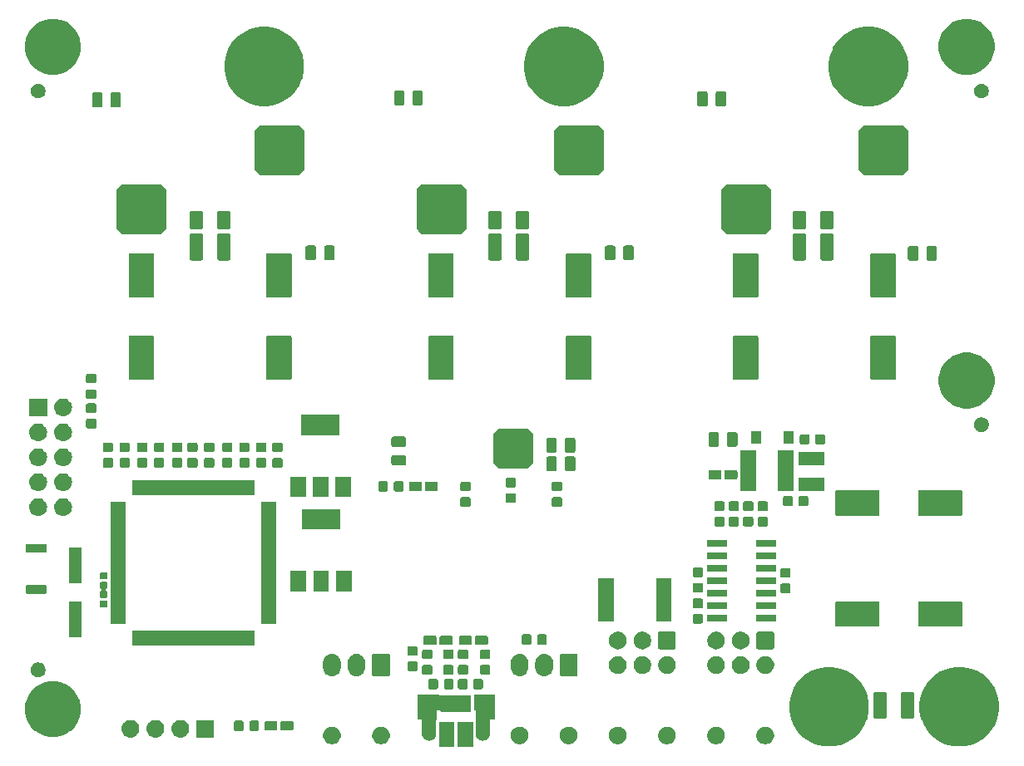
<source format=gbr>
G04 #@! TF.GenerationSoftware,KiCad,Pcbnew,(5.1.4)-1*
G04 #@! TF.CreationDate,2020-11-02T02:16:24+01:00*
G04 #@! TF.ProjectId,FER_ESC_v2r1,4645525f-4553-4435-9f76-3272312e6b69,rev?*
G04 #@! TF.SameCoordinates,Original*
G04 #@! TF.FileFunction,Soldermask,Top*
G04 #@! TF.FilePolarity,Negative*
%FSLAX46Y46*%
G04 Gerber Fmt 4.6, Leading zero omitted, Abs format (unit mm)*
G04 Created by KiCad (PCBNEW (5.1.4)-1) date 2020-11-02 02:16:24*
%MOMM*%
%LPD*%
G04 APERTURE LIST*
%ADD10C,0.100000*%
G04 APERTURE END LIST*
D10*
G36*
X153300000Y-103930000D02*
G01*
X153300000Y-106930000D01*
X152800000Y-107430000D01*
X149800000Y-107430000D01*
X149300000Y-106930000D01*
X149300000Y-103930000D01*
X149800000Y-103430000D01*
X152800000Y-103430000D01*
X153300000Y-103930000D01*
G37*
X153300000Y-103930000D02*
X153300000Y-106930000D01*
X152800000Y-107430000D01*
X149800000Y-107430000D01*
X149300000Y-106930000D01*
X149300000Y-103930000D01*
X149800000Y-103430000D01*
X152800000Y-103430000D01*
X153300000Y-103930000D01*
G36*
X191500000Y-73000000D02*
G01*
X191500000Y-77000000D01*
X191000000Y-77500000D01*
X187000000Y-77500000D01*
X186500000Y-77000000D01*
X186500000Y-73000000D01*
X187000000Y-72500000D01*
X191000000Y-72500000D01*
X191500000Y-73000000D01*
G37*
X191500000Y-73000000D02*
X191500000Y-77000000D01*
X191000000Y-77500000D01*
X187000000Y-77500000D01*
X186500000Y-77000000D01*
X186500000Y-73000000D01*
X187000000Y-72500000D01*
X191000000Y-72500000D01*
X191500000Y-73000000D01*
G36*
X160500000Y-73000000D02*
G01*
X160500000Y-77000000D01*
X160000000Y-77500000D01*
X156000000Y-77500000D01*
X155500000Y-77000000D01*
X155500000Y-73000000D01*
X156000000Y-72500000D01*
X160000000Y-72500000D01*
X160500000Y-73000000D01*
G37*
X160500000Y-73000000D02*
X160500000Y-77000000D01*
X160000000Y-77500000D01*
X156000000Y-77500000D01*
X155500000Y-77000000D01*
X155500000Y-73000000D01*
X156000000Y-72500000D01*
X160000000Y-72500000D01*
X160500000Y-73000000D01*
G36*
X177500000Y-79000000D02*
G01*
X177500000Y-83000000D01*
X177000000Y-83500000D01*
X173000000Y-83500000D01*
X172500000Y-83000000D01*
X172500000Y-79000000D01*
X173000000Y-78500000D01*
X177000000Y-78500000D01*
X177500000Y-79000000D01*
G37*
X177500000Y-79000000D02*
X177500000Y-83000000D01*
X177000000Y-83500000D01*
X173000000Y-83500000D01*
X172500000Y-83000000D01*
X172500000Y-79000000D01*
X173000000Y-78500000D01*
X177000000Y-78500000D01*
X177500000Y-79000000D01*
G36*
X146500000Y-79000000D02*
G01*
X146500000Y-83000000D01*
X146000000Y-83500000D01*
X142000000Y-83500000D01*
X141500000Y-83000000D01*
X141500000Y-79000000D01*
X142000000Y-78500000D01*
X146000000Y-78500000D01*
X146500000Y-79000000D01*
G37*
X146500000Y-79000000D02*
X146500000Y-83000000D01*
X146000000Y-83500000D01*
X142000000Y-83500000D01*
X141500000Y-83000000D01*
X141500000Y-79000000D01*
X142000000Y-78500000D01*
X146000000Y-78500000D01*
X146500000Y-79000000D01*
G36*
X130000000Y-73000000D02*
G01*
X130000000Y-77000000D01*
X129500000Y-77500000D01*
X125500000Y-77500000D01*
X125000000Y-77000000D01*
X125000000Y-73000000D01*
X125500000Y-72500000D01*
X129500000Y-72500000D01*
X130000000Y-73000000D01*
G37*
X130000000Y-73000000D02*
X130000000Y-77000000D01*
X129500000Y-77500000D01*
X125500000Y-77500000D01*
X125000000Y-77000000D01*
X125000000Y-73000000D01*
X125500000Y-72500000D01*
X129500000Y-72500000D01*
X130000000Y-73000000D01*
G36*
X116000000Y-79000000D02*
G01*
X116000000Y-83000000D01*
X115500000Y-83500000D01*
X111500000Y-83500000D01*
X111000000Y-83000000D01*
X111000000Y-79000000D01*
X111500000Y-78500000D01*
X115500000Y-78500000D01*
X116000000Y-79000000D01*
G37*
X116000000Y-79000000D02*
X116000000Y-83000000D01*
X115500000Y-83500000D01*
X111500000Y-83500000D01*
X111000000Y-83000000D01*
X111000000Y-79000000D01*
X111500000Y-78500000D01*
X115500000Y-78500000D01*
X116000000Y-79000000D01*
G36*
X147251000Y-135886000D02*
G01*
X145719000Y-135886000D01*
X145719000Y-133284000D01*
X147251000Y-133284000D01*
X147251000Y-135886000D01*
X147251000Y-135886000D01*
G37*
G36*
X145331000Y-135886000D02*
G01*
X143799000Y-135886000D01*
X143799000Y-133284000D01*
X145331000Y-133284000D01*
X145331000Y-135886000D01*
X145331000Y-135886000D01*
G37*
G36*
X184681632Y-127854677D02*
G01*
X184972648Y-127975220D01*
X185418868Y-128160050D01*
X186082362Y-128603383D01*
X186646617Y-129167638D01*
X187089950Y-129831132D01*
X187235530Y-130182594D01*
X187395323Y-130568368D01*
X187551000Y-131351010D01*
X187551000Y-132148990D01*
X187395323Y-132931632D01*
X187272578Y-133227965D01*
X187089950Y-133668868D01*
X186646617Y-134332362D01*
X186082362Y-134896617D01*
X185418868Y-135339950D01*
X185084484Y-135478456D01*
X184681632Y-135645323D01*
X183898990Y-135801000D01*
X183101010Y-135801000D01*
X182318368Y-135645323D01*
X181915516Y-135478456D01*
X181581132Y-135339950D01*
X180917638Y-134896617D01*
X180353383Y-134332362D01*
X179910050Y-133668868D01*
X179727422Y-133227965D01*
X179604677Y-132931632D01*
X179449000Y-132148990D01*
X179449000Y-131351010D01*
X179604677Y-130568368D01*
X179764470Y-130182594D01*
X179910050Y-129831132D01*
X180353383Y-129167638D01*
X180917638Y-128603383D01*
X181581132Y-128160050D01*
X182027352Y-127975220D01*
X182318368Y-127854677D01*
X183101010Y-127699000D01*
X183898990Y-127699000D01*
X184681632Y-127854677D01*
X184681632Y-127854677D01*
G37*
G36*
X197931632Y-127854677D02*
G01*
X198222648Y-127975220D01*
X198668868Y-128160050D01*
X199332362Y-128603383D01*
X199896617Y-129167638D01*
X200339950Y-129831132D01*
X200485530Y-130182594D01*
X200645323Y-130568368D01*
X200801000Y-131351010D01*
X200801000Y-132148990D01*
X200645323Y-132931632D01*
X200522578Y-133227965D01*
X200339950Y-133668868D01*
X199896617Y-134332362D01*
X199332362Y-134896617D01*
X198668868Y-135339950D01*
X198334484Y-135478456D01*
X197931632Y-135645323D01*
X197148990Y-135801000D01*
X196351010Y-135801000D01*
X195568368Y-135645323D01*
X195165516Y-135478456D01*
X194831132Y-135339950D01*
X194167638Y-134896617D01*
X193603383Y-134332362D01*
X193160050Y-133668868D01*
X192977422Y-133227965D01*
X192854677Y-132931632D01*
X192699000Y-132148990D01*
X192699000Y-131351010D01*
X192854677Y-130568368D01*
X193014470Y-130182594D01*
X193160050Y-129831132D01*
X193603383Y-129167638D01*
X194167638Y-128603383D01*
X194831132Y-128160050D01*
X195277352Y-127975220D01*
X195568368Y-127854677D01*
X196351010Y-127699000D01*
X197148990Y-127699000D01*
X197931632Y-127854677D01*
X197931632Y-127854677D01*
G37*
G36*
X162113512Y-133783927D02*
G01*
X162262812Y-133813624D01*
X162426784Y-133881544D01*
X162574354Y-133980147D01*
X162699853Y-134105646D01*
X162798456Y-134253216D01*
X162866376Y-134417188D01*
X162890270Y-134537314D01*
X162901000Y-134591258D01*
X162901000Y-134768742D01*
X162896073Y-134793512D01*
X162866376Y-134942812D01*
X162798456Y-135106784D01*
X162699853Y-135254354D01*
X162574354Y-135379853D01*
X162426784Y-135478456D01*
X162262812Y-135546376D01*
X162113512Y-135576073D01*
X162088742Y-135581000D01*
X161911258Y-135581000D01*
X161886488Y-135576073D01*
X161737188Y-135546376D01*
X161573216Y-135478456D01*
X161425646Y-135379853D01*
X161300147Y-135254354D01*
X161201544Y-135106784D01*
X161133624Y-134942812D01*
X161103927Y-134793512D01*
X161099000Y-134768742D01*
X161099000Y-134591258D01*
X161109730Y-134537314D01*
X161133624Y-134417188D01*
X161201544Y-134253216D01*
X161300147Y-134105646D01*
X161425646Y-133980147D01*
X161573216Y-133881544D01*
X161737188Y-133813624D01*
X161886488Y-133783927D01*
X161911258Y-133779000D01*
X162088742Y-133779000D01*
X162113512Y-133783927D01*
X162113512Y-133783927D01*
G37*
G36*
X167113512Y-133783927D02*
G01*
X167262812Y-133813624D01*
X167426784Y-133881544D01*
X167574354Y-133980147D01*
X167699853Y-134105646D01*
X167798456Y-134253216D01*
X167866376Y-134417188D01*
X167890270Y-134537314D01*
X167901000Y-134591258D01*
X167901000Y-134768742D01*
X167896073Y-134793512D01*
X167866376Y-134942812D01*
X167798456Y-135106784D01*
X167699853Y-135254354D01*
X167574354Y-135379853D01*
X167426784Y-135478456D01*
X167262812Y-135546376D01*
X167113512Y-135576073D01*
X167088742Y-135581000D01*
X166911258Y-135581000D01*
X166886488Y-135576073D01*
X166737188Y-135546376D01*
X166573216Y-135478456D01*
X166425646Y-135379853D01*
X166300147Y-135254354D01*
X166201544Y-135106784D01*
X166133624Y-134942812D01*
X166103927Y-134793512D01*
X166099000Y-134768742D01*
X166099000Y-134591258D01*
X166109730Y-134537314D01*
X166133624Y-134417188D01*
X166201544Y-134253216D01*
X166300147Y-134105646D01*
X166425646Y-133980147D01*
X166573216Y-133881544D01*
X166737188Y-133813624D01*
X166886488Y-133783927D01*
X166911258Y-133779000D01*
X167088742Y-133779000D01*
X167113512Y-133783927D01*
X167113512Y-133783927D01*
G37*
G36*
X133013512Y-133783927D02*
G01*
X133162812Y-133813624D01*
X133326784Y-133881544D01*
X133474354Y-133980147D01*
X133599853Y-134105646D01*
X133698456Y-134253216D01*
X133766376Y-134417188D01*
X133790270Y-134537314D01*
X133801000Y-134591258D01*
X133801000Y-134768742D01*
X133796073Y-134793512D01*
X133766376Y-134942812D01*
X133698456Y-135106784D01*
X133599853Y-135254354D01*
X133474354Y-135379853D01*
X133326784Y-135478456D01*
X133162812Y-135546376D01*
X133013512Y-135576073D01*
X132988742Y-135581000D01*
X132811258Y-135581000D01*
X132786488Y-135576073D01*
X132637188Y-135546376D01*
X132473216Y-135478456D01*
X132325646Y-135379853D01*
X132200147Y-135254354D01*
X132101544Y-135106784D01*
X132033624Y-134942812D01*
X132003927Y-134793512D01*
X131999000Y-134768742D01*
X131999000Y-134591258D01*
X132009730Y-134537314D01*
X132033624Y-134417188D01*
X132101544Y-134253216D01*
X132200147Y-134105646D01*
X132325646Y-133980147D01*
X132473216Y-133881544D01*
X132637188Y-133813624D01*
X132786488Y-133783927D01*
X132811258Y-133779000D01*
X132988742Y-133779000D01*
X133013512Y-133783927D01*
X133013512Y-133783927D01*
G37*
G36*
X138013512Y-133783927D02*
G01*
X138162812Y-133813624D01*
X138326784Y-133881544D01*
X138474354Y-133980147D01*
X138599853Y-134105646D01*
X138698456Y-134253216D01*
X138766376Y-134417188D01*
X138790270Y-134537314D01*
X138801000Y-134591258D01*
X138801000Y-134768742D01*
X138796073Y-134793512D01*
X138766376Y-134942812D01*
X138698456Y-135106784D01*
X138599853Y-135254354D01*
X138474354Y-135379853D01*
X138326784Y-135478456D01*
X138162812Y-135546376D01*
X138013512Y-135576073D01*
X137988742Y-135581000D01*
X137811258Y-135581000D01*
X137786488Y-135576073D01*
X137637188Y-135546376D01*
X137473216Y-135478456D01*
X137325646Y-135379853D01*
X137200147Y-135254354D01*
X137101544Y-135106784D01*
X137033624Y-134942812D01*
X137003927Y-134793512D01*
X136999000Y-134768742D01*
X136999000Y-134591258D01*
X137009730Y-134537314D01*
X137033624Y-134417188D01*
X137101544Y-134253216D01*
X137200147Y-134105646D01*
X137325646Y-133980147D01*
X137473216Y-133881544D01*
X137637188Y-133813624D01*
X137786488Y-133783927D01*
X137811258Y-133779000D01*
X137988742Y-133779000D01*
X138013512Y-133783927D01*
X138013512Y-133783927D01*
G37*
G36*
X172113512Y-133783927D02*
G01*
X172262812Y-133813624D01*
X172426784Y-133881544D01*
X172574354Y-133980147D01*
X172699853Y-134105646D01*
X172798456Y-134253216D01*
X172866376Y-134417188D01*
X172890270Y-134537314D01*
X172901000Y-134591258D01*
X172901000Y-134768742D01*
X172896073Y-134793512D01*
X172866376Y-134942812D01*
X172798456Y-135106784D01*
X172699853Y-135254354D01*
X172574354Y-135379853D01*
X172426784Y-135478456D01*
X172262812Y-135546376D01*
X172113512Y-135576073D01*
X172088742Y-135581000D01*
X171911258Y-135581000D01*
X171886488Y-135576073D01*
X171737188Y-135546376D01*
X171573216Y-135478456D01*
X171425646Y-135379853D01*
X171300147Y-135254354D01*
X171201544Y-135106784D01*
X171133624Y-134942812D01*
X171103927Y-134793512D01*
X171099000Y-134768742D01*
X171099000Y-134591258D01*
X171109730Y-134537314D01*
X171133624Y-134417188D01*
X171201544Y-134253216D01*
X171300147Y-134105646D01*
X171425646Y-133980147D01*
X171573216Y-133881544D01*
X171737188Y-133813624D01*
X171886488Y-133783927D01*
X171911258Y-133779000D01*
X172088742Y-133779000D01*
X172113512Y-133783927D01*
X172113512Y-133783927D01*
G37*
G36*
X177113512Y-133783927D02*
G01*
X177262812Y-133813624D01*
X177426784Y-133881544D01*
X177574354Y-133980147D01*
X177699853Y-134105646D01*
X177798456Y-134253216D01*
X177866376Y-134417188D01*
X177890270Y-134537314D01*
X177901000Y-134591258D01*
X177901000Y-134768742D01*
X177896073Y-134793512D01*
X177866376Y-134942812D01*
X177798456Y-135106784D01*
X177699853Y-135254354D01*
X177574354Y-135379853D01*
X177426784Y-135478456D01*
X177262812Y-135546376D01*
X177113512Y-135576073D01*
X177088742Y-135581000D01*
X176911258Y-135581000D01*
X176886488Y-135576073D01*
X176737188Y-135546376D01*
X176573216Y-135478456D01*
X176425646Y-135379853D01*
X176300147Y-135254354D01*
X176201544Y-135106784D01*
X176133624Y-134942812D01*
X176103927Y-134793512D01*
X176099000Y-134768742D01*
X176099000Y-134591258D01*
X176109730Y-134537314D01*
X176133624Y-134417188D01*
X176201544Y-134253216D01*
X176300147Y-134105646D01*
X176425646Y-133980147D01*
X176573216Y-133881544D01*
X176737188Y-133813624D01*
X176886488Y-133783927D01*
X176911258Y-133779000D01*
X177088742Y-133779000D01*
X177113512Y-133783927D01*
X177113512Y-133783927D01*
G37*
G36*
X152113512Y-133783927D02*
G01*
X152262812Y-133813624D01*
X152426784Y-133881544D01*
X152574354Y-133980147D01*
X152699853Y-134105646D01*
X152798456Y-134253216D01*
X152866376Y-134417188D01*
X152890270Y-134537314D01*
X152901000Y-134591258D01*
X152901000Y-134768742D01*
X152896073Y-134793512D01*
X152866376Y-134942812D01*
X152798456Y-135106784D01*
X152699853Y-135254354D01*
X152574354Y-135379853D01*
X152426784Y-135478456D01*
X152262812Y-135546376D01*
X152113512Y-135576073D01*
X152088742Y-135581000D01*
X151911258Y-135581000D01*
X151886488Y-135576073D01*
X151737188Y-135546376D01*
X151573216Y-135478456D01*
X151425646Y-135379853D01*
X151300147Y-135254354D01*
X151201544Y-135106784D01*
X151133624Y-134942812D01*
X151103927Y-134793512D01*
X151099000Y-134768742D01*
X151099000Y-134591258D01*
X151109730Y-134537314D01*
X151133624Y-134417188D01*
X151201544Y-134253216D01*
X151300147Y-134105646D01*
X151425646Y-133980147D01*
X151573216Y-133881544D01*
X151737188Y-133813624D01*
X151886488Y-133783927D01*
X151911258Y-133779000D01*
X152088742Y-133779000D01*
X152113512Y-133783927D01*
X152113512Y-133783927D01*
G37*
G36*
X157113512Y-133783927D02*
G01*
X157262812Y-133813624D01*
X157426784Y-133881544D01*
X157574354Y-133980147D01*
X157699853Y-134105646D01*
X157798456Y-134253216D01*
X157866376Y-134417188D01*
X157890270Y-134537314D01*
X157901000Y-134591258D01*
X157901000Y-134768742D01*
X157896073Y-134793512D01*
X157866376Y-134942812D01*
X157798456Y-135106784D01*
X157699853Y-135254354D01*
X157574354Y-135379853D01*
X157426784Y-135478456D01*
X157262812Y-135546376D01*
X157113512Y-135576073D01*
X157088742Y-135581000D01*
X156911258Y-135581000D01*
X156886488Y-135576073D01*
X156737188Y-135546376D01*
X156573216Y-135478456D01*
X156425646Y-135379853D01*
X156300147Y-135254354D01*
X156201544Y-135106784D01*
X156133624Y-134942812D01*
X156103927Y-134793512D01*
X156099000Y-134768742D01*
X156099000Y-134591258D01*
X156109730Y-134537314D01*
X156133624Y-134417188D01*
X156201544Y-134253216D01*
X156300147Y-134105646D01*
X156425646Y-133980147D01*
X156573216Y-133881544D01*
X156737188Y-133813624D01*
X156886488Y-133783927D01*
X156911258Y-133779000D01*
X157088742Y-133779000D01*
X157113512Y-133783927D01*
X157113512Y-133783927D01*
G37*
G36*
X147968407Y-130513398D02*
G01*
X147980659Y-130514000D01*
X149476000Y-130514000D01*
X149476000Y-132109001D01*
X149478402Y-132133387D01*
X149485515Y-132156836D01*
X149488500Y-132162421D01*
X149488500Y-133036000D01*
X149125999Y-133036000D01*
X149101613Y-133038402D01*
X149078164Y-133045515D01*
X149056553Y-133057066D01*
X149037611Y-133072611D01*
X149022066Y-133091553D01*
X149010515Y-133113164D01*
X149003402Y-133136613D01*
X149001000Y-133160999D01*
X149001000Y-134489347D01*
X148999190Y-134491553D01*
X148987639Y-134513164D01*
X148978726Y-134548747D01*
X148970495Y-134632320D01*
X148949765Y-134700656D01*
X148928980Y-134769176D01*
X148861568Y-134895294D01*
X148770843Y-135005843D01*
X148660294Y-135096568D01*
X148534175Y-135163980D01*
X148534172Y-135163981D01*
X148397321Y-135205495D01*
X148255000Y-135219512D01*
X148112680Y-135205495D01*
X147975829Y-135163981D01*
X147975826Y-135163980D01*
X147849707Y-135096568D01*
X147739158Y-135005843D01*
X147648432Y-134895294D01*
X147581020Y-134769175D01*
X147541891Y-134640185D01*
X147539505Y-134632321D01*
X147529000Y-134525659D01*
X147529000Y-134104342D01*
X147536381Y-134029401D01*
X147539505Y-133997679D01*
X147543617Y-133984125D01*
X147548398Y-133960092D01*
X147549000Y-133947839D01*
X147549000Y-132240999D01*
X147546598Y-132216613D01*
X147539485Y-132193164D01*
X147527934Y-132171553D01*
X147512389Y-132152611D01*
X147493447Y-132137066D01*
X147471836Y-132125515D01*
X147448387Y-132118402D01*
X147424001Y-132116000D01*
X147374000Y-132116000D01*
X147374000Y-131721586D01*
X147371598Y-131697200D01*
X147368617Y-131685300D01*
X147352696Y-131632818D01*
X147344000Y-131544519D01*
X147344000Y-131085482D01*
X147352696Y-130997183D01*
X147368617Y-130944701D01*
X147373398Y-130920668D01*
X147374000Y-130908415D01*
X147374000Y-130514000D01*
X147909341Y-130514000D01*
X147921593Y-130513398D01*
X147945000Y-130511093D01*
X147968407Y-130513398D01*
X147968407Y-130513398D01*
G37*
G36*
X143222817Y-130522696D02*
G01*
X143242334Y-130528617D01*
X143266367Y-130533398D01*
X143278620Y-130534000D01*
X143776759Y-130534000D01*
X143781553Y-130537934D01*
X143803164Y-130549485D01*
X143826613Y-130556598D01*
X143850999Y-130559000D01*
X147076000Y-130559000D01*
X147076000Y-132311000D01*
X143974000Y-132311000D01*
X143974000Y-132260999D01*
X143971598Y-132236613D01*
X143964485Y-132213164D01*
X143952934Y-132191553D01*
X143937389Y-132172611D01*
X143918447Y-132157066D01*
X143896836Y-132145515D01*
X143873387Y-132138402D01*
X143849001Y-132136000D01*
X143663499Y-132136000D01*
X143639113Y-132138402D01*
X143615664Y-132145515D01*
X143594053Y-132157066D01*
X143575111Y-132172611D01*
X143559566Y-132191553D01*
X143548015Y-132213164D01*
X143540902Y-132236613D01*
X143538500Y-132260999D01*
X143538500Y-133098225D01*
X143530515Y-133113164D01*
X143523402Y-133136613D01*
X143521000Y-133160999D01*
X143521000Y-134539669D01*
X143518726Y-134548747D01*
X143510495Y-134632320D01*
X143489765Y-134700656D01*
X143468980Y-134769176D01*
X143401568Y-134895294D01*
X143310843Y-135005843D01*
X143200294Y-135096568D01*
X143074175Y-135163980D01*
X143074172Y-135163981D01*
X142937321Y-135205495D01*
X142795000Y-135219512D01*
X142652680Y-135205495D01*
X142515829Y-135163981D01*
X142515826Y-135163980D01*
X142389707Y-135096568D01*
X142279158Y-135005843D01*
X142188432Y-134895294D01*
X142121020Y-134769175D01*
X142081891Y-134640185D01*
X142079505Y-134632321D01*
X142071274Y-134548746D01*
X142069000Y-134537314D01*
X142069000Y-133160999D01*
X142066598Y-133136613D01*
X142059485Y-133113164D01*
X142047934Y-133091553D01*
X142032389Y-133072611D01*
X142013447Y-133057066D01*
X141991836Y-133045515D01*
X141968387Y-133038402D01*
X141944001Y-133036000D01*
X141611500Y-133036000D01*
X141611500Y-132162421D01*
X141614485Y-132156836D01*
X141621598Y-132133387D01*
X141624000Y-132109001D01*
X141624000Y-130534000D01*
X142931379Y-130534000D01*
X142955765Y-130531598D01*
X142967665Y-130528617D01*
X142987182Y-130522696D01*
X143105000Y-130511093D01*
X143222817Y-130522696D01*
X143222817Y-130522696D01*
G37*
G36*
X120901000Y-134901000D02*
G01*
X119099000Y-134901000D01*
X119099000Y-133099000D01*
X120901000Y-133099000D01*
X120901000Y-134901000D01*
X120901000Y-134901000D01*
G37*
G36*
X117570443Y-133105519D02*
G01*
X117636627Y-133112037D01*
X117806466Y-133163557D01*
X117962991Y-133247222D01*
X117971346Y-133254079D01*
X118100186Y-133359814D01*
X118155602Y-133427340D01*
X118212778Y-133497009D01*
X118296443Y-133653534D01*
X118347963Y-133823373D01*
X118365359Y-134000000D01*
X118347963Y-134176627D01*
X118296443Y-134346466D01*
X118212778Y-134502991D01*
X118194174Y-134525660D01*
X118100186Y-134640186D01*
X117998729Y-134723448D01*
X117962991Y-134752778D01*
X117806466Y-134836443D01*
X117636627Y-134887963D01*
X117570442Y-134894482D01*
X117504260Y-134901000D01*
X117415740Y-134901000D01*
X117349558Y-134894482D01*
X117283373Y-134887963D01*
X117113534Y-134836443D01*
X116957009Y-134752778D01*
X116921271Y-134723448D01*
X116819814Y-134640186D01*
X116725826Y-134525660D01*
X116707222Y-134502991D01*
X116623557Y-134346466D01*
X116572037Y-134176627D01*
X116554641Y-134000000D01*
X116572037Y-133823373D01*
X116623557Y-133653534D01*
X116707222Y-133497009D01*
X116764398Y-133427340D01*
X116819814Y-133359814D01*
X116948654Y-133254079D01*
X116957009Y-133247222D01*
X117113534Y-133163557D01*
X117283373Y-133112037D01*
X117349557Y-133105519D01*
X117415740Y-133099000D01*
X117504260Y-133099000D01*
X117570443Y-133105519D01*
X117570443Y-133105519D01*
G37*
G36*
X115030443Y-133105519D02*
G01*
X115096627Y-133112037D01*
X115266466Y-133163557D01*
X115422991Y-133247222D01*
X115431346Y-133254079D01*
X115560186Y-133359814D01*
X115615602Y-133427340D01*
X115672778Y-133497009D01*
X115756443Y-133653534D01*
X115807963Y-133823373D01*
X115825359Y-134000000D01*
X115807963Y-134176627D01*
X115756443Y-134346466D01*
X115672778Y-134502991D01*
X115654174Y-134525660D01*
X115560186Y-134640186D01*
X115458729Y-134723448D01*
X115422991Y-134752778D01*
X115266466Y-134836443D01*
X115096627Y-134887963D01*
X115030442Y-134894482D01*
X114964260Y-134901000D01*
X114875740Y-134901000D01*
X114809558Y-134894482D01*
X114743373Y-134887963D01*
X114573534Y-134836443D01*
X114417009Y-134752778D01*
X114381271Y-134723448D01*
X114279814Y-134640186D01*
X114185826Y-134525660D01*
X114167222Y-134502991D01*
X114083557Y-134346466D01*
X114032037Y-134176627D01*
X114014641Y-134000000D01*
X114032037Y-133823373D01*
X114083557Y-133653534D01*
X114167222Y-133497009D01*
X114224398Y-133427340D01*
X114279814Y-133359814D01*
X114408654Y-133254079D01*
X114417009Y-133247222D01*
X114573534Y-133163557D01*
X114743373Y-133112037D01*
X114809557Y-133105519D01*
X114875740Y-133099000D01*
X114964260Y-133099000D01*
X115030443Y-133105519D01*
X115030443Y-133105519D01*
G37*
G36*
X112490443Y-133105519D02*
G01*
X112556627Y-133112037D01*
X112726466Y-133163557D01*
X112882991Y-133247222D01*
X112891346Y-133254079D01*
X113020186Y-133359814D01*
X113075602Y-133427340D01*
X113132778Y-133497009D01*
X113216443Y-133653534D01*
X113267963Y-133823373D01*
X113285359Y-134000000D01*
X113267963Y-134176627D01*
X113216443Y-134346466D01*
X113132778Y-134502991D01*
X113114174Y-134525660D01*
X113020186Y-134640186D01*
X112918729Y-134723448D01*
X112882991Y-134752778D01*
X112726466Y-134836443D01*
X112556627Y-134887963D01*
X112490442Y-134894482D01*
X112424260Y-134901000D01*
X112335740Y-134901000D01*
X112269558Y-134894482D01*
X112203373Y-134887963D01*
X112033534Y-134836443D01*
X111877009Y-134752778D01*
X111841271Y-134723448D01*
X111739814Y-134640186D01*
X111645826Y-134525660D01*
X111627222Y-134502991D01*
X111543557Y-134346466D01*
X111492037Y-134176627D01*
X111474641Y-134000000D01*
X111492037Y-133823373D01*
X111543557Y-133653534D01*
X111627222Y-133497009D01*
X111684398Y-133427340D01*
X111739814Y-133359814D01*
X111868654Y-133254079D01*
X111877009Y-133247222D01*
X112033534Y-133163557D01*
X112203373Y-133112037D01*
X112269557Y-133105519D01*
X112335740Y-133099000D01*
X112424260Y-133099000D01*
X112490443Y-133105519D01*
X112490443Y-133105519D01*
G37*
G36*
X105331606Y-129258562D02*
G01*
X105850455Y-129473476D01*
X106156582Y-129678024D01*
X106317406Y-129785483D01*
X106714517Y-130182594D01*
X106764523Y-130257433D01*
X107026524Y-130649545D01*
X107207096Y-131085485D01*
X107241438Y-131168395D01*
X107333818Y-131632818D01*
X107351000Y-131719201D01*
X107351000Y-132280799D01*
X107241438Y-132831606D01*
X107026524Y-133350455D01*
X106813768Y-133668866D01*
X106714517Y-133817406D01*
X106317406Y-134214517D01*
X106248629Y-134260472D01*
X105850455Y-134526524D01*
X105331606Y-134741438D01*
X105194344Y-134768741D01*
X104780800Y-134851000D01*
X104219200Y-134851000D01*
X103805656Y-134768741D01*
X103668394Y-134741438D01*
X103149545Y-134526524D01*
X102751371Y-134260472D01*
X102682594Y-134214517D01*
X102285483Y-133817406D01*
X102186232Y-133668866D01*
X101973476Y-133350455D01*
X101758562Y-132831606D01*
X101649000Y-132280799D01*
X101649000Y-131719201D01*
X101666183Y-131632818D01*
X101758562Y-131168395D01*
X101792904Y-131085485D01*
X101973476Y-130649545D01*
X102235477Y-130257433D01*
X102285483Y-130182594D01*
X102682594Y-129785483D01*
X102843418Y-129678024D01*
X103149545Y-129473476D01*
X103668394Y-129258562D01*
X104219200Y-129149000D01*
X104780800Y-129149000D01*
X105331606Y-129258562D01*
X105331606Y-129258562D01*
G37*
G36*
X125329591Y-133178085D02*
G01*
X125363569Y-133188393D01*
X125394890Y-133205134D01*
X125422339Y-133227661D01*
X125444866Y-133255110D01*
X125461607Y-133286431D01*
X125471915Y-133320409D01*
X125476000Y-133361890D01*
X125476000Y-134038110D01*
X125471915Y-134079591D01*
X125461607Y-134113569D01*
X125444866Y-134144890D01*
X125422339Y-134172339D01*
X125394890Y-134194866D01*
X125363569Y-134211607D01*
X125329591Y-134221915D01*
X125288110Y-134226000D01*
X124686890Y-134226000D01*
X124645409Y-134221915D01*
X124611431Y-134211607D01*
X124580110Y-134194866D01*
X124552661Y-134172339D01*
X124530134Y-134144890D01*
X124513393Y-134113569D01*
X124503085Y-134079591D01*
X124499000Y-134038110D01*
X124499000Y-133361890D01*
X124503085Y-133320409D01*
X124513393Y-133286431D01*
X124530134Y-133255110D01*
X124552661Y-133227661D01*
X124580110Y-133205134D01*
X124611431Y-133188393D01*
X124645409Y-133178085D01*
X124686890Y-133174000D01*
X125288110Y-133174000D01*
X125329591Y-133178085D01*
X125329591Y-133178085D01*
G37*
G36*
X123754591Y-133178085D02*
G01*
X123788569Y-133188393D01*
X123819890Y-133205134D01*
X123847339Y-133227661D01*
X123869866Y-133255110D01*
X123886607Y-133286431D01*
X123896915Y-133320409D01*
X123901000Y-133361890D01*
X123901000Y-134038110D01*
X123896915Y-134079591D01*
X123886607Y-134113569D01*
X123869866Y-134144890D01*
X123847339Y-134172339D01*
X123819890Y-134194866D01*
X123788569Y-134211607D01*
X123754591Y-134221915D01*
X123713110Y-134226000D01*
X123111890Y-134226000D01*
X123070409Y-134221915D01*
X123036431Y-134211607D01*
X123005110Y-134194866D01*
X122977661Y-134172339D01*
X122955134Y-134144890D01*
X122938393Y-134113569D01*
X122928085Y-134079591D01*
X122924000Y-134038110D01*
X122924000Y-133361890D01*
X122928085Y-133320409D01*
X122938393Y-133286431D01*
X122955134Y-133255110D01*
X122977661Y-133227661D01*
X123005110Y-133205134D01*
X123036431Y-133188393D01*
X123070409Y-133178085D01*
X123111890Y-133174000D01*
X123713110Y-133174000D01*
X123754591Y-133178085D01*
X123754591Y-133178085D01*
G37*
G36*
X128834618Y-133227965D02*
G01*
X128867433Y-133237919D01*
X128897665Y-133254079D01*
X128924170Y-133275830D01*
X128945921Y-133302335D01*
X128962081Y-133332567D01*
X128972035Y-133365382D01*
X128976000Y-133405640D01*
X128976000Y-133994360D01*
X128972035Y-134034618D01*
X128962081Y-134067433D01*
X128945921Y-134097665D01*
X128924170Y-134124170D01*
X128897665Y-134145921D01*
X128867433Y-134162081D01*
X128834618Y-134172035D01*
X128794360Y-134176000D01*
X127830640Y-134176000D01*
X127790382Y-134172035D01*
X127757567Y-134162081D01*
X127727335Y-134145921D01*
X127700830Y-134124170D01*
X127679079Y-134097665D01*
X127662919Y-134067433D01*
X127652965Y-134034618D01*
X127649000Y-133994360D01*
X127649000Y-133405640D01*
X127652965Y-133365382D01*
X127662919Y-133332567D01*
X127679079Y-133302335D01*
X127700830Y-133275830D01*
X127727335Y-133254079D01*
X127757567Y-133237919D01*
X127790382Y-133227965D01*
X127830640Y-133224000D01*
X128794360Y-133224000D01*
X128834618Y-133227965D01*
X128834618Y-133227965D01*
G37*
G36*
X127209618Y-133227965D02*
G01*
X127242433Y-133237919D01*
X127272665Y-133254079D01*
X127299170Y-133275830D01*
X127320921Y-133302335D01*
X127337081Y-133332567D01*
X127347035Y-133365382D01*
X127351000Y-133405640D01*
X127351000Y-133994360D01*
X127347035Y-134034618D01*
X127337081Y-134067433D01*
X127320921Y-134097665D01*
X127299170Y-134124170D01*
X127272665Y-134145921D01*
X127242433Y-134162081D01*
X127209618Y-134172035D01*
X127169360Y-134176000D01*
X126205640Y-134176000D01*
X126165382Y-134172035D01*
X126132567Y-134162081D01*
X126102335Y-134145921D01*
X126075830Y-134124170D01*
X126054079Y-134097665D01*
X126037919Y-134067433D01*
X126027965Y-134034618D01*
X126024000Y-133994360D01*
X126024000Y-133405640D01*
X126027965Y-133365382D01*
X126037919Y-133332567D01*
X126054079Y-133302335D01*
X126075830Y-133275830D01*
X126102335Y-133254079D01*
X126132567Y-133237919D01*
X126165382Y-133227965D01*
X126205640Y-133224000D01*
X127169360Y-133224000D01*
X127209618Y-133227965D01*
X127209618Y-133227965D01*
G37*
G36*
X192018604Y-130228347D02*
G01*
X192055144Y-130239432D01*
X192088821Y-130257433D01*
X192118341Y-130281659D01*
X192142567Y-130311179D01*
X192160568Y-130344856D01*
X192171653Y-130381396D01*
X192176000Y-130425538D01*
X192176000Y-132774462D01*
X192171653Y-132818604D01*
X192160568Y-132855144D01*
X192142567Y-132888821D01*
X192118341Y-132918341D01*
X192088821Y-132942567D01*
X192055144Y-132960568D01*
X192018604Y-132971653D01*
X191974462Y-132976000D01*
X191025538Y-132976000D01*
X190981396Y-132971653D01*
X190944856Y-132960568D01*
X190911179Y-132942567D01*
X190881659Y-132918341D01*
X190857433Y-132888821D01*
X190839432Y-132855144D01*
X190828347Y-132818604D01*
X190824000Y-132774462D01*
X190824000Y-130425538D01*
X190828347Y-130381396D01*
X190839432Y-130344856D01*
X190857433Y-130311179D01*
X190881659Y-130281659D01*
X190911179Y-130257433D01*
X190944856Y-130239432D01*
X190981396Y-130228347D01*
X191025538Y-130224000D01*
X191974462Y-130224000D01*
X192018604Y-130228347D01*
X192018604Y-130228347D01*
G37*
G36*
X189218604Y-130228347D02*
G01*
X189255144Y-130239432D01*
X189288821Y-130257433D01*
X189318341Y-130281659D01*
X189342567Y-130311179D01*
X189360568Y-130344856D01*
X189371653Y-130381396D01*
X189376000Y-130425538D01*
X189376000Y-132774462D01*
X189371653Y-132818604D01*
X189360568Y-132855144D01*
X189342567Y-132888821D01*
X189318341Y-132918341D01*
X189288821Y-132942567D01*
X189255144Y-132960568D01*
X189218604Y-132971653D01*
X189174462Y-132976000D01*
X188225538Y-132976000D01*
X188181396Y-132971653D01*
X188144856Y-132960568D01*
X188111179Y-132942567D01*
X188081659Y-132918341D01*
X188057433Y-132888821D01*
X188039432Y-132855144D01*
X188028347Y-132818604D01*
X188024000Y-132774462D01*
X188024000Y-130425538D01*
X188028347Y-130381396D01*
X188039432Y-130344856D01*
X188057433Y-130311179D01*
X188081659Y-130281659D01*
X188111179Y-130257433D01*
X188144856Y-130239432D01*
X188181396Y-130228347D01*
X188225538Y-130224000D01*
X189174462Y-130224000D01*
X189218604Y-130228347D01*
X189218604Y-130228347D01*
G37*
G36*
X145129591Y-128928085D02*
G01*
X145163569Y-128938393D01*
X145194890Y-128955134D01*
X145222339Y-128977661D01*
X145244866Y-129005110D01*
X145261607Y-129036431D01*
X145271915Y-129070409D01*
X145276000Y-129111890D01*
X145276000Y-129788110D01*
X145271915Y-129829591D01*
X145261607Y-129863569D01*
X145244866Y-129894890D01*
X145222339Y-129922339D01*
X145194890Y-129944866D01*
X145163569Y-129961607D01*
X145129591Y-129971915D01*
X145088110Y-129976000D01*
X144486890Y-129976000D01*
X144445409Y-129971915D01*
X144411431Y-129961607D01*
X144380110Y-129944866D01*
X144352661Y-129922339D01*
X144330134Y-129894890D01*
X144313393Y-129863569D01*
X144303085Y-129829591D01*
X144299000Y-129788110D01*
X144299000Y-129111890D01*
X144303085Y-129070409D01*
X144313393Y-129036431D01*
X144330134Y-129005110D01*
X144352661Y-128977661D01*
X144380110Y-128955134D01*
X144411431Y-128938393D01*
X144445409Y-128928085D01*
X144486890Y-128924000D01*
X145088110Y-128924000D01*
X145129591Y-128928085D01*
X145129591Y-128928085D01*
G37*
G36*
X146554591Y-128928085D02*
G01*
X146588569Y-128938393D01*
X146619890Y-128955134D01*
X146647339Y-128977661D01*
X146669866Y-129005110D01*
X146686607Y-129036431D01*
X146696915Y-129070409D01*
X146701000Y-129111890D01*
X146701000Y-129788110D01*
X146696915Y-129829591D01*
X146686607Y-129863569D01*
X146669866Y-129894890D01*
X146647339Y-129922339D01*
X146619890Y-129944866D01*
X146588569Y-129961607D01*
X146554591Y-129971915D01*
X146513110Y-129976000D01*
X145911890Y-129976000D01*
X145870409Y-129971915D01*
X145836431Y-129961607D01*
X145805110Y-129944866D01*
X145777661Y-129922339D01*
X145755134Y-129894890D01*
X145738393Y-129863569D01*
X145728085Y-129829591D01*
X145724000Y-129788110D01*
X145724000Y-129111890D01*
X145728085Y-129070409D01*
X145738393Y-129036431D01*
X145755134Y-129005110D01*
X145777661Y-128977661D01*
X145805110Y-128955134D01*
X145836431Y-128938393D01*
X145870409Y-128928085D01*
X145911890Y-128924000D01*
X146513110Y-128924000D01*
X146554591Y-128928085D01*
X146554591Y-128928085D01*
G37*
G36*
X143554591Y-128928085D02*
G01*
X143588569Y-128938393D01*
X143619890Y-128955134D01*
X143647339Y-128977661D01*
X143669866Y-129005110D01*
X143686607Y-129036431D01*
X143696915Y-129070409D01*
X143701000Y-129111890D01*
X143701000Y-129788110D01*
X143696915Y-129829591D01*
X143686607Y-129863569D01*
X143669866Y-129894890D01*
X143647339Y-129922339D01*
X143619890Y-129944866D01*
X143588569Y-129961607D01*
X143554591Y-129971915D01*
X143513110Y-129976000D01*
X142911890Y-129976000D01*
X142870409Y-129971915D01*
X142836431Y-129961607D01*
X142805110Y-129944866D01*
X142777661Y-129922339D01*
X142755134Y-129894890D01*
X142738393Y-129863569D01*
X142728085Y-129829591D01*
X142724000Y-129788110D01*
X142724000Y-129111890D01*
X142728085Y-129070409D01*
X142738393Y-129036431D01*
X142755134Y-129005110D01*
X142777661Y-128977661D01*
X142805110Y-128955134D01*
X142836431Y-128938393D01*
X142870409Y-128928085D01*
X142911890Y-128924000D01*
X143513110Y-128924000D01*
X143554591Y-128928085D01*
X143554591Y-128928085D01*
G37*
G36*
X148129591Y-128928085D02*
G01*
X148163569Y-128938393D01*
X148194890Y-128955134D01*
X148222339Y-128977661D01*
X148244866Y-129005110D01*
X148261607Y-129036431D01*
X148271915Y-129070409D01*
X148276000Y-129111890D01*
X148276000Y-129788110D01*
X148271915Y-129829591D01*
X148261607Y-129863569D01*
X148244866Y-129894890D01*
X148222339Y-129922339D01*
X148194890Y-129944866D01*
X148163569Y-129961607D01*
X148129591Y-129971915D01*
X148088110Y-129976000D01*
X147486890Y-129976000D01*
X147445409Y-129971915D01*
X147411431Y-129961607D01*
X147380110Y-129944866D01*
X147352661Y-129922339D01*
X147330134Y-129894890D01*
X147313393Y-129863569D01*
X147303085Y-129829591D01*
X147299000Y-129788110D01*
X147299000Y-129111890D01*
X147303085Y-129070409D01*
X147313393Y-129036431D01*
X147330134Y-129005110D01*
X147352661Y-128977661D01*
X147380110Y-128955134D01*
X147411431Y-128938393D01*
X147445409Y-128928085D01*
X147486890Y-128924000D01*
X148088110Y-128924000D01*
X148129591Y-128928085D01*
X148129591Y-128928085D01*
G37*
G36*
X103218766Y-127278821D02*
G01*
X103355257Y-127335358D01*
X103478097Y-127417437D01*
X103582563Y-127521903D01*
X103664642Y-127644743D01*
X103721179Y-127781234D01*
X103750000Y-127926130D01*
X103750000Y-128073870D01*
X103721179Y-128218766D01*
X103664642Y-128355257D01*
X103582563Y-128478097D01*
X103478097Y-128582563D01*
X103355257Y-128664642D01*
X103218766Y-128721179D01*
X103073870Y-128750000D01*
X102926130Y-128750000D01*
X102781234Y-128721179D01*
X102644743Y-128664642D01*
X102521903Y-128582563D01*
X102417437Y-128478097D01*
X102335358Y-128355257D01*
X102278821Y-128218766D01*
X102250000Y-128073870D01*
X102250000Y-127926130D01*
X102278821Y-127781234D01*
X102335358Y-127644743D01*
X102417437Y-127521903D01*
X102521903Y-127417437D01*
X102644743Y-127335358D01*
X102781234Y-127278821D01*
X102926130Y-127250000D01*
X103073870Y-127250000D01*
X103218766Y-127278821D01*
X103218766Y-127278821D01*
G37*
G36*
X133076627Y-126362037D02*
G01*
X133246466Y-126413557D01*
X133402991Y-126497222D01*
X133438729Y-126526552D01*
X133540186Y-126609814D01*
X133615466Y-126701544D01*
X133652778Y-126747009D01*
X133736443Y-126903534D01*
X133787963Y-127073373D01*
X133801000Y-127205742D01*
X133801000Y-127794258D01*
X133787963Y-127926627D01*
X133736443Y-128096466D01*
X133652778Y-128252991D01*
X133631104Y-128279401D01*
X133540186Y-128390186D01*
X133402989Y-128502779D01*
X133253724Y-128582563D01*
X133246465Y-128586443D01*
X133076626Y-128637963D01*
X132900000Y-128655359D01*
X132723373Y-128637963D01*
X132553534Y-128586443D01*
X132397009Y-128502778D01*
X132346842Y-128461607D01*
X132259814Y-128390186D01*
X132147221Y-128252989D01*
X132063558Y-128096467D01*
X132063072Y-128094866D01*
X132012037Y-127926626D01*
X131999000Y-127794257D01*
X131999000Y-127205742D01*
X132004589Y-127149000D01*
X132012037Y-127073375D01*
X132012037Y-127073373D01*
X132063557Y-126903534D01*
X132147223Y-126747009D01*
X132175043Y-126713110D01*
X132259815Y-126609814D01*
X132361272Y-126526552D01*
X132397010Y-126497222D01*
X132553535Y-126413557D01*
X132723374Y-126362037D01*
X132900000Y-126344641D01*
X133076627Y-126362037D01*
X133076627Y-126362037D01*
G37*
G36*
X152176627Y-126362037D02*
G01*
X152346466Y-126413557D01*
X152502991Y-126497222D01*
X152538729Y-126526552D01*
X152640186Y-126609814D01*
X152715466Y-126701544D01*
X152752778Y-126747009D01*
X152836443Y-126903534D01*
X152887963Y-127073373D01*
X152901000Y-127205742D01*
X152901000Y-127794258D01*
X152887963Y-127926627D01*
X152836443Y-128096466D01*
X152752778Y-128252991D01*
X152731104Y-128279401D01*
X152640186Y-128390186D01*
X152502989Y-128502779D01*
X152353724Y-128582563D01*
X152346465Y-128586443D01*
X152176626Y-128637963D01*
X152000000Y-128655359D01*
X151823373Y-128637963D01*
X151653534Y-128586443D01*
X151497009Y-128502778D01*
X151446842Y-128461607D01*
X151359814Y-128390186D01*
X151247221Y-128252989D01*
X151163558Y-128096467D01*
X151163072Y-128094866D01*
X151112037Y-127926626D01*
X151099000Y-127794257D01*
X151099000Y-127205742D01*
X151104589Y-127149000D01*
X151112037Y-127073375D01*
X151112037Y-127073373D01*
X151163557Y-126903534D01*
X151247223Y-126747009D01*
X151275043Y-126713110D01*
X151359815Y-126609814D01*
X151461272Y-126526552D01*
X151497010Y-126497222D01*
X151653535Y-126413557D01*
X151823374Y-126362037D01*
X152000000Y-126344641D01*
X152176627Y-126362037D01*
X152176627Y-126362037D01*
G37*
G36*
X154676627Y-126362037D02*
G01*
X154846466Y-126413557D01*
X155002991Y-126497222D01*
X155038729Y-126526552D01*
X155140186Y-126609814D01*
X155215466Y-126701544D01*
X155252778Y-126747009D01*
X155336443Y-126903534D01*
X155387963Y-127073373D01*
X155401000Y-127205742D01*
X155401000Y-127794258D01*
X155387963Y-127926627D01*
X155336443Y-128096466D01*
X155252778Y-128252991D01*
X155231104Y-128279401D01*
X155140186Y-128390186D01*
X155002989Y-128502779D01*
X154853724Y-128582563D01*
X154846465Y-128586443D01*
X154676626Y-128637963D01*
X154500000Y-128655359D01*
X154323373Y-128637963D01*
X154153534Y-128586443D01*
X153997009Y-128502778D01*
X153946842Y-128461607D01*
X153859814Y-128390186D01*
X153747221Y-128252989D01*
X153663558Y-128096467D01*
X153663072Y-128094866D01*
X153612037Y-127926626D01*
X153599000Y-127794257D01*
X153599000Y-127205742D01*
X153604589Y-127149000D01*
X153612037Y-127073375D01*
X153612037Y-127073373D01*
X153663557Y-126903534D01*
X153747223Y-126747009D01*
X153775043Y-126713110D01*
X153859815Y-126609814D01*
X153961272Y-126526552D01*
X153997010Y-126497222D01*
X154153535Y-126413557D01*
X154323374Y-126362037D01*
X154500000Y-126344641D01*
X154676627Y-126362037D01*
X154676627Y-126362037D01*
G37*
G36*
X135576627Y-126362037D02*
G01*
X135746466Y-126413557D01*
X135902991Y-126497222D01*
X135938729Y-126526552D01*
X136040186Y-126609814D01*
X136115466Y-126701544D01*
X136152778Y-126747009D01*
X136236443Y-126903534D01*
X136287963Y-127073373D01*
X136301000Y-127205742D01*
X136301000Y-127794258D01*
X136287963Y-127926627D01*
X136236443Y-128096466D01*
X136152778Y-128252991D01*
X136131104Y-128279401D01*
X136040186Y-128390186D01*
X135902989Y-128502779D01*
X135753724Y-128582563D01*
X135746465Y-128586443D01*
X135576626Y-128637963D01*
X135400000Y-128655359D01*
X135223373Y-128637963D01*
X135053534Y-128586443D01*
X134897009Y-128502778D01*
X134846842Y-128461607D01*
X134759814Y-128390186D01*
X134647221Y-128252989D01*
X134563558Y-128096467D01*
X134563072Y-128094866D01*
X134512037Y-127926626D01*
X134499000Y-127794257D01*
X134499000Y-127205742D01*
X134504589Y-127149000D01*
X134512037Y-127073375D01*
X134512037Y-127073373D01*
X134563557Y-126903534D01*
X134647223Y-126747009D01*
X134675043Y-126713110D01*
X134759815Y-126609814D01*
X134861272Y-126526552D01*
X134897010Y-126497222D01*
X135053535Y-126413557D01*
X135223374Y-126362037D01*
X135400000Y-126344641D01*
X135576627Y-126362037D01*
X135576627Y-126362037D01*
G37*
G36*
X138658600Y-126352989D02*
G01*
X138691652Y-126363015D01*
X138722103Y-126379292D01*
X138748799Y-126401201D01*
X138770708Y-126427897D01*
X138786985Y-126458348D01*
X138797011Y-126491400D01*
X138801000Y-126531903D01*
X138801000Y-128468097D01*
X138797011Y-128508600D01*
X138786985Y-128541652D01*
X138770708Y-128572103D01*
X138748799Y-128598799D01*
X138722103Y-128620708D01*
X138691652Y-128636985D01*
X138658600Y-128647011D01*
X138618097Y-128651000D01*
X137181903Y-128651000D01*
X137141400Y-128647011D01*
X137108348Y-128636985D01*
X137077897Y-128620708D01*
X137051201Y-128598799D01*
X137029292Y-128572103D01*
X137013015Y-128541652D01*
X137002989Y-128508600D01*
X136999000Y-128468097D01*
X136999000Y-126531903D01*
X137002989Y-126491400D01*
X137013015Y-126458348D01*
X137029292Y-126427897D01*
X137051201Y-126401201D01*
X137077897Y-126379292D01*
X137108348Y-126363015D01*
X137141400Y-126352989D01*
X137181903Y-126349000D01*
X138618097Y-126349000D01*
X138658600Y-126352989D01*
X138658600Y-126352989D01*
G37*
G36*
X157758600Y-126352989D02*
G01*
X157791652Y-126363015D01*
X157822103Y-126379292D01*
X157848799Y-126401201D01*
X157870708Y-126427897D01*
X157886985Y-126458348D01*
X157897011Y-126491400D01*
X157901000Y-126531903D01*
X157901000Y-128468097D01*
X157897011Y-128508600D01*
X157886985Y-128541652D01*
X157870708Y-128572103D01*
X157848799Y-128598799D01*
X157822103Y-128620708D01*
X157791652Y-128636985D01*
X157758600Y-128647011D01*
X157718097Y-128651000D01*
X156281903Y-128651000D01*
X156241400Y-128647011D01*
X156208348Y-128636985D01*
X156177897Y-128620708D01*
X156151201Y-128598799D01*
X156129292Y-128572103D01*
X156113015Y-128541652D01*
X156102989Y-128508600D01*
X156099000Y-128468097D01*
X156099000Y-126531903D01*
X156102989Y-126491400D01*
X156113015Y-126458348D01*
X156129292Y-126427897D01*
X156151201Y-126401201D01*
X156177897Y-126379292D01*
X156208348Y-126363015D01*
X156241400Y-126352989D01*
X156281903Y-126349000D01*
X157718097Y-126349000D01*
X157758600Y-126352989D01*
X157758600Y-126352989D01*
G37*
G36*
X146629591Y-127503085D02*
G01*
X146663569Y-127513393D01*
X146694890Y-127530134D01*
X146722339Y-127552661D01*
X146744866Y-127580110D01*
X146761607Y-127611431D01*
X146771915Y-127645409D01*
X146776000Y-127686890D01*
X146776000Y-128288110D01*
X146771915Y-128329591D01*
X146761607Y-128363569D01*
X146744866Y-128394890D01*
X146722339Y-128422339D01*
X146694890Y-128444866D01*
X146663569Y-128461607D01*
X146629591Y-128471915D01*
X146588110Y-128476000D01*
X145911890Y-128476000D01*
X145870409Y-128471915D01*
X145836431Y-128461607D01*
X145805110Y-128444866D01*
X145777661Y-128422339D01*
X145755134Y-128394890D01*
X145738393Y-128363569D01*
X145728085Y-128329591D01*
X145724000Y-128288110D01*
X145724000Y-127686890D01*
X145728085Y-127645409D01*
X145738393Y-127611431D01*
X145755134Y-127580110D01*
X145777661Y-127552661D01*
X145805110Y-127530134D01*
X145836431Y-127513393D01*
X145870409Y-127503085D01*
X145911890Y-127499000D01*
X146588110Y-127499000D01*
X146629591Y-127503085D01*
X146629591Y-127503085D01*
G37*
G36*
X145129591Y-127503085D02*
G01*
X145163569Y-127513393D01*
X145194890Y-127530134D01*
X145222339Y-127552661D01*
X145244866Y-127580110D01*
X145261607Y-127611431D01*
X145271915Y-127645409D01*
X145276000Y-127686890D01*
X145276000Y-128288110D01*
X145271915Y-128329591D01*
X145261607Y-128363569D01*
X145244866Y-128394890D01*
X145222339Y-128422339D01*
X145194890Y-128444866D01*
X145163569Y-128461607D01*
X145129591Y-128471915D01*
X145088110Y-128476000D01*
X144411890Y-128476000D01*
X144370409Y-128471915D01*
X144336431Y-128461607D01*
X144305110Y-128444866D01*
X144277661Y-128422339D01*
X144255134Y-128394890D01*
X144238393Y-128363569D01*
X144228085Y-128329591D01*
X144224000Y-128288110D01*
X144224000Y-127686890D01*
X144228085Y-127645409D01*
X144238393Y-127611431D01*
X144255134Y-127580110D01*
X144277661Y-127552661D01*
X144305110Y-127530134D01*
X144336431Y-127513393D01*
X144370409Y-127503085D01*
X144411890Y-127499000D01*
X145088110Y-127499000D01*
X145129591Y-127503085D01*
X145129591Y-127503085D01*
G37*
G36*
X142979591Y-127503085D02*
G01*
X143013569Y-127513393D01*
X143044890Y-127530134D01*
X143072339Y-127552661D01*
X143094866Y-127580110D01*
X143111607Y-127611431D01*
X143121915Y-127645409D01*
X143126000Y-127686890D01*
X143126000Y-128288110D01*
X143121915Y-128329591D01*
X143111607Y-128363569D01*
X143094866Y-128394890D01*
X143072339Y-128422339D01*
X143044890Y-128444866D01*
X143013569Y-128461607D01*
X142979591Y-128471915D01*
X142938110Y-128476000D01*
X142261890Y-128476000D01*
X142220409Y-128471915D01*
X142186431Y-128461607D01*
X142155110Y-128444866D01*
X142127661Y-128422339D01*
X142105134Y-128394890D01*
X142088393Y-128363569D01*
X142078085Y-128329591D01*
X142074000Y-128288110D01*
X142074000Y-127686890D01*
X142078085Y-127645409D01*
X142088393Y-127611431D01*
X142105134Y-127580110D01*
X142127661Y-127552661D01*
X142155110Y-127530134D01*
X142186431Y-127513393D01*
X142220409Y-127503085D01*
X142261890Y-127499000D01*
X142938110Y-127499000D01*
X142979591Y-127503085D01*
X142979591Y-127503085D01*
G37*
G36*
X148879591Y-127503085D02*
G01*
X148913569Y-127513393D01*
X148944890Y-127530134D01*
X148972339Y-127552661D01*
X148994866Y-127580110D01*
X149011607Y-127611431D01*
X149021915Y-127645409D01*
X149026000Y-127686890D01*
X149026000Y-128288110D01*
X149021915Y-128329591D01*
X149011607Y-128363569D01*
X148994866Y-128394890D01*
X148972339Y-128422339D01*
X148944890Y-128444866D01*
X148913569Y-128461607D01*
X148879591Y-128471915D01*
X148838110Y-128476000D01*
X148161890Y-128476000D01*
X148120409Y-128471915D01*
X148086431Y-128461607D01*
X148055110Y-128444866D01*
X148027661Y-128422339D01*
X148005134Y-128394890D01*
X147988393Y-128363569D01*
X147978085Y-128329591D01*
X147974000Y-128288110D01*
X147974000Y-127686890D01*
X147978085Y-127645409D01*
X147988393Y-127611431D01*
X148005134Y-127580110D01*
X148027661Y-127552661D01*
X148055110Y-127530134D01*
X148086431Y-127513393D01*
X148120409Y-127503085D01*
X148161890Y-127499000D01*
X148838110Y-127499000D01*
X148879591Y-127503085D01*
X148879591Y-127503085D01*
G37*
G36*
X167113512Y-126603927D02*
G01*
X167262812Y-126633624D01*
X167426784Y-126701544D01*
X167574354Y-126800147D01*
X167699853Y-126925646D01*
X167798456Y-127073216D01*
X167866376Y-127237188D01*
X167901000Y-127411259D01*
X167901000Y-127588741D01*
X167866376Y-127762812D01*
X167798456Y-127926784D01*
X167699853Y-128074354D01*
X167574354Y-128199853D01*
X167426784Y-128298456D01*
X167262812Y-128366376D01*
X167119459Y-128394890D01*
X167088742Y-128401000D01*
X166911258Y-128401000D01*
X166880541Y-128394890D01*
X166737188Y-128366376D01*
X166573216Y-128298456D01*
X166425646Y-128199853D01*
X166300147Y-128074354D01*
X166201544Y-127926784D01*
X166133624Y-127762812D01*
X166099000Y-127588741D01*
X166099000Y-127411259D01*
X166133624Y-127237188D01*
X166201544Y-127073216D01*
X166300147Y-126925646D01*
X166425646Y-126800147D01*
X166573216Y-126701544D01*
X166737188Y-126633624D01*
X166886488Y-126603927D01*
X166911258Y-126599000D01*
X167088742Y-126599000D01*
X167113512Y-126603927D01*
X167113512Y-126603927D01*
G37*
G36*
X164613512Y-126603927D02*
G01*
X164762812Y-126633624D01*
X164926784Y-126701544D01*
X165074354Y-126800147D01*
X165199853Y-126925646D01*
X165298456Y-127073216D01*
X165366376Y-127237188D01*
X165401000Y-127411259D01*
X165401000Y-127588741D01*
X165366376Y-127762812D01*
X165298456Y-127926784D01*
X165199853Y-128074354D01*
X165074354Y-128199853D01*
X164926784Y-128298456D01*
X164762812Y-128366376D01*
X164619459Y-128394890D01*
X164588742Y-128401000D01*
X164411258Y-128401000D01*
X164380541Y-128394890D01*
X164237188Y-128366376D01*
X164073216Y-128298456D01*
X163925646Y-128199853D01*
X163800147Y-128074354D01*
X163701544Y-127926784D01*
X163633624Y-127762812D01*
X163599000Y-127588741D01*
X163599000Y-127411259D01*
X163633624Y-127237188D01*
X163701544Y-127073216D01*
X163800147Y-126925646D01*
X163925646Y-126800147D01*
X164073216Y-126701544D01*
X164237188Y-126633624D01*
X164386488Y-126603927D01*
X164411258Y-126599000D01*
X164588742Y-126599000D01*
X164613512Y-126603927D01*
X164613512Y-126603927D01*
G37*
G36*
X162113512Y-126603927D02*
G01*
X162262812Y-126633624D01*
X162426784Y-126701544D01*
X162574354Y-126800147D01*
X162699853Y-126925646D01*
X162798456Y-127073216D01*
X162866376Y-127237188D01*
X162901000Y-127411259D01*
X162901000Y-127588741D01*
X162866376Y-127762812D01*
X162798456Y-127926784D01*
X162699853Y-128074354D01*
X162574354Y-128199853D01*
X162426784Y-128298456D01*
X162262812Y-128366376D01*
X162119459Y-128394890D01*
X162088742Y-128401000D01*
X161911258Y-128401000D01*
X161880541Y-128394890D01*
X161737188Y-128366376D01*
X161573216Y-128298456D01*
X161425646Y-128199853D01*
X161300147Y-128074354D01*
X161201544Y-127926784D01*
X161133624Y-127762812D01*
X161099000Y-127588741D01*
X161099000Y-127411259D01*
X161133624Y-127237188D01*
X161201544Y-127073216D01*
X161300147Y-126925646D01*
X161425646Y-126800147D01*
X161573216Y-126701544D01*
X161737188Y-126633624D01*
X161886488Y-126603927D01*
X161911258Y-126599000D01*
X162088742Y-126599000D01*
X162113512Y-126603927D01*
X162113512Y-126603927D01*
G37*
G36*
X177113512Y-126603927D02*
G01*
X177262812Y-126633624D01*
X177426784Y-126701544D01*
X177574354Y-126800147D01*
X177699853Y-126925646D01*
X177798456Y-127073216D01*
X177866376Y-127237188D01*
X177901000Y-127411259D01*
X177901000Y-127588741D01*
X177866376Y-127762812D01*
X177798456Y-127926784D01*
X177699853Y-128074354D01*
X177574354Y-128199853D01*
X177426784Y-128298456D01*
X177262812Y-128366376D01*
X177119459Y-128394890D01*
X177088742Y-128401000D01*
X176911258Y-128401000D01*
X176880541Y-128394890D01*
X176737188Y-128366376D01*
X176573216Y-128298456D01*
X176425646Y-128199853D01*
X176300147Y-128074354D01*
X176201544Y-127926784D01*
X176133624Y-127762812D01*
X176099000Y-127588741D01*
X176099000Y-127411259D01*
X176133624Y-127237188D01*
X176201544Y-127073216D01*
X176300147Y-126925646D01*
X176425646Y-126800147D01*
X176573216Y-126701544D01*
X176737188Y-126633624D01*
X176886488Y-126603927D01*
X176911258Y-126599000D01*
X177088742Y-126599000D01*
X177113512Y-126603927D01*
X177113512Y-126603927D01*
G37*
G36*
X174613512Y-126603927D02*
G01*
X174762812Y-126633624D01*
X174926784Y-126701544D01*
X175074354Y-126800147D01*
X175199853Y-126925646D01*
X175298456Y-127073216D01*
X175366376Y-127237188D01*
X175401000Y-127411259D01*
X175401000Y-127588741D01*
X175366376Y-127762812D01*
X175298456Y-127926784D01*
X175199853Y-128074354D01*
X175074354Y-128199853D01*
X174926784Y-128298456D01*
X174762812Y-128366376D01*
X174619459Y-128394890D01*
X174588742Y-128401000D01*
X174411258Y-128401000D01*
X174380541Y-128394890D01*
X174237188Y-128366376D01*
X174073216Y-128298456D01*
X173925646Y-128199853D01*
X173800147Y-128074354D01*
X173701544Y-127926784D01*
X173633624Y-127762812D01*
X173599000Y-127588741D01*
X173599000Y-127411259D01*
X173633624Y-127237188D01*
X173701544Y-127073216D01*
X173800147Y-126925646D01*
X173925646Y-126800147D01*
X174073216Y-126701544D01*
X174237188Y-126633624D01*
X174386488Y-126603927D01*
X174411258Y-126599000D01*
X174588742Y-126599000D01*
X174613512Y-126603927D01*
X174613512Y-126603927D01*
G37*
G36*
X172113512Y-126603927D02*
G01*
X172262812Y-126633624D01*
X172426784Y-126701544D01*
X172574354Y-126800147D01*
X172699853Y-126925646D01*
X172798456Y-127073216D01*
X172866376Y-127237188D01*
X172901000Y-127411259D01*
X172901000Y-127588741D01*
X172866376Y-127762812D01*
X172798456Y-127926784D01*
X172699853Y-128074354D01*
X172574354Y-128199853D01*
X172426784Y-128298456D01*
X172262812Y-128366376D01*
X172119459Y-128394890D01*
X172088742Y-128401000D01*
X171911258Y-128401000D01*
X171880541Y-128394890D01*
X171737188Y-128366376D01*
X171573216Y-128298456D01*
X171425646Y-128199853D01*
X171300147Y-128074354D01*
X171201544Y-127926784D01*
X171133624Y-127762812D01*
X171099000Y-127588741D01*
X171099000Y-127411259D01*
X171133624Y-127237188D01*
X171201544Y-127073216D01*
X171300147Y-126925646D01*
X171425646Y-126800147D01*
X171573216Y-126701544D01*
X171737188Y-126633624D01*
X171886488Y-126603927D01*
X171911258Y-126599000D01*
X172088742Y-126599000D01*
X172113512Y-126603927D01*
X172113512Y-126603927D01*
G37*
G36*
X141479591Y-127153085D02*
G01*
X141513569Y-127163393D01*
X141544890Y-127180134D01*
X141572339Y-127202661D01*
X141594866Y-127230110D01*
X141611607Y-127261431D01*
X141621915Y-127295409D01*
X141626000Y-127336890D01*
X141626000Y-127938110D01*
X141621915Y-127979591D01*
X141611607Y-128013569D01*
X141594866Y-128044890D01*
X141572339Y-128072339D01*
X141544890Y-128094866D01*
X141513569Y-128111607D01*
X141479591Y-128121915D01*
X141438110Y-128126000D01*
X140761890Y-128126000D01*
X140720409Y-128121915D01*
X140686431Y-128111607D01*
X140655110Y-128094866D01*
X140627661Y-128072339D01*
X140605134Y-128044890D01*
X140588393Y-128013569D01*
X140578085Y-127979591D01*
X140574000Y-127938110D01*
X140574000Y-127336890D01*
X140578085Y-127295409D01*
X140588393Y-127261431D01*
X140605134Y-127230110D01*
X140627661Y-127202661D01*
X140655110Y-127180134D01*
X140686431Y-127163393D01*
X140720409Y-127153085D01*
X140761890Y-127149000D01*
X141438110Y-127149000D01*
X141479591Y-127153085D01*
X141479591Y-127153085D01*
G37*
G36*
X146629591Y-125928085D02*
G01*
X146663569Y-125938393D01*
X146694890Y-125955134D01*
X146722339Y-125977661D01*
X146744866Y-126005110D01*
X146761607Y-126036431D01*
X146771915Y-126070409D01*
X146776000Y-126111890D01*
X146776000Y-126713110D01*
X146771915Y-126754591D01*
X146761607Y-126788569D01*
X146744866Y-126819890D01*
X146722339Y-126847339D01*
X146694890Y-126869866D01*
X146663569Y-126886607D01*
X146629591Y-126896915D01*
X146588110Y-126901000D01*
X145911890Y-126901000D01*
X145870409Y-126896915D01*
X145836431Y-126886607D01*
X145805110Y-126869866D01*
X145777661Y-126847339D01*
X145755134Y-126819890D01*
X145738393Y-126788569D01*
X145728085Y-126754591D01*
X145724000Y-126713110D01*
X145724000Y-126111890D01*
X145728085Y-126070409D01*
X145738393Y-126036431D01*
X145755134Y-126005110D01*
X145777661Y-125977661D01*
X145805110Y-125955134D01*
X145836431Y-125938393D01*
X145870409Y-125928085D01*
X145911890Y-125924000D01*
X146588110Y-125924000D01*
X146629591Y-125928085D01*
X146629591Y-125928085D01*
G37*
G36*
X145129591Y-125928085D02*
G01*
X145163569Y-125938393D01*
X145194890Y-125955134D01*
X145222339Y-125977661D01*
X145244866Y-126005110D01*
X145261607Y-126036431D01*
X145271915Y-126070409D01*
X145276000Y-126111890D01*
X145276000Y-126713110D01*
X145271915Y-126754591D01*
X145261607Y-126788569D01*
X145244866Y-126819890D01*
X145222339Y-126847339D01*
X145194890Y-126869866D01*
X145163569Y-126886607D01*
X145129591Y-126896915D01*
X145088110Y-126901000D01*
X144411890Y-126901000D01*
X144370409Y-126896915D01*
X144336431Y-126886607D01*
X144305110Y-126869866D01*
X144277661Y-126847339D01*
X144255134Y-126819890D01*
X144238393Y-126788569D01*
X144228085Y-126754591D01*
X144224000Y-126713110D01*
X144224000Y-126111890D01*
X144228085Y-126070409D01*
X144238393Y-126036431D01*
X144255134Y-126005110D01*
X144277661Y-125977661D01*
X144305110Y-125955134D01*
X144336431Y-125938393D01*
X144370409Y-125928085D01*
X144411890Y-125924000D01*
X145088110Y-125924000D01*
X145129591Y-125928085D01*
X145129591Y-125928085D01*
G37*
G36*
X142979591Y-125928085D02*
G01*
X143013569Y-125938393D01*
X143044890Y-125955134D01*
X143072339Y-125977661D01*
X143094866Y-126005110D01*
X143111607Y-126036431D01*
X143121915Y-126070409D01*
X143126000Y-126111890D01*
X143126000Y-126713110D01*
X143121915Y-126754591D01*
X143111607Y-126788569D01*
X143094866Y-126819890D01*
X143072339Y-126847339D01*
X143044890Y-126869866D01*
X143013569Y-126886607D01*
X142979591Y-126896915D01*
X142938110Y-126901000D01*
X142261890Y-126901000D01*
X142220409Y-126896915D01*
X142186431Y-126886607D01*
X142155110Y-126869866D01*
X142127661Y-126847339D01*
X142105134Y-126819890D01*
X142088393Y-126788569D01*
X142078085Y-126754591D01*
X142074000Y-126713110D01*
X142074000Y-126111890D01*
X142078085Y-126070409D01*
X142088393Y-126036431D01*
X142105134Y-126005110D01*
X142127661Y-125977661D01*
X142155110Y-125955134D01*
X142186431Y-125938393D01*
X142220409Y-125928085D01*
X142261890Y-125924000D01*
X142938110Y-125924000D01*
X142979591Y-125928085D01*
X142979591Y-125928085D01*
G37*
G36*
X148879591Y-125928085D02*
G01*
X148913569Y-125938393D01*
X148944890Y-125955134D01*
X148972339Y-125977661D01*
X148994866Y-126005110D01*
X149011607Y-126036431D01*
X149021915Y-126070409D01*
X149026000Y-126111890D01*
X149026000Y-126713110D01*
X149021915Y-126754591D01*
X149011607Y-126788569D01*
X148994866Y-126819890D01*
X148972339Y-126847339D01*
X148944890Y-126869866D01*
X148913569Y-126886607D01*
X148879591Y-126896915D01*
X148838110Y-126901000D01*
X148161890Y-126901000D01*
X148120409Y-126896915D01*
X148086431Y-126886607D01*
X148055110Y-126869866D01*
X148027661Y-126847339D01*
X148005134Y-126819890D01*
X147988393Y-126788569D01*
X147978085Y-126754591D01*
X147974000Y-126713110D01*
X147974000Y-126111890D01*
X147978085Y-126070409D01*
X147988393Y-126036431D01*
X148005134Y-126005110D01*
X148027661Y-125977661D01*
X148055110Y-125955134D01*
X148086431Y-125938393D01*
X148120409Y-125928085D01*
X148161890Y-125924000D01*
X148838110Y-125924000D01*
X148879591Y-125928085D01*
X148879591Y-125928085D01*
G37*
G36*
X141479591Y-125578085D02*
G01*
X141513569Y-125588393D01*
X141544890Y-125605134D01*
X141572339Y-125627661D01*
X141594866Y-125655110D01*
X141611607Y-125686431D01*
X141621915Y-125720409D01*
X141626000Y-125761890D01*
X141626000Y-126363110D01*
X141621915Y-126404591D01*
X141611607Y-126438569D01*
X141594866Y-126469890D01*
X141572339Y-126497339D01*
X141544890Y-126519866D01*
X141513569Y-126536607D01*
X141479591Y-126546915D01*
X141438110Y-126551000D01*
X140761890Y-126551000D01*
X140720409Y-126546915D01*
X140686431Y-126536607D01*
X140655110Y-126519866D01*
X140627661Y-126497339D01*
X140605134Y-126469890D01*
X140588393Y-126438569D01*
X140578085Y-126404591D01*
X140574000Y-126363110D01*
X140574000Y-125761890D01*
X140578085Y-125720409D01*
X140588393Y-125686431D01*
X140605134Y-125655110D01*
X140627661Y-125627661D01*
X140655110Y-125605134D01*
X140686431Y-125588393D01*
X140720409Y-125578085D01*
X140761890Y-125574000D01*
X141438110Y-125574000D01*
X141479591Y-125578085D01*
X141479591Y-125578085D01*
G37*
G36*
X177758600Y-124102989D02*
G01*
X177791652Y-124113015D01*
X177822103Y-124129292D01*
X177848799Y-124151201D01*
X177870708Y-124177897D01*
X177886985Y-124208348D01*
X177897011Y-124241400D01*
X177901000Y-124281903D01*
X177901000Y-125718097D01*
X177897011Y-125758600D01*
X177886985Y-125791652D01*
X177870708Y-125822103D01*
X177848799Y-125848799D01*
X177822103Y-125870708D01*
X177791652Y-125886985D01*
X177758600Y-125897011D01*
X177718097Y-125901000D01*
X176281903Y-125901000D01*
X176241400Y-125897011D01*
X176208348Y-125886985D01*
X176177897Y-125870708D01*
X176151201Y-125848799D01*
X176129292Y-125822103D01*
X176113015Y-125791652D01*
X176102989Y-125758600D01*
X176099000Y-125718097D01*
X176099000Y-124281903D01*
X176102989Y-124241400D01*
X176113015Y-124208348D01*
X176129292Y-124177897D01*
X176151201Y-124151201D01*
X176177897Y-124129292D01*
X176208348Y-124113015D01*
X176241400Y-124102989D01*
X176281903Y-124099000D01*
X177718097Y-124099000D01*
X177758600Y-124102989D01*
X177758600Y-124102989D01*
G37*
G36*
X172108796Y-124102989D02*
G01*
X172262812Y-124133624D01*
X172426784Y-124201544D01*
X172574354Y-124300147D01*
X172699853Y-124425646D01*
X172798456Y-124573216D01*
X172866376Y-124737188D01*
X172901000Y-124911259D01*
X172901000Y-125088741D01*
X172866376Y-125262812D01*
X172798456Y-125426784D01*
X172699853Y-125574354D01*
X172574354Y-125699853D01*
X172426784Y-125798456D01*
X172262812Y-125866376D01*
X172114341Y-125895908D01*
X172088742Y-125901000D01*
X171911258Y-125901000D01*
X171885659Y-125895908D01*
X171737188Y-125866376D01*
X171573216Y-125798456D01*
X171425646Y-125699853D01*
X171300147Y-125574354D01*
X171201544Y-125426784D01*
X171133624Y-125262812D01*
X171099000Y-125088741D01*
X171099000Y-124911259D01*
X171133624Y-124737188D01*
X171201544Y-124573216D01*
X171300147Y-124425646D01*
X171425646Y-124300147D01*
X171573216Y-124201544D01*
X171737188Y-124133624D01*
X171891204Y-124102989D01*
X171911258Y-124099000D01*
X172088742Y-124099000D01*
X172108796Y-124102989D01*
X172108796Y-124102989D01*
G37*
G36*
X174608796Y-124102989D02*
G01*
X174762812Y-124133624D01*
X174926784Y-124201544D01*
X175074354Y-124300147D01*
X175199853Y-124425646D01*
X175298456Y-124573216D01*
X175366376Y-124737188D01*
X175401000Y-124911259D01*
X175401000Y-125088741D01*
X175366376Y-125262812D01*
X175298456Y-125426784D01*
X175199853Y-125574354D01*
X175074354Y-125699853D01*
X174926784Y-125798456D01*
X174762812Y-125866376D01*
X174614341Y-125895908D01*
X174588742Y-125901000D01*
X174411258Y-125901000D01*
X174385659Y-125895908D01*
X174237188Y-125866376D01*
X174073216Y-125798456D01*
X173925646Y-125699853D01*
X173800147Y-125574354D01*
X173701544Y-125426784D01*
X173633624Y-125262812D01*
X173599000Y-125088741D01*
X173599000Y-124911259D01*
X173633624Y-124737188D01*
X173701544Y-124573216D01*
X173800147Y-124425646D01*
X173925646Y-124300147D01*
X174073216Y-124201544D01*
X174237188Y-124133624D01*
X174391204Y-124102989D01*
X174411258Y-124099000D01*
X174588742Y-124099000D01*
X174608796Y-124102989D01*
X174608796Y-124102989D01*
G37*
G36*
X162108796Y-124102989D02*
G01*
X162262812Y-124133624D01*
X162426784Y-124201544D01*
X162574354Y-124300147D01*
X162699853Y-124425646D01*
X162798456Y-124573216D01*
X162866376Y-124737188D01*
X162901000Y-124911259D01*
X162901000Y-125088741D01*
X162866376Y-125262812D01*
X162798456Y-125426784D01*
X162699853Y-125574354D01*
X162574354Y-125699853D01*
X162426784Y-125798456D01*
X162262812Y-125866376D01*
X162114341Y-125895908D01*
X162088742Y-125901000D01*
X161911258Y-125901000D01*
X161885659Y-125895908D01*
X161737188Y-125866376D01*
X161573216Y-125798456D01*
X161425646Y-125699853D01*
X161300147Y-125574354D01*
X161201544Y-125426784D01*
X161133624Y-125262812D01*
X161099000Y-125088741D01*
X161099000Y-124911259D01*
X161133624Y-124737188D01*
X161201544Y-124573216D01*
X161300147Y-124425646D01*
X161425646Y-124300147D01*
X161573216Y-124201544D01*
X161737188Y-124133624D01*
X161891204Y-124102989D01*
X161911258Y-124099000D01*
X162088742Y-124099000D01*
X162108796Y-124102989D01*
X162108796Y-124102989D01*
G37*
G36*
X164608796Y-124102989D02*
G01*
X164762812Y-124133624D01*
X164926784Y-124201544D01*
X165074354Y-124300147D01*
X165199853Y-124425646D01*
X165298456Y-124573216D01*
X165366376Y-124737188D01*
X165401000Y-124911259D01*
X165401000Y-125088741D01*
X165366376Y-125262812D01*
X165298456Y-125426784D01*
X165199853Y-125574354D01*
X165074354Y-125699853D01*
X164926784Y-125798456D01*
X164762812Y-125866376D01*
X164614341Y-125895908D01*
X164588742Y-125901000D01*
X164411258Y-125901000D01*
X164385659Y-125895908D01*
X164237188Y-125866376D01*
X164073216Y-125798456D01*
X163925646Y-125699853D01*
X163800147Y-125574354D01*
X163701544Y-125426784D01*
X163633624Y-125262812D01*
X163599000Y-125088741D01*
X163599000Y-124911259D01*
X163633624Y-124737188D01*
X163701544Y-124573216D01*
X163800147Y-124425646D01*
X163925646Y-124300147D01*
X164073216Y-124201544D01*
X164237188Y-124133624D01*
X164391204Y-124102989D01*
X164411258Y-124099000D01*
X164588742Y-124099000D01*
X164608796Y-124102989D01*
X164608796Y-124102989D01*
G37*
G36*
X167758600Y-124102989D02*
G01*
X167791652Y-124113015D01*
X167822103Y-124129292D01*
X167848799Y-124151201D01*
X167870708Y-124177897D01*
X167886985Y-124208348D01*
X167897011Y-124241400D01*
X167901000Y-124281903D01*
X167901000Y-125718097D01*
X167897011Y-125758600D01*
X167886985Y-125791652D01*
X167870708Y-125822103D01*
X167848799Y-125848799D01*
X167822103Y-125870708D01*
X167791652Y-125886985D01*
X167758600Y-125897011D01*
X167718097Y-125901000D01*
X166281903Y-125901000D01*
X166241400Y-125897011D01*
X166208348Y-125886985D01*
X166177897Y-125870708D01*
X166151201Y-125848799D01*
X166129292Y-125822103D01*
X166113015Y-125791652D01*
X166102989Y-125758600D01*
X166099000Y-125718097D01*
X166099000Y-124281903D01*
X166102989Y-124241400D01*
X166113015Y-124208348D01*
X166129292Y-124177897D01*
X166151201Y-124151201D01*
X166177897Y-124129292D01*
X166208348Y-124113015D01*
X166241400Y-124102989D01*
X166281903Y-124099000D01*
X167718097Y-124099000D01*
X167758600Y-124102989D01*
X167758600Y-124102989D01*
G37*
G36*
X112970295Y-123975323D02*
G01*
X112977309Y-123977451D01*
X112991077Y-123984810D01*
X113013716Y-123994187D01*
X113037749Y-123998967D01*
X113062253Y-123998967D01*
X113086286Y-123994186D01*
X113108923Y-123984810D01*
X113122691Y-123977451D01*
X113129705Y-123975323D01*
X113143140Y-123974000D01*
X113456860Y-123974000D01*
X113470295Y-123975323D01*
X113477309Y-123977451D01*
X113491077Y-123984810D01*
X113513716Y-123994187D01*
X113537749Y-123998967D01*
X113562253Y-123998967D01*
X113586286Y-123994186D01*
X113608923Y-123984810D01*
X113622691Y-123977451D01*
X113629705Y-123975323D01*
X113643140Y-123974000D01*
X113956860Y-123974000D01*
X113970295Y-123975323D01*
X113977309Y-123977451D01*
X113991077Y-123984810D01*
X114013716Y-123994187D01*
X114037749Y-123998967D01*
X114062253Y-123998967D01*
X114086286Y-123994186D01*
X114108923Y-123984810D01*
X114122691Y-123977451D01*
X114129705Y-123975323D01*
X114143140Y-123974000D01*
X114456860Y-123974000D01*
X114470295Y-123975323D01*
X114477309Y-123977451D01*
X114491077Y-123984810D01*
X114513716Y-123994187D01*
X114537749Y-123998967D01*
X114562253Y-123998967D01*
X114586286Y-123994186D01*
X114608923Y-123984810D01*
X114622691Y-123977451D01*
X114629705Y-123975323D01*
X114643140Y-123974000D01*
X114956860Y-123974000D01*
X114970295Y-123975323D01*
X114977309Y-123977451D01*
X114991077Y-123984810D01*
X115013716Y-123994187D01*
X115037749Y-123998967D01*
X115062253Y-123998967D01*
X115086286Y-123994186D01*
X115108923Y-123984810D01*
X115122691Y-123977451D01*
X115129705Y-123975323D01*
X115143140Y-123974000D01*
X115456860Y-123974000D01*
X115470295Y-123975323D01*
X115477309Y-123977451D01*
X115491077Y-123984810D01*
X115513716Y-123994187D01*
X115537749Y-123998967D01*
X115562253Y-123998967D01*
X115586286Y-123994186D01*
X115608923Y-123984810D01*
X115622691Y-123977451D01*
X115629705Y-123975323D01*
X115643140Y-123974000D01*
X115956860Y-123974000D01*
X115970295Y-123975323D01*
X115977309Y-123977451D01*
X115991077Y-123984810D01*
X116013716Y-123994187D01*
X116037749Y-123998967D01*
X116062253Y-123998967D01*
X116086286Y-123994186D01*
X116108923Y-123984810D01*
X116122691Y-123977451D01*
X116129705Y-123975323D01*
X116143140Y-123974000D01*
X116456860Y-123974000D01*
X116470295Y-123975323D01*
X116477309Y-123977451D01*
X116491077Y-123984810D01*
X116513716Y-123994187D01*
X116537749Y-123998967D01*
X116562253Y-123998967D01*
X116586286Y-123994186D01*
X116608923Y-123984810D01*
X116622691Y-123977451D01*
X116629705Y-123975323D01*
X116643140Y-123974000D01*
X116956860Y-123974000D01*
X116970295Y-123975323D01*
X116977309Y-123977451D01*
X116991077Y-123984810D01*
X117013716Y-123994187D01*
X117037749Y-123998967D01*
X117062253Y-123998967D01*
X117086286Y-123994186D01*
X117108923Y-123984810D01*
X117122691Y-123977451D01*
X117129705Y-123975323D01*
X117143140Y-123974000D01*
X117456860Y-123974000D01*
X117470295Y-123975323D01*
X117477309Y-123977451D01*
X117491077Y-123984810D01*
X117513716Y-123994187D01*
X117537749Y-123998967D01*
X117562253Y-123998967D01*
X117586286Y-123994186D01*
X117608923Y-123984810D01*
X117622691Y-123977451D01*
X117629705Y-123975323D01*
X117643140Y-123974000D01*
X117956860Y-123974000D01*
X117970295Y-123975323D01*
X117977309Y-123977451D01*
X117991077Y-123984810D01*
X118013716Y-123994187D01*
X118037749Y-123998967D01*
X118062253Y-123998967D01*
X118086286Y-123994186D01*
X118108923Y-123984810D01*
X118122691Y-123977451D01*
X118129705Y-123975323D01*
X118143140Y-123974000D01*
X118456860Y-123974000D01*
X118470295Y-123975323D01*
X118477309Y-123977451D01*
X118491077Y-123984810D01*
X118513716Y-123994187D01*
X118537749Y-123998967D01*
X118562253Y-123998967D01*
X118586286Y-123994186D01*
X118608923Y-123984810D01*
X118622691Y-123977451D01*
X118629705Y-123975323D01*
X118643140Y-123974000D01*
X118956860Y-123974000D01*
X118970295Y-123975323D01*
X118977309Y-123977451D01*
X118991077Y-123984810D01*
X119013716Y-123994187D01*
X119037749Y-123998967D01*
X119062253Y-123998967D01*
X119086286Y-123994186D01*
X119108923Y-123984810D01*
X119122691Y-123977451D01*
X119129705Y-123975323D01*
X119143140Y-123974000D01*
X119456860Y-123974000D01*
X119470295Y-123975323D01*
X119477309Y-123977451D01*
X119491077Y-123984810D01*
X119513716Y-123994187D01*
X119537749Y-123998967D01*
X119562253Y-123998967D01*
X119586286Y-123994186D01*
X119608923Y-123984810D01*
X119622691Y-123977451D01*
X119629705Y-123975323D01*
X119643140Y-123974000D01*
X119956860Y-123974000D01*
X119970295Y-123975323D01*
X119977309Y-123977451D01*
X119991077Y-123984810D01*
X120013716Y-123994187D01*
X120037749Y-123998967D01*
X120062253Y-123998967D01*
X120086286Y-123994186D01*
X120108923Y-123984810D01*
X120122691Y-123977451D01*
X120129705Y-123975323D01*
X120143140Y-123974000D01*
X120456860Y-123974000D01*
X120470295Y-123975323D01*
X120477309Y-123977451D01*
X120491077Y-123984810D01*
X120513716Y-123994187D01*
X120537749Y-123998967D01*
X120562253Y-123998967D01*
X120586286Y-123994186D01*
X120608923Y-123984810D01*
X120622691Y-123977451D01*
X120629705Y-123975323D01*
X120643140Y-123974000D01*
X120956860Y-123974000D01*
X120970295Y-123975323D01*
X120977309Y-123977451D01*
X120991077Y-123984810D01*
X121013716Y-123994187D01*
X121037749Y-123998967D01*
X121062253Y-123998967D01*
X121086286Y-123994186D01*
X121108923Y-123984810D01*
X121122691Y-123977451D01*
X121129705Y-123975323D01*
X121143140Y-123974000D01*
X121456860Y-123974000D01*
X121470295Y-123975323D01*
X121477309Y-123977451D01*
X121491077Y-123984810D01*
X121513716Y-123994187D01*
X121537749Y-123998967D01*
X121562253Y-123998967D01*
X121586286Y-123994186D01*
X121608923Y-123984810D01*
X121622691Y-123977451D01*
X121629705Y-123975323D01*
X121643140Y-123974000D01*
X121956860Y-123974000D01*
X121970295Y-123975323D01*
X121977309Y-123977451D01*
X121991077Y-123984810D01*
X122013716Y-123994187D01*
X122037749Y-123998967D01*
X122062253Y-123998967D01*
X122086286Y-123994186D01*
X122108923Y-123984810D01*
X122122691Y-123977451D01*
X122129705Y-123975323D01*
X122143140Y-123974000D01*
X122456860Y-123974000D01*
X122470295Y-123975323D01*
X122477309Y-123977451D01*
X122491077Y-123984810D01*
X122513716Y-123994187D01*
X122537749Y-123998967D01*
X122562253Y-123998967D01*
X122586286Y-123994186D01*
X122608923Y-123984810D01*
X122622691Y-123977451D01*
X122629705Y-123975323D01*
X122643140Y-123974000D01*
X122956860Y-123974000D01*
X122970295Y-123975323D01*
X122977309Y-123977451D01*
X122991077Y-123984810D01*
X123013716Y-123994187D01*
X123037749Y-123998967D01*
X123062253Y-123998967D01*
X123086286Y-123994186D01*
X123108923Y-123984810D01*
X123122691Y-123977451D01*
X123129705Y-123975323D01*
X123143140Y-123974000D01*
X123456860Y-123974000D01*
X123470295Y-123975323D01*
X123477309Y-123977451D01*
X123491077Y-123984810D01*
X123513716Y-123994187D01*
X123537749Y-123998967D01*
X123562253Y-123998967D01*
X123586286Y-123994186D01*
X123608923Y-123984810D01*
X123622691Y-123977451D01*
X123629705Y-123975323D01*
X123643140Y-123974000D01*
X123956860Y-123974000D01*
X123970295Y-123975323D01*
X123977309Y-123977451D01*
X123991077Y-123984810D01*
X124013716Y-123994187D01*
X124037749Y-123998967D01*
X124062253Y-123998967D01*
X124086286Y-123994186D01*
X124108923Y-123984810D01*
X124122691Y-123977451D01*
X124129705Y-123975323D01*
X124143140Y-123974000D01*
X124456860Y-123974000D01*
X124470295Y-123975323D01*
X124477309Y-123977451D01*
X124491077Y-123984810D01*
X124513716Y-123994187D01*
X124537749Y-123998967D01*
X124562253Y-123998967D01*
X124586286Y-123994186D01*
X124608923Y-123984810D01*
X124622691Y-123977451D01*
X124629705Y-123975323D01*
X124643140Y-123974000D01*
X124956860Y-123974000D01*
X124970295Y-123975323D01*
X124977310Y-123977451D01*
X124983776Y-123980908D01*
X124989442Y-123985558D01*
X124994092Y-123991224D01*
X124997549Y-123997690D01*
X124999677Y-124004705D01*
X125001000Y-124018140D01*
X125001000Y-125506860D01*
X124999677Y-125520295D01*
X124997549Y-125527310D01*
X124994092Y-125533776D01*
X124989442Y-125539442D01*
X124983776Y-125544092D01*
X124977310Y-125547549D01*
X124970295Y-125549677D01*
X124956860Y-125551000D01*
X124643140Y-125551000D01*
X124629705Y-125549677D01*
X124622691Y-125547549D01*
X124608923Y-125540190D01*
X124586284Y-125530813D01*
X124562251Y-125526033D01*
X124537747Y-125526033D01*
X124513714Y-125530814D01*
X124491077Y-125540190D01*
X124477309Y-125547549D01*
X124470295Y-125549677D01*
X124456860Y-125551000D01*
X124143140Y-125551000D01*
X124129705Y-125549677D01*
X124122691Y-125547549D01*
X124108923Y-125540190D01*
X124086284Y-125530813D01*
X124062251Y-125526033D01*
X124037747Y-125526033D01*
X124013714Y-125530814D01*
X123991077Y-125540190D01*
X123977309Y-125547549D01*
X123970295Y-125549677D01*
X123956860Y-125551000D01*
X123643140Y-125551000D01*
X123629705Y-125549677D01*
X123622691Y-125547549D01*
X123608923Y-125540190D01*
X123586284Y-125530813D01*
X123562251Y-125526033D01*
X123537747Y-125526033D01*
X123513714Y-125530814D01*
X123491077Y-125540190D01*
X123477309Y-125547549D01*
X123470295Y-125549677D01*
X123456860Y-125551000D01*
X123143140Y-125551000D01*
X123129705Y-125549677D01*
X123122691Y-125547549D01*
X123108923Y-125540190D01*
X123086284Y-125530813D01*
X123062251Y-125526033D01*
X123037747Y-125526033D01*
X123013714Y-125530814D01*
X122991077Y-125540190D01*
X122977309Y-125547549D01*
X122970295Y-125549677D01*
X122956860Y-125551000D01*
X122643140Y-125551000D01*
X122629705Y-125549677D01*
X122622691Y-125547549D01*
X122608923Y-125540190D01*
X122586284Y-125530813D01*
X122562251Y-125526033D01*
X122537747Y-125526033D01*
X122513714Y-125530814D01*
X122491077Y-125540190D01*
X122477309Y-125547549D01*
X122470295Y-125549677D01*
X122456860Y-125551000D01*
X122143140Y-125551000D01*
X122129705Y-125549677D01*
X122122691Y-125547549D01*
X122108923Y-125540190D01*
X122086284Y-125530813D01*
X122062251Y-125526033D01*
X122037747Y-125526033D01*
X122013714Y-125530814D01*
X121991077Y-125540190D01*
X121977309Y-125547549D01*
X121970295Y-125549677D01*
X121956860Y-125551000D01*
X121643140Y-125551000D01*
X121629705Y-125549677D01*
X121622691Y-125547549D01*
X121608923Y-125540190D01*
X121586284Y-125530813D01*
X121562251Y-125526033D01*
X121537747Y-125526033D01*
X121513714Y-125530814D01*
X121491077Y-125540190D01*
X121477309Y-125547549D01*
X121470295Y-125549677D01*
X121456860Y-125551000D01*
X121143140Y-125551000D01*
X121129705Y-125549677D01*
X121122691Y-125547549D01*
X121108923Y-125540190D01*
X121086284Y-125530813D01*
X121062251Y-125526033D01*
X121037747Y-125526033D01*
X121013714Y-125530814D01*
X120991077Y-125540190D01*
X120977309Y-125547549D01*
X120970295Y-125549677D01*
X120956860Y-125551000D01*
X120643140Y-125551000D01*
X120629705Y-125549677D01*
X120622691Y-125547549D01*
X120608923Y-125540190D01*
X120586284Y-125530813D01*
X120562251Y-125526033D01*
X120537747Y-125526033D01*
X120513714Y-125530814D01*
X120491077Y-125540190D01*
X120477309Y-125547549D01*
X120470295Y-125549677D01*
X120456860Y-125551000D01*
X120143140Y-125551000D01*
X120129705Y-125549677D01*
X120122691Y-125547549D01*
X120108923Y-125540190D01*
X120086284Y-125530813D01*
X120062251Y-125526033D01*
X120037747Y-125526033D01*
X120013714Y-125530814D01*
X119991077Y-125540190D01*
X119977309Y-125547549D01*
X119970295Y-125549677D01*
X119956860Y-125551000D01*
X119643140Y-125551000D01*
X119629705Y-125549677D01*
X119622691Y-125547549D01*
X119608923Y-125540190D01*
X119586284Y-125530813D01*
X119562251Y-125526033D01*
X119537747Y-125526033D01*
X119513714Y-125530814D01*
X119491077Y-125540190D01*
X119477309Y-125547549D01*
X119470295Y-125549677D01*
X119456860Y-125551000D01*
X119143140Y-125551000D01*
X119129705Y-125549677D01*
X119122691Y-125547549D01*
X119108923Y-125540190D01*
X119086284Y-125530813D01*
X119062251Y-125526033D01*
X119037747Y-125526033D01*
X119013714Y-125530814D01*
X118991077Y-125540190D01*
X118977309Y-125547549D01*
X118970295Y-125549677D01*
X118956860Y-125551000D01*
X118643140Y-125551000D01*
X118629705Y-125549677D01*
X118622691Y-125547549D01*
X118608923Y-125540190D01*
X118586284Y-125530813D01*
X118562251Y-125526033D01*
X118537747Y-125526033D01*
X118513714Y-125530814D01*
X118491077Y-125540190D01*
X118477309Y-125547549D01*
X118470295Y-125549677D01*
X118456860Y-125551000D01*
X118143140Y-125551000D01*
X118129705Y-125549677D01*
X118122691Y-125547549D01*
X118108923Y-125540190D01*
X118086284Y-125530813D01*
X118062251Y-125526033D01*
X118037747Y-125526033D01*
X118013714Y-125530814D01*
X117991077Y-125540190D01*
X117977309Y-125547549D01*
X117970295Y-125549677D01*
X117956860Y-125551000D01*
X117643140Y-125551000D01*
X117629705Y-125549677D01*
X117622691Y-125547549D01*
X117608923Y-125540190D01*
X117586284Y-125530813D01*
X117562251Y-125526033D01*
X117537747Y-125526033D01*
X117513714Y-125530814D01*
X117491077Y-125540190D01*
X117477309Y-125547549D01*
X117470295Y-125549677D01*
X117456860Y-125551000D01*
X117143140Y-125551000D01*
X117129705Y-125549677D01*
X117122691Y-125547549D01*
X117108923Y-125540190D01*
X117086284Y-125530813D01*
X117062251Y-125526033D01*
X117037747Y-125526033D01*
X117013714Y-125530814D01*
X116991077Y-125540190D01*
X116977309Y-125547549D01*
X116970295Y-125549677D01*
X116956860Y-125551000D01*
X116643140Y-125551000D01*
X116629705Y-125549677D01*
X116622691Y-125547549D01*
X116608923Y-125540190D01*
X116586284Y-125530813D01*
X116562251Y-125526033D01*
X116537747Y-125526033D01*
X116513714Y-125530814D01*
X116491077Y-125540190D01*
X116477309Y-125547549D01*
X116470295Y-125549677D01*
X116456860Y-125551000D01*
X116143140Y-125551000D01*
X116129705Y-125549677D01*
X116122691Y-125547549D01*
X116108923Y-125540190D01*
X116086284Y-125530813D01*
X116062251Y-125526033D01*
X116037747Y-125526033D01*
X116013714Y-125530814D01*
X115991077Y-125540190D01*
X115977309Y-125547549D01*
X115970295Y-125549677D01*
X115956860Y-125551000D01*
X115643140Y-125551000D01*
X115629705Y-125549677D01*
X115622691Y-125547549D01*
X115608923Y-125540190D01*
X115586284Y-125530813D01*
X115562251Y-125526033D01*
X115537747Y-125526033D01*
X115513714Y-125530814D01*
X115491077Y-125540190D01*
X115477309Y-125547549D01*
X115470295Y-125549677D01*
X115456860Y-125551000D01*
X115143140Y-125551000D01*
X115129705Y-125549677D01*
X115122691Y-125547549D01*
X115108923Y-125540190D01*
X115086284Y-125530813D01*
X115062251Y-125526033D01*
X115037747Y-125526033D01*
X115013714Y-125530814D01*
X114991077Y-125540190D01*
X114977309Y-125547549D01*
X114970295Y-125549677D01*
X114956860Y-125551000D01*
X114643140Y-125551000D01*
X114629705Y-125549677D01*
X114622691Y-125547549D01*
X114608923Y-125540190D01*
X114586284Y-125530813D01*
X114562251Y-125526033D01*
X114537747Y-125526033D01*
X114513714Y-125530814D01*
X114491077Y-125540190D01*
X114477309Y-125547549D01*
X114470295Y-125549677D01*
X114456860Y-125551000D01*
X114143140Y-125551000D01*
X114129705Y-125549677D01*
X114122691Y-125547549D01*
X114108923Y-125540190D01*
X114086284Y-125530813D01*
X114062251Y-125526033D01*
X114037747Y-125526033D01*
X114013714Y-125530814D01*
X113991077Y-125540190D01*
X113977309Y-125547549D01*
X113970295Y-125549677D01*
X113956860Y-125551000D01*
X113643140Y-125551000D01*
X113629705Y-125549677D01*
X113622691Y-125547549D01*
X113608923Y-125540190D01*
X113586284Y-125530813D01*
X113562251Y-125526033D01*
X113537747Y-125526033D01*
X113513714Y-125530814D01*
X113491077Y-125540190D01*
X113477309Y-125547549D01*
X113470295Y-125549677D01*
X113456860Y-125551000D01*
X113143140Y-125551000D01*
X113129705Y-125549677D01*
X113122691Y-125547549D01*
X113108923Y-125540190D01*
X113086284Y-125530813D01*
X113062251Y-125526033D01*
X113037747Y-125526033D01*
X113013714Y-125530814D01*
X112991077Y-125540190D01*
X112977309Y-125547549D01*
X112970295Y-125549677D01*
X112956860Y-125551000D01*
X112643140Y-125551000D01*
X112629705Y-125549677D01*
X112622690Y-125547549D01*
X112616224Y-125544092D01*
X112610558Y-125539442D01*
X112605908Y-125533776D01*
X112602451Y-125527310D01*
X112600323Y-125520295D01*
X112599000Y-125506860D01*
X112599000Y-124018140D01*
X112600323Y-124004705D01*
X112602451Y-123997690D01*
X112605908Y-123991224D01*
X112610558Y-123985558D01*
X112616224Y-123980908D01*
X112622690Y-123977451D01*
X112629705Y-123975323D01*
X112643140Y-123974000D01*
X112956860Y-123974000D01*
X112970295Y-123975323D01*
X112970295Y-123975323D01*
G37*
G36*
X145034618Y-124527965D02*
G01*
X145067433Y-124537919D01*
X145097665Y-124554079D01*
X145124170Y-124575830D01*
X145145921Y-124602335D01*
X145162081Y-124632567D01*
X145172035Y-124665382D01*
X145176000Y-124705640D01*
X145176000Y-125294360D01*
X145172035Y-125334618D01*
X145162081Y-125367433D01*
X145145921Y-125397665D01*
X145124170Y-125424170D01*
X145097665Y-125445921D01*
X145067433Y-125462081D01*
X145034618Y-125472035D01*
X144994360Y-125476000D01*
X144030640Y-125476000D01*
X143990382Y-125472035D01*
X143957567Y-125462081D01*
X143927335Y-125445921D01*
X143900830Y-125424170D01*
X143879079Y-125397665D01*
X143862919Y-125367433D01*
X143852965Y-125334618D01*
X143849000Y-125294360D01*
X143849000Y-124705640D01*
X143852965Y-124665382D01*
X143862919Y-124632567D01*
X143879079Y-124602335D01*
X143900830Y-124575830D01*
X143927335Y-124554079D01*
X143957567Y-124537919D01*
X143990382Y-124527965D01*
X144030640Y-124524000D01*
X144994360Y-124524000D01*
X145034618Y-124527965D01*
X145034618Y-124527965D01*
G37*
G36*
X148634618Y-124527965D02*
G01*
X148667433Y-124537919D01*
X148697665Y-124554079D01*
X148724170Y-124575830D01*
X148745921Y-124602335D01*
X148762081Y-124632567D01*
X148772035Y-124665382D01*
X148776000Y-124705640D01*
X148776000Y-125294360D01*
X148772035Y-125334618D01*
X148762081Y-125367433D01*
X148745921Y-125397665D01*
X148724170Y-125424170D01*
X148697665Y-125445921D01*
X148667433Y-125462081D01*
X148634618Y-125472035D01*
X148594360Y-125476000D01*
X147630640Y-125476000D01*
X147590382Y-125472035D01*
X147557567Y-125462081D01*
X147527335Y-125445921D01*
X147500830Y-125424170D01*
X147479079Y-125397665D01*
X147462919Y-125367433D01*
X147452965Y-125334618D01*
X147449000Y-125294360D01*
X147449000Y-124705640D01*
X147452965Y-124665382D01*
X147462919Y-124632567D01*
X147479079Y-124602335D01*
X147500830Y-124575830D01*
X147527335Y-124554079D01*
X147557567Y-124537919D01*
X147590382Y-124527965D01*
X147630640Y-124524000D01*
X148594360Y-124524000D01*
X148634618Y-124527965D01*
X148634618Y-124527965D01*
G37*
G36*
X147009618Y-124527965D02*
G01*
X147042433Y-124537919D01*
X147072665Y-124554079D01*
X147099170Y-124575830D01*
X147120921Y-124602335D01*
X147137081Y-124632567D01*
X147147035Y-124665382D01*
X147151000Y-124705640D01*
X147151000Y-125294360D01*
X147147035Y-125334618D01*
X147137081Y-125367433D01*
X147120921Y-125397665D01*
X147099170Y-125424170D01*
X147072665Y-125445921D01*
X147042433Y-125462081D01*
X147009618Y-125472035D01*
X146969360Y-125476000D01*
X146005640Y-125476000D01*
X145965382Y-125472035D01*
X145932567Y-125462081D01*
X145902335Y-125445921D01*
X145875830Y-125424170D01*
X145854079Y-125397665D01*
X145837919Y-125367433D01*
X145827965Y-125334618D01*
X145824000Y-125294360D01*
X145824000Y-124705640D01*
X145827965Y-124665382D01*
X145837919Y-124632567D01*
X145854079Y-124602335D01*
X145875830Y-124575830D01*
X145902335Y-124554079D01*
X145932567Y-124537919D01*
X145965382Y-124527965D01*
X146005640Y-124524000D01*
X146969360Y-124524000D01*
X147009618Y-124527965D01*
X147009618Y-124527965D01*
G37*
G36*
X143409618Y-124527965D02*
G01*
X143442433Y-124537919D01*
X143472665Y-124554079D01*
X143499170Y-124575830D01*
X143520921Y-124602335D01*
X143537081Y-124632567D01*
X143547035Y-124665382D01*
X143551000Y-124705640D01*
X143551000Y-125294360D01*
X143547035Y-125334618D01*
X143537081Y-125367433D01*
X143520921Y-125397665D01*
X143499170Y-125424170D01*
X143472665Y-125445921D01*
X143442433Y-125462081D01*
X143409618Y-125472035D01*
X143369360Y-125476000D01*
X142405640Y-125476000D01*
X142365382Y-125472035D01*
X142332567Y-125462081D01*
X142302335Y-125445921D01*
X142275830Y-125424170D01*
X142254079Y-125397665D01*
X142237919Y-125367433D01*
X142227965Y-125334618D01*
X142224000Y-125294360D01*
X142224000Y-124705640D01*
X142227965Y-124665382D01*
X142237919Y-124632567D01*
X142254079Y-124602335D01*
X142275830Y-124575830D01*
X142302335Y-124554079D01*
X142332567Y-124537919D01*
X142365382Y-124527965D01*
X142405640Y-124524000D01*
X143369360Y-124524000D01*
X143409618Y-124527965D01*
X143409618Y-124527965D01*
G37*
G36*
X153054591Y-124378085D02*
G01*
X153088569Y-124388393D01*
X153119890Y-124405134D01*
X153147339Y-124427661D01*
X153169866Y-124455110D01*
X153186607Y-124486431D01*
X153196915Y-124520409D01*
X153201000Y-124561890D01*
X153201000Y-125238110D01*
X153196915Y-125279591D01*
X153186607Y-125313569D01*
X153169866Y-125344890D01*
X153147339Y-125372339D01*
X153119890Y-125394866D01*
X153088569Y-125411607D01*
X153054591Y-125421915D01*
X153013110Y-125426000D01*
X152411890Y-125426000D01*
X152370409Y-125421915D01*
X152336431Y-125411607D01*
X152305110Y-125394866D01*
X152277661Y-125372339D01*
X152255134Y-125344890D01*
X152238393Y-125313569D01*
X152228085Y-125279591D01*
X152224000Y-125238110D01*
X152224000Y-124561890D01*
X152228085Y-124520409D01*
X152238393Y-124486431D01*
X152255134Y-124455110D01*
X152277661Y-124427661D01*
X152305110Y-124405134D01*
X152336431Y-124388393D01*
X152370409Y-124378085D01*
X152411890Y-124374000D01*
X153013110Y-124374000D01*
X153054591Y-124378085D01*
X153054591Y-124378085D01*
G37*
G36*
X154629591Y-124378085D02*
G01*
X154663569Y-124388393D01*
X154694890Y-124405134D01*
X154722339Y-124427661D01*
X154744866Y-124455110D01*
X154761607Y-124486431D01*
X154771915Y-124520409D01*
X154776000Y-124561890D01*
X154776000Y-125238110D01*
X154771915Y-125279591D01*
X154761607Y-125313569D01*
X154744866Y-125344890D01*
X154722339Y-125372339D01*
X154694890Y-125394866D01*
X154663569Y-125411607D01*
X154629591Y-125421915D01*
X154588110Y-125426000D01*
X153986890Y-125426000D01*
X153945409Y-125421915D01*
X153911431Y-125411607D01*
X153880110Y-125394866D01*
X153852661Y-125372339D01*
X153830134Y-125344890D01*
X153813393Y-125313569D01*
X153803085Y-125279591D01*
X153799000Y-125238110D01*
X153799000Y-124561890D01*
X153803085Y-124520409D01*
X153813393Y-124486431D01*
X153830134Y-124455110D01*
X153852661Y-124427661D01*
X153880110Y-124405134D01*
X153911431Y-124388393D01*
X153945409Y-124378085D01*
X153986890Y-124374000D01*
X154588110Y-124374000D01*
X154629591Y-124378085D01*
X154629591Y-124378085D01*
G37*
G36*
X107451000Y-124651000D02*
G01*
X106149000Y-124651000D01*
X106149000Y-121049000D01*
X107451000Y-121049000D01*
X107451000Y-124651000D01*
X107451000Y-124651000D01*
G37*
G36*
X196921934Y-121002671D02*
G01*
X196951877Y-121011754D01*
X196979465Y-121026500D01*
X197003651Y-121046349D01*
X197023500Y-121070535D01*
X197038246Y-121098123D01*
X197047329Y-121128066D01*
X197051000Y-121165340D01*
X197051000Y-123434660D01*
X197047329Y-123471934D01*
X197038246Y-123501877D01*
X197023500Y-123529465D01*
X197003651Y-123553651D01*
X196979465Y-123573500D01*
X196951877Y-123588246D01*
X196921934Y-123597329D01*
X196884660Y-123601000D01*
X192715340Y-123601000D01*
X192678066Y-123597329D01*
X192648123Y-123588246D01*
X192620535Y-123573500D01*
X192596349Y-123553651D01*
X192576500Y-123529465D01*
X192561754Y-123501877D01*
X192552671Y-123471934D01*
X192549000Y-123434660D01*
X192549000Y-121165340D01*
X192552671Y-121128066D01*
X192561754Y-121098123D01*
X192576500Y-121070535D01*
X192596349Y-121046349D01*
X192620535Y-121026500D01*
X192648123Y-121011754D01*
X192678066Y-121002671D01*
X192715340Y-120999000D01*
X196884660Y-120999000D01*
X196921934Y-121002671D01*
X196921934Y-121002671D01*
G37*
G36*
X188521934Y-121002671D02*
G01*
X188551877Y-121011754D01*
X188579465Y-121026500D01*
X188603651Y-121046349D01*
X188623500Y-121070535D01*
X188638246Y-121098123D01*
X188647329Y-121128066D01*
X188651000Y-121165340D01*
X188651000Y-123434660D01*
X188647329Y-123471934D01*
X188638246Y-123501877D01*
X188623500Y-123529465D01*
X188603651Y-123553651D01*
X188579465Y-123573500D01*
X188551877Y-123588246D01*
X188521934Y-123597329D01*
X188484660Y-123601000D01*
X184315340Y-123601000D01*
X184278066Y-123597329D01*
X184248123Y-123588246D01*
X184220535Y-123573500D01*
X184196349Y-123553651D01*
X184176500Y-123529465D01*
X184161754Y-123501877D01*
X184152671Y-123471934D01*
X184149000Y-123434660D01*
X184149000Y-121165340D01*
X184152671Y-121128066D01*
X184161754Y-121098123D01*
X184176500Y-121070535D01*
X184196349Y-121046349D01*
X184220535Y-121026500D01*
X184248123Y-121011754D01*
X184278066Y-121002671D01*
X184315340Y-120999000D01*
X188484660Y-120999000D01*
X188521934Y-121002671D01*
X188521934Y-121002671D01*
G37*
G36*
X111895295Y-110900323D02*
G01*
X111902310Y-110902451D01*
X111908776Y-110905908D01*
X111914442Y-110910558D01*
X111919092Y-110916224D01*
X111922549Y-110922690D01*
X111924677Y-110929705D01*
X111926000Y-110943140D01*
X111926000Y-111256860D01*
X111924677Y-111270295D01*
X111922549Y-111277309D01*
X111915190Y-111291077D01*
X111905813Y-111313716D01*
X111901033Y-111337749D01*
X111901033Y-111362253D01*
X111905814Y-111386286D01*
X111915190Y-111408923D01*
X111922549Y-111422691D01*
X111924677Y-111429705D01*
X111926000Y-111443140D01*
X111926000Y-111756860D01*
X111924677Y-111770295D01*
X111922549Y-111777309D01*
X111915190Y-111791077D01*
X111905813Y-111813716D01*
X111901033Y-111837749D01*
X111901033Y-111862253D01*
X111905814Y-111886286D01*
X111915190Y-111908923D01*
X111922549Y-111922691D01*
X111924677Y-111929705D01*
X111926000Y-111943140D01*
X111926000Y-112256860D01*
X111924677Y-112270295D01*
X111922549Y-112277309D01*
X111915190Y-112291077D01*
X111905813Y-112313716D01*
X111901033Y-112337749D01*
X111901033Y-112362253D01*
X111905814Y-112386286D01*
X111915190Y-112408923D01*
X111922549Y-112422691D01*
X111924677Y-112429705D01*
X111926000Y-112443140D01*
X111926000Y-112756860D01*
X111924677Y-112770295D01*
X111922549Y-112777309D01*
X111915190Y-112791077D01*
X111905813Y-112813716D01*
X111901033Y-112837749D01*
X111901033Y-112862253D01*
X111905814Y-112886286D01*
X111915190Y-112908923D01*
X111922549Y-112922691D01*
X111924677Y-112929705D01*
X111926000Y-112943140D01*
X111926000Y-113256860D01*
X111924677Y-113270295D01*
X111922549Y-113277309D01*
X111915190Y-113291077D01*
X111905813Y-113313716D01*
X111901033Y-113337749D01*
X111901033Y-113362253D01*
X111905814Y-113386286D01*
X111915190Y-113408923D01*
X111922549Y-113422691D01*
X111924677Y-113429705D01*
X111926000Y-113443140D01*
X111926000Y-113756860D01*
X111924677Y-113770295D01*
X111922549Y-113777309D01*
X111915190Y-113791077D01*
X111905813Y-113813716D01*
X111901033Y-113837749D01*
X111901033Y-113862253D01*
X111905814Y-113886286D01*
X111915190Y-113908923D01*
X111922549Y-113922691D01*
X111924677Y-113929705D01*
X111926000Y-113943140D01*
X111926000Y-114256860D01*
X111924677Y-114270295D01*
X111922549Y-114277309D01*
X111915190Y-114291077D01*
X111905813Y-114313716D01*
X111901033Y-114337749D01*
X111901033Y-114362253D01*
X111905814Y-114386286D01*
X111915190Y-114408923D01*
X111922549Y-114422691D01*
X111924677Y-114429705D01*
X111926000Y-114443140D01*
X111926000Y-114756860D01*
X111924677Y-114770295D01*
X111922549Y-114777309D01*
X111915190Y-114791077D01*
X111905813Y-114813716D01*
X111901033Y-114837749D01*
X111901033Y-114862253D01*
X111905814Y-114886286D01*
X111915190Y-114908923D01*
X111922549Y-114922691D01*
X111924677Y-114929705D01*
X111926000Y-114943140D01*
X111926000Y-115256860D01*
X111924677Y-115270295D01*
X111922549Y-115277309D01*
X111915190Y-115291077D01*
X111905813Y-115313716D01*
X111901033Y-115337749D01*
X111901033Y-115362253D01*
X111905814Y-115386286D01*
X111915190Y-115408923D01*
X111922549Y-115422691D01*
X111924677Y-115429705D01*
X111926000Y-115443140D01*
X111926000Y-115756860D01*
X111924677Y-115770295D01*
X111922549Y-115777309D01*
X111915190Y-115791077D01*
X111905813Y-115813716D01*
X111901033Y-115837749D01*
X111901033Y-115862253D01*
X111905814Y-115886286D01*
X111915190Y-115908923D01*
X111922549Y-115922691D01*
X111924677Y-115929705D01*
X111926000Y-115943140D01*
X111926000Y-116256860D01*
X111924677Y-116270295D01*
X111922549Y-116277309D01*
X111915190Y-116291077D01*
X111905813Y-116313716D01*
X111901033Y-116337749D01*
X111901033Y-116362253D01*
X111905814Y-116386286D01*
X111915190Y-116408923D01*
X111922549Y-116422691D01*
X111924677Y-116429705D01*
X111926000Y-116443140D01*
X111926000Y-116756860D01*
X111924677Y-116770295D01*
X111922549Y-116777309D01*
X111915190Y-116791077D01*
X111905813Y-116813716D01*
X111901033Y-116837749D01*
X111901033Y-116862253D01*
X111905814Y-116886286D01*
X111915190Y-116908923D01*
X111922549Y-116922691D01*
X111924677Y-116929705D01*
X111926000Y-116943140D01*
X111926000Y-117256860D01*
X111924677Y-117270295D01*
X111922549Y-117277309D01*
X111915190Y-117291077D01*
X111905813Y-117313716D01*
X111901033Y-117337749D01*
X111901033Y-117362253D01*
X111905814Y-117386286D01*
X111915190Y-117408923D01*
X111922549Y-117422691D01*
X111924677Y-117429705D01*
X111926000Y-117443140D01*
X111926000Y-117756860D01*
X111924677Y-117770295D01*
X111922549Y-117777309D01*
X111915190Y-117791077D01*
X111905813Y-117813716D01*
X111901033Y-117837749D01*
X111901033Y-117862253D01*
X111905814Y-117886286D01*
X111915190Y-117908923D01*
X111922549Y-117922691D01*
X111924677Y-117929705D01*
X111926000Y-117943140D01*
X111926000Y-118256860D01*
X111924677Y-118270295D01*
X111922549Y-118277309D01*
X111915190Y-118291077D01*
X111905813Y-118313716D01*
X111901033Y-118337749D01*
X111901033Y-118362253D01*
X111905814Y-118386286D01*
X111915190Y-118408923D01*
X111922549Y-118422691D01*
X111924677Y-118429705D01*
X111926000Y-118443140D01*
X111926000Y-118756860D01*
X111924677Y-118770295D01*
X111922549Y-118777309D01*
X111915190Y-118791077D01*
X111905813Y-118813716D01*
X111901033Y-118837749D01*
X111901033Y-118862253D01*
X111905814Y-118886286D01*
X111915190Y-118908923D01*
X111922549Y-118922691D01*
X111924677Y-118929705D01*
X111926000Y-118943140D01*
X111926000Y-119256860D01*
X111924677Y-119270295D01*
X111922549Y-119277309D01*
X111915190Y-119291077D01*
X111905813Y-119313716D01*
X111901033Y-119337749D01*
X111901033Y-119362253D01*
X111905814Y-119386286D01*
X111915190Y-119408923D01*
X111922549Y-119422691D01*
X111924677Y-119429705D01*
X111926000Y-119443140D01*
X111926000Y-119756860D01*
X111924677Y-119770295D01*
X111922549Y-119777309D01*
X111915190Y-119791077D01*
X111905813Y-119813716D01*
X111901033Y-119837749D01*
X111901033Y-119862253D01*
X111905814Y-119886286D01*
X111915190Y-119908923D01*
X111922549Y-119922691D01*
X111924677Y-119929705D01*
X111926000Y-119943140D01*
X111926000Y-120256860D01*
X111924677Y-120270295D01*
X111922549Y-120277309D01*
X111915190Y-120291077D01*
X111905813Y-120313716D01*
X111901033Y-120337749D01*
X111901033Y-120362253D01*
X111905814Y-120386286D01*
X111915190Y-120408923D01*
X111922549Y-120422691D01*
X111924677Y-120429705D01*
X111926000Y-120443140D01*
X111926000Y-120756860D01*
X111924677Y-120770295D01*
X111922549Y-120777309D01*
X111915190Y-120791077D01*
X111905813Y-120813716D01*
X111901033Y-120837749D01*
X111901033Y-120862253D01*
X111905814Y-120886286D01*
X111915190Y-120908923D01*
X111922549Y-120922691D01*
X111924677Y-120929705D01*
X111926000Y-120943140D01*
X111926000Y-121256860D01*
X111924677Y-121270295D01*
X111922549Y-121277309D01*
X111915190Y-121291077D01*
X111905813Y-121313716D01*
X111901033Y-121337749D01*
X111901033Y-121362253D01*
X111905814Y-121386286D01*
X111915190Y-121408923D01*
X111922549Y-121422691D01*
X111924677Y-121429705D01*
X111926000Y-121443140D01*
X111926000Y-121756860D01*
X111924677Y-121770295D01*
X111922549Y-121777309D01*
X111915190Y-121791077D01*
X111905813Y-121813716D01*
X111901033Y-121837749D01*
X111901033Y-121862253D01*
X111905814Y-121886286D01*
X111915190Y-121908923D01*
X111922549Y-121922691D01*
X111924677Y-121929705D01*
X111926000Y-121943140D01*
X111926000Y-122256860D01*
X111924677Y-122270295D01*
X111922549Y-122277309D01*
X111915190Y-122291077D01*
X111905813Y-122313716D01*
X111901033Y-122337749D01*
X111901033Y-122362253D01*
X111905814Y-122386286D01*
X111915190Y-122408923D01*
X111922549Y-122422691D01*
X111924677Y-122429705D01*
X111926000Y-122443140D01*
X111926000Y-122756860D01*
X111924677Y-122770295D01*
X111922549Y-122777309D01*
X111915190Y-122791077D01*
X111905813Y-122813716D01*
X111901033Y-122837749D01*
X111901033Y-122862253D01*
X111905814Y-122886286D01*
X111915190Y-122908923D01*
X111922549Y-122922691D01*
X111924677Y-122929705D01*
X111926000Y-122943140D01*
X111926000Y-123256860D01*
X111924677Y-123270295D01*
X111922549Y-123277310D01*
X111919092Y-123283776D01*
X111914442Y-123289442D01*
X111908776Y-123294092D01*
X111902310Y-123297549D01*
X111895295Y-123299677D01*
X111881860Y-123301000D01*
X110393140Y-123301000D01*
X110379705Y-123299677D01*
X110372690Y-123297549D01*
X110366224Y-123294092D01*
X110360558Y-123289442D01*
X110355908Y-123283776D01*
X110352451Y-123277310D01*
X110350323Y-123270295D01*
X110349000Y-123256860D01*
X110349000Y-122943140D01*
X110350323Y-122929705D01*
X110352451Y-122922691D01*
X110359810Y-122908923D01*
X110369187Y-122886284D01*
X110373967Y-122862251D01*
X110373967Y-122837747D01*
X110369186Y-122813714D01*
X110359810Y-122791077D01*
X110352451Y-122777309D01*
X110350323Y-122770295D01*
X110349000Y-122756860D01*
X110349000Y-122443140D01*
X110350323Y-122429705D01*
X110352451Y-122422691D01*
X110359810Y-122408923D01*
X110369187Y-122386284D01*
X110373967Y-122362251D01*
X110373967Y-122337747D01*
X110369186Y-122313714D01*
X110359810Y-122291077D01*
X110352451Y-122277309D01*
X110350323Y-122270295D01*
X110349000Y-122256860D01*
X110349000Y-121943140D01*
X110350323Y-121929705D01*
X110352451Y-121922691D01*
X110359810Y-121908923D01*
X110369187Y-121886284D01*
X110373967Y-121862251D01*
X110373967Y-121837747D01*
X110369186Y-121813714D01*
X110359810Y-121791077D01*
X110352451Y-121777309D01*
X110350323Y-121770295D01*
X110349000Y-121756860D01*
X110349000Y-121443140D01*
X110350323Y-121429705D01*
X110352451Y-121422691D01*
X110359810Y-121408923D01*
X110369187Y-121386284D01*
X110373967Y-121362251D01*
X110373967Y-121337747D01*
X110369186Y-121313714D01*
X110359810Y-121291077D01*
X110352451Y-121277309D01*
X110350323Y-121270295D01*
X110349000Y-121256860D01*
X110349000Y-120943140D01*
X110350323Y-120929705D01*
X110352451Y-120922691D01*
X110359810Y-120908923D01*
X110369187Y-120886284D01*
X110373967Y-120862251D01*
X110373967Y-120837747D01*
X110369186Y-120813714D01*
X110359810Y-120791077D01*
X110352451Y-120777309D01*
X110350323Y-120770295D01*
X110349000Y-120756860D01*
X110349000Y-120443140D01*
X110350323Y-120429705D01*
X110352451Y-120422691D01*
X110359810Y-120408923D01*
X110369187Y-120386284D01*
X110373967Y-120362251D01*
X110373967Y-120337747D01*
X110369186Y-120313714D01*
X110359810Y-120291077D01*
X110352451Y-120277309D01*
X110350323Y-120270295D01*
X110349000Y-120256860D01*
X110349000Y-119943140D01*
X110350323Y-119929705D01*
X110352451Y-119922691D01*
X110359810Y-119908923D01*
X110369187Y-119886284D01*
X110373967Y-119862251D01*
X110373967Y-119837747D01*
X110369186Y-119813714D01*
X110359810Y-119791077D01*
X110352451Y-119777309D01*
X110350323Y-119770295D01*
X110349000Y-119756860D01*
X110349000Y-119443140D01*
X110350323Y-119429705D01*
X110352451Y-119422691D01*
X110359810Y-119408923D01*
X110369187Y-119386284D01*
X110373967Y-119362251D01*
X110373967Y-119337747D01*
X110369186Y-119313714D01*
X110359810Y-119291077D01*
X110352451Y-119277309D01*
X110350323Y-119270295D01*
X110349000Y-119256860D01*
X110349000Y-118943140D01*
X110350323Y-118929705D01*
X110352451Y-118922691D01*
X110359810Y-118908923D01*
X110369187Y-118886284D01*
X110373967Y-118862251D01*
X110373967Y-118837747D01*
X110369186Y-118813714D01*
X110359810Y-118791077D01*
X110352451Y-118777309D01*
X110350323Y-118770295D01*
X110349000Y-118756860D01*
X110349000Y-118443140D01*
X110350323Y-118429705D01*
X110352451Y-118422691D01*
X110359810Y-118408923D01*
X110369187Y-118386284D01*
X110373967Y-118362251D01*
X110373967Y-118337747D01*
X110369186Y-118313714D01*
X110359810Y-118291077D01*
X110352451Y-118277309D01*
X110350323Y-118270295D01*
X110349000Y-118256860D01*
X110349000Y-117943140D01*
X110350323Y-117929705D01*
X110352451Y-117922691D01*
X110359810Y-117908923D01*
X110369187Y-117886284D01*
X110373967Y-117862251D01*
X110373967Y-117837747D01*
X110369186Y-117813714D01*
X110359810Y-117791077D01*
X110352451Y-117777309D01*
X110350323Y-117770295D01*
X110349000Y-117756860D01*
X110349000Y-117443140D01*
X110350323Y-117429705D01*
X110352451Y-117422691D01*
X110359810Y-117408923D01*
X110369187Y-117386284D01*
X110373967Y-117362251D01*
X110373967Y-117337747D01*
X110369186Y-117313714D01*
X110359810Y-117291077D01*
X110352451Y-117277309D01*
X110350323Y-117270295D01*
X110349000Y-117256860D01*
X110349000Y-116943140D01*
X110350323Y-116929705D01*
X110352451Y-116922691D01*
X110359810Y-116908923D01*
X110369187Y-116886284D01*
X110373967Y-116862251D01*
X110373967Y-116837747D01*
X110369186Y-116813714D01*
X110359810Y-116791077D01*
X110352451Y-116777309D01*
X110350323Y-116770295D01*
X110349000Y-116756860D01*
X110349000Y-116443140D01*
X110350323Y-116429705D01*
X110352451Y-116422691D01*
X110359810Y-116408923D01*
X110369187Y-116386284D01*
X110373967Y-116362251D01*
X110373967Y-116337747D01*
X110369186Y-116313714D01*
X110359810Y-116291077D01*
X110352451Y-116277309D01*
X110350323Y-116270295D01*
X110349000Y-116256860D01*
X110349000Y-115943140D01*
X110350323Y-115929705D01*
X110352451Y-115922691D01*
X110359810Y-115908923D01*
X110369187Y-115886284D01*
X110373967Y-115862251D01*
X110373967Y-115837747D01*
X110369186Y-115813714D01*
X110359810Y-115791077D01*
X110352451Y-115777309D01*
X110350323Y-115770295D01*
X110349000Y-115756860D01*
X110349000Y-115443140D01*
X110350323Y-115429705D01*
X110352451Y-115422691D01*
X110359810Y-115408923D01*
X110369187Y-115386284D01*
X110373967Y-115362251D01*
X110373967Y-115337747D01*
X110369186Y-115313714D01*
X110359810Y-115291077D01*
X110352451Y-115277309D01*
X110350323Y-115270295D01*
X110349000Y-115256860D01*
X110349000Y-114943140D01*
X110350323Y-114929705D01*
X110352451Y-114922691D01*
X110359810Y-114908923D01*
X110369187Y-114886284D01*
X110373967Y-114862251D01*
X110373967Y-114837747D01*
X110369186Y-114813714D01*
X110359810Y-114791077D01*
X110352451Y-114777309D01*
X110350323Y-114770295D01*
X110349000Y-114756860D01*
X110349000Y-114443140D01*
X110350323Y-114429705D01*
X110352451Y-114422691D01*
X110359810Y-114408923D01*
X110369187Y-114386284D01*
X110373967Y-114362251D01*
X110373967Y-114337747D01*
X110369186Y-114313714D01*
X110359810Y-114291077D01*
X110352451Y-114277309D01*
X110350323Y-114270295D01*
X110349000Y-114256860D01*
X110349000Y-113943140D01*
X110350323Y-113929705D01*
X110352451Y-113922691D01*
X110359810Y-113908923D01*
X110369187Y-113886284D01*
X110373967Y-113862251D01*
X110373967Y-113837747D01*
X110369186Y-113813714D01*
X110359810Y-113791077D01*
X110352451Y-113777309D01*
X110350323Y-113770295D01*
X110349000Y-113756860D01*
X110349000Y-113443140D01*
X110350323Y-113429705D01*
X110352451Y-113422691D01*
X110359810Y-113408923D01*
X110369187Y-113386284D01*
X110373967Y-113362251D01*
X110373967Y-113337747D01*
X110369186Y-113313714D01*
X110359810Y-113291077D01*
X110352451Y-113277309D01*
X110350323Y-113270295D01*
X110349000Y-113256860D01*
X110349000Y-112943140D01*
X110350323Y-112929705D01*
X110352451Y-112922691D01*
X110359810Y-112908923D01*
X110369187Y-112886284D01*
X110373967Y-112862251D01*
X110373967Y-112837747D01*
X110369186Y-112813714D01*
X110359810Y-112791077D01*
X110352451Y-112777309D01*
X110350323Y-112770295D01*
X110349000Y-112756860D01*
X110349000Y-112443140D01*
X110350323Y-112429705D01*
X110352451Y-112422691D01*
X110359810Y-112408923D01*
X110369187Y-112386284D01*
X110373967Y-112362251D01*
X110373967Y-112337747D01*
X110369186Y-112313714D01*
X110359810Y-112291077D01*
X110352451Y-112277309D01*
X110350323Y-112270295D01*
X110349000Y-112256860D01*
X110349000Y-111943140D01*
X110350323Y-111929705D01*
X110352451Y-111922691D01*
X110359810Y-111908923D01*
X110369187Y-111886284D01*
X110373967Y-111862251D01*
X110373967Y-111837747D01*
X110369186Y-111813714D01*
X110359810Y-111791077D01*
X110352451Y-111777309D01*
X110350323Y-111770295D01*
X110349000Y-111756860D01*
X110349000Y-111443140D01*
X110350323Y-111429705D01*
X110352451Y-111422691D01*
X110359810Y-111408923D01*
X110369187Y-111386284D01*
X110373967Y-111362251D01*
X110373967Y-111337747D01*
X110369186Y-111313714D01*
X110359810Y-111291077D01*
X110352451Y-111277309D01*
X110350323Y-111270295D01*
X110349000Y-111256860D01*
X110349000Y-110943140D01*
X110350323Y-110929705D01*
X110352451Y-110922690D01*
X110355908Y-110916224D01*
X110360558Y-110910558D01*
X110366224Y-110905908D01*
X110372690Y-110902451D01*
X110379705Y-110900323D01*
X110393140Y-110899000D01*
X111881860Y-110899000D01*
X111895295Y-110900323D01*
X111895295Y-110900323D01*
G37*
G36*
X127220295Y-110900323D02*
G01*
X127227310Y-110902451D01*
X127233776Y-110905908D01*
X127239442Y-110910558D01*
X127244092Y-110916224D01*
X127247549Y-110922690D01*
X127249677Y-110929705D01*
X127251000Y-110943140D01*
X127251000Y-111256860D01*
X127249677Y-111270295D01*
X127247549Y-111277309D01*
X127240190Y-111291077D01*
X127230813Y-111313716D01*
X127226033Y-111337749D01*
X127226033Y-111362253D01*
X127230814Y-111386286D01*
X127240190Y-111408923D01*
X127247549Y-111422691D01*
X127249677Y-111429705D01*
X127251000Y-111443140D01*
X127251000Y-111756860D01*
X127249677Y-111770295D01*
X127247549Y-111777309D01*
X127240190Y-111791077D01*
X127230813Y-111813716D01*
X127226033Y-111837749D01*
X127226033Y-111862253D01*
X127230814Y-111886286D01*
X127240190Y-111908923D01*
X127247549Y-111922691D01*
X127249677Y-111929705D01*
X127251000Y-111943140D01*
X127251000Y-112256860D01*
X127249677Y-112270295D01*
X127247549Y-112277309D01*
X127240190Y-112291077D01*
X127230813Y-112313716D01*
X127226033Y-112337749D01*
X127226033Y-112362253D01*
X127230814Y-112386286D01*
X127240190Y-112408923D01*
X127247549Y-112422691D01*
X127249677Y-112429705D01*
X127251000Y-112443140D01*
X127251000Y-112756860D01*
X127249677Y-112770295D01*
X127247549Y-112777309D01*
X127240190Y-112791077D01*
X127230813Y-112813716D01*
X127226033Y-112837749D01*
X127226033Y-112862253D01*
X127230814Y-112886286D01*
X127240190Y-112908923D01*
X127247549Y-112922691D01*
X127249677Y-112929705D01*
X127251000Y-112943140D01*
X127251000Y-113256860D01*
X127249677Y-113270295D01*
X127247549Y-113277309D01*
X127240190Y-113291077D01*
X127230813Y-113313716D01*
X127226033Y-113337749D01*
X127226033Y-113362253D01*
X127230814Y-113386286D01*
X127240190Y-113408923D01*
X127247549Y-113422691D01*
X127249677Y-113429705D01*
X127251000Y-113443140D01*
X127251000Y-113756860D01*
X127249677Y-113770295D01*
X127247549Y-113777309D01*
X127240190Y-113791077D01*
X127230813Y-113813716D01*
X127226033Y-113837749D01*
X127226033Y-113862253D01*
X127230814Y-113886286D01*
X127240190Y-113908923D01*
X127247549Y-113922691D01*
X127249677Y-113929705D01*
X127251000Y-113943140D01*
X127251000Y-114256860D01*
X127249677Y-114270295D01*
X127247549Y-114277309D01*
X127240190Y-114291077D01*
X127230813Y-114313716D01*
X127226033Y-114337749D01*
X127226033Y-114362253D01*
X127230814Y-114386286D01*
X127240190Y-114408923D01*
X127247549Y-114422691D01*
X127249677Y-114429705D01*
X127251000Y-114443140D01*
X127251000Y-114756860D01*
X127249677Y-114770295D01*
X127247549Y-114777309D01*
X127240190Y-114791077D01*
X127230813Y-114813716D01*
X127226033Y-114837749D01*
X127226033Y-114862253D01*
X127230814Y-114886286D01*
X127240190Y-114908923D01*
X127247549Y-114922691D01*
X127249677Y-114929705D01*
X127251000Y-114943140D01*
X127251000Y-115256860D01*
X127249677Y-115270295D01*
X127247549Y-115277309D01*
X127240190Y-115291077D01*
X127230813Y-115313716D01*
X127226033Y-115337749D01*
X127226033Y-115362253D01*
X127230814Y-115386286D01*
X127240190Y-115408923D01*
X127247549Y-115422691D01*
X127249677Y-115429705D01*
X127251000Y-115443140D01*
X127251000Y-115756860D01*
X127249677Y-115770295D01*
X127247549Y-115777309D01*
X127240190Y-115791077D01*
X127230813Y-115813716D01*
X127226033Y-115837749D01*
X127226033Y-115862253D01*
X127230814Y-115886286D01*
X127240190Y-115908923D01*
X127247549Y-115922691D01*
X127249677Y-115929705D01*
X127251000Y-115943140D01*
X127251000Y-116256860D01*
X127249677Y-116270295D01*
X127247549Y-116277309D01*
X127240190Y-116291077D01*
X127230813Y-116313716D01*
X127226033Y-116337749D01*
X127226033Y-116362253D01*
X127230814Y-116386286D01*
X127240190Y-116408923D01*
X127247549Y-116422691D01*
X127249677Y-116429705D01*
X127251000Y-116443140D01*
X127251000Y-116756860D01*
X127249677Y-116770295D01*
X127247549Y-116777309D01*
X127240190Y-116791077D01*
X127230813Y-116813716D01*
X127226033Y-116837749D01*
X127226033Y-116862253D01*
X127230814Y-116886286D01*
X127240190Y-116908923D01*
X127247549Y-116922691D01*
X127249677Y-116929705D01*
X127251000Y-116943140D01*
X127251000Y-117256860D01*
X127249677Y-117270295D01*
X127247549Y-117277309D01*
X127240190Y-117291077D01*
X127230813Y-117313716D01*
X127226033Y-117337749D01*
X127226033Y-117362253D01*
X127230814Y-117386286D01*
X127240190Y-117408923D01*
X127247549Y-117422691D01*
X127249677Y-117429705D01*
X127251000Y-117443140D01*
X127251000Y-117756860D01*
X127249677Y-117770295D01*
X127247549Y-117777309D01*
X127240190Y-117791077D01*
X127230813Y-117813716D01*
X127226033Y-117837749D01*
X127226033Y-117862253D01*
X127230814Y-117886286D01*
X127240190Y-117908923D01*
X127247549Y-117922691D01*
X127249677Y-117929705D01*
X127251000Y-117943140D01*
X127251000Y-118256860D01*
X127249677Y-118270295D01*
X127247549Y-118277309D01*
X127240190Y-118291077D01*
X127230813Y-118313716D01*
X127226033Y-118337749D01*
X127226033Y-118362253D01*
X127230814Y-118386286D01*
X127240190Y-118408923D01*
X127247549Y-118422691D01*
X127249677Y-118429705D01*
X127251000Y-118443140D01*
X127251000Y-118756860D01*
X127249677Y-118770295D01*
X127247549Y-118777309D01*
X127240190Y-118791077D01*
X127230813Y-118813716D01*
X127226033Y-118837749D01*
X127226033Y-118862253D01*
X127230814Y-118886286D01*
X127240190Y-118908923D01*
X127247549Y-118922691D01*
X127249677Y-118929705D01*
X127251000Y-118943140D01*
X127251000Y-119256860D01*
X127249677Y-119270295D01*
X127247549Y-119277309D01*
X127240190Y-119291077D01*
X127230813Y-119313716D01*
X127226033Y-119337749D01*
X127226033Y-119362253D01*
X127230814Y-119386286D01*
X127240190Y-119408923D01*
X127247549Y-119422691D01*
X127249677Y-119429705D01*
X127251000Y-119443140D01*
X127251000Y-119756860D01*
X127249677Y-119770295D01*
X127247549Y-119777309D01*
X127240190Y-119791077D01*
X127230813Y-119813716D01*
X127226033Y-119837749D01*
X127226033Y-119862253D01*
X127230814Y-119886286D01*
X127240190Y-119908923D01*
X127247549Y-119922691D01*
X127249677Y-119929705D01*
X127251000Y-119943140D01*
X127251000Y-120256860D01*
X127249677Y-120270295D01*
X127247549Y-120277309D01*
X127240190Y-120291077D01*
X127230813Y-120313716D01*
X127226033Y-120337749D01*
X127226033Y-120362253D01*
X127230814Y-120386286D01*
X127240190Y-120408923D01*
X127247549Y-120422691D01*
X127249677Y-120429705D01*
X127251000Y-120443140D01*
X127251000Y-120756860D01*
X127249677Y-120770295D01*
X127247549Y-120777309D01*
X127240190Y-120791077D01*
X127230813Y-120813716D01*
X127226033Y-120837749D01*
X127226033Y-120862253D01*
X127230814Y-120886286D01*
X127240190Y-120908923D01*
X127247549Y-120922691D01*
X127249677Y-120929705D01*
X127251000Y-120943140D01*
X127251000Y-121256860D01*
X127249677Y-121270295D01*
X127247549Y-121277309D01*
X127240190Y-121291077D01*
X127230813Y-121313716D01*
X127226033Y-121337749D01*
X127226033Y-121362253D01*
X127230814Y-121386286D01*
X127240190Y-121408923D01*
X127247549Y-121422691D01*
X127249677Y-121429705D01*
X127251000Y-121443140D01*
X127251000Y-121756860D01*
X127249677Y-121770295D01*
X127247549Y-121777309D01*
X127240190Y-121791077D01*
X127230813Y-121813716D01*
X127226033Y-121837749D01*
X127226033Y-121862253D01*
X127230814Y-121886286D01*
X127240190Y-121908923D01*
X127247549Y-121922691D01*
X127249677Y-121929705D01*
X127251000Y-121943140D01*
X127251000Y-122256860D01*
X127249677Y-122270295D01*
X127247549Y-122277309D01*
X127240190Y-122291077D01*
X127230813Y-122313716D01*
X127226033Y-122337749D01*
X127226033Y-122362253D01*
X127230814Y-122386286D01*
X127240190Y-122408923D01*
X127247549Y-122422691D01*
X127249677Y-122429705D01*
X127251000Y-122443140D01*
X127251000Y-122756860D01*
X127249677Y-122770295D01*
X127247549Y-122777309D01*
X127240190Y-122791077D01*
X127230813Y-122813716D01*
X127226033Y-122837749D01*
X127226033Y-122862253D01*
X127230814Y-122886286D01*
X127240190Y-122908923D01*
X127247549Y-122922691D01*
X127249677Y-122929705D01*
X127251000Y-122943140D01*
X127251000Y-123256860D01*
X127249677Y-123270295D01*
X127247549Y-123277310D01*
X127244092Y-123283776D01*
X127239442Y-123289442D01*
X127233776Y-123294092D01*
X127227310Y-123297549D01*
X127220295Y-123299677D01*
X127206860Y-123301000D01*
X125718140Y-123301000D01*
X125704705Y-123299677D01*
X125697690Y-123297549D01*
X125691224Y-123294092D01*
X125685558Y-123289442D01*
X125680908Y-123283776D01*
X125677451Y-123277310D01*
X125675323Y-123270295D01*
X125674000Y-123256860D01*
X125674000Y-122943140D01*
X125675323Y-122929705D01*
X125677451Y-122922691D01*
X125684810Y-122908923D01*
X125694187Y-122886284D01*
X125698967Y-122862251D01*
X125698967Y-122837747D01*
X125694186Y-122813714D01*
X125684810Y-122791077D01*
X125677451Y-122777309D01*
X125675323Y-122770295D01*
X125674000Y-122756860D01*
X125674000Y-122443140D01*
X125675323Y-122429705D01*
X125677451Y-122422691D01*
X125684810Y-122408923D01*
X125694187Y-122386284D01*
X125698967Y-122362251D01*
X125698967Y-122337747D01*
X125694186Y-122313714D01*
X125684810Y-122291077D01*
X125677451Y-122277309D01*
X125675323Y-122270295D01*
X125674000Y-122256860D01*
X125674000Y-121943140D01*
X125675323Y-121929705D01*
X125677451Y-121922691D01*
X125684810Y-121908923D01*
X125694187Y-121886284D01*
X125698967Y-121862251D01*
X125698967Y-121837747D01*
X125694186Y-121813714D01*
X125684810Y-121791077D01*
X125677451Y-121777309D01*
X125675323Y-121770295D01*
X125674000Y-121756860D01*
X125674000Y-121443140D01*
X125675323Y-121429705D01*
X125677451Y-121422691D01*
X125684810Y-121408923D01*
X125694187Y-121386284D01*
X125698967Y-121362251D01*
X125698967Y-121337747D01*
X125694186Y-121313714D01*
X125684810Y-121291077D01*
X125677451Y-121277309D01*
X125675323Y-121270295D01*
X125674000Y-121256860D01*
X125674000Y-120943140D01*
X125675323Y-120929705D01*
X125677451Y-120922691D01*
X125684810Y-120908923D01*
X125694187Y-120886284D01*
X125698967Y-120862251D01*
X125698967Y-120837747D01*
X125694186Y-120813714D01*
X125684810Y-120791077D01*
X125677451Y-120777309D01*
X125675323Y-120770295D01*
X125674000Y-120756860D01*
X125674000Y-120443140D01*
X125675323Y-120429705D01*
X125677451Y-120422691D01*
X125684810Y-120408923D01*
X125694187Y-120386284D01*
X125698967Y-120362251D01*
X125698967Y-120337747D01*
X125694186Y-120313714D01*
X125684810Y-120291077D01*
X125677451Y-120277309D01*
X125675323Y-120270295D01*
X125674000Y-120256860D01*
X125674000Y-119943140D01*
X125675323Y-119929705D01*
X125677451Y-119922691D01*
X125684810Y-119908923D01*
X125694187Y-119886284D01*
X125698967Y-119862251D01*
X125698967Y-119837747D01*
X125694186Y-119813714D01*
X125684810Y-119791077D01*
X125677451Y-119777309D01*
X125675323Y-119770295D01*
X125674000Y-119756860D01*
X125674000Y-119443140D01*
X125675323Y-119429705D01*
X125677451Y-119422691D01*
X125684810Y-119408923D01*
X125694187Y-119386284D01*
X125698967Y-119362251D01*
X125698967Y-119337747D01*
X125694186Y-119313714D01*
X125684810Y-119291077D01*
X125677451Y-119277309D01*
X125675323Y-119270295D01*
X125674000Y-119256860D01*
X125674000Y-118943140D01*
X125675323Y-118929705D01*
X125677451Y-118922691D01*
X125684810Y-118908923D01*
X125694187Y-118886284D01*
X125698967Y-118862251D01*
X125698967Y-118837747D01*
X125694186Y-118813714D01*
X125684810Y-118791077D01*
X125677451Y-118777309D01*
X125675323Y-118770295D01*
X125674000Y-118756860D01*
X125674000Y-118443140D01*
X125675323Y-118429705D01*
X125677451Y-118422691D01*
X125684810Y-118408923D01*
X125694187Y-118386284D01*
X125698967Y-118362251D01*
X125698967Y-118337747D01*
X125694186Y-118313714D01*
X125684810Y-118291077D01*
X125677451Y-118277309D01*
X125675323Y-118270295D01*
X125674000Y-118256860D01*
X125674000Y-117943140D01*
X125675323Y-117929705D01*
X125677451Y-117922691D01*
X125684810Y-117908923D01*
X125694187Y-117886284D01*
X125698967Y-117862251D01*
X125698967Y-117837747D01*
X125694186Y-117813714D01*
X125684810Y-117791077D01*
X125677451Y-117777309D01*
X125675323Y-117770295D01*
X125674000Y-117756860D01*
X125674000Y-117443140D01*
X125675323Y-117429705D01*
X125677451Y-117422691D01*
X125684810Y-117408923D01*
X125694187Y-117386284D01*
X125698967Y-117362251D01*
X125698967Y-117337747D01*
X125694186Y-117313714D01*
X125684810Y-117291077D01*
X125677451Y-117277309D01*
X125675323Y-117270295D01*
X125674000Y-117256860D01*
X125674000Y-116943140D01*
X125675323Y-116929705D01*
X125677451Y-116922691D01*
X125684810Y-116908923D01*
X125694187Y-116886284D01*
X125698967Y-116862251D01*
X125698967Y-116837747D01*
X125694186Y-116813714D01*
X125684810Y-116791077D01*
X125677451Y-116777309D01*
X125675323Y-116770295D01*
X125674000Y-116756860D01*
X125674000Y-116443140D01*
X125675323Y-116429705D01*
X125677451Y-116422691D01*
X125684810Y-116408923D01*
X125694187Y-116386284D01*
X125698967Y-116362251D01*
X125698967Y-116337747D01*
X125694186Y-116313714D01*
X125684810Y-116291077D01*
X125677451Y-116277309D01*
X125675323Y-116270295D01*
X125674000Y-116256860D01*
X125674000Y-115943140D01*
X125675323Y-115929705D01*
X125677451Y-115922691D01*
X125684810Y-115908923D01*
X125694187Y-115886284D01*
X125698967Y-115862251D01*
X125698967Y-115837747D01*
X125694186Y-115813714D01*
X125684810Y-115791077D01*
X125677451Y-115777309D01*
X125675323Y-115770295D01*
X125674000Y-115756860D01*
X125674000Y-115443140D01*
X125675323Y-115429705D01*
X125677451Y-115422691D01*
X125684810Y-115408923D01*
X125694187Y-115386284D01*
X125698967Y-115362251D01*
X125698967Y-115337747D01*
X125694186Y-115313714D01*
X125684810Y-115291077D01*
X125677451Y-115277309D01*
X125675323Y-115270295D01*
X125674000Y-115256860D01*
X125674000Y-114943140D01*
X125675323Y-114929705D01*
X125677451Y-114922691D01*
X125684810Y-114908923D01*
X125694187Y-114886284D01*
X125698967Y-114862251D01*
X125698967Y-114837747D01*
X125694186Y-114813714D01*
X125684810Y-114791077D01*
X125677451Y-114777309D01*
X125675323Y-114770295D01*
X125674000Y-114756860D01*
X125674000Y-114443140D01*
X125675323Y-114429705D01*
X125677451Y-114422691D01*
X125684810Y-114408923D01*
X125694187Y-114386284D01*
X125698967Y-114362251D01*
X125698967Y-114337747D01*
X125694186Y-114313714D01*
X125684810Y-114291077D01*
X125677451Y-114277309D01*
X125675323Y-114270295D01*
X125674000Y-114256860D01*
X125674000Y-113943140D01*
X125675323Y-113929705D01*
X125677451Y-113922691D01*
X125684810Y-113908923D01*
X125694187Y-113886284D01*
X125698967Y-113862251D01*
X125698967Y-113837747D01*
X125694186Y-113813714D01*
X125684810Y-113791077D01*
X125677451Y-113777309D01*
X125675323Y-113770295D01*
X125674000Y-113756860D01*
X125674000Y-113443140D01*
X125675323Y-113429705D01*
X125677451Y-113422691D01*
X125684810Y-113408923D01*
X125694187Y-113386284D01*
X125698967Y-113362251D01*
X125698967Y-113337747D01*
X125694186Y-113313714D01*
X125684810Y-113291077D01*
X125677451Y-113277309D01*
X125675323Y-113270295D01*
X125674000Y-113256860D01*
X125674000Y-112943140D01*
X125675323Y-112929705D01*
X125677451Y-112922691D01*
X125684810Y-112908923D01*
X125694187Y-112886284D01*
X125698967Y-112862251D01*
X125698967Y-112837747D01*
X125694186Y-112813714D01*
X125684810Y-112791077D01*
X125677451Y-112777309D01*
X125675323Y-112770295D01*
X125674000Y-112756860D01*
X125674000Y-112443140D01*
X125675323Y-112429705D01*
X125677451Y-112422691D01*
X125684810Y-112408923D01*
X125694187Y-112386284D01*
X125698967Y-112362251D01*
X125698967Y-112337747D01*
X125694186Y-112313714D01*
X125684810Y-112291077D01*
X125677451Y-112277309D01*
X125675323Y-112270295D01*
X125674000Y-112256860D01*
X125674000Y-111943140D01*
X125675323Y-111929705D01*
X125677451Y-111922691D01*
X125684810Y-111908923D01*
X125694187Y-111886284D01*
X125698967Y-111862251D01*
X125698967Y-111837747D01*
X125694186Y-111813714D01*
X125684810Y-111791077D01*
X125677451Y-111777309D01*
X125675323Y-111770295D01*
X125674000Y-111756860D01*
X125674000Y-111443140D01*
X125675323Y-111429705D01*
X125677451Y-111422691D01*
X125684810Y-111408923D01*
X125694187Y-111386284D01*
X125698967Y-111362251D01*
X125698967Y-111337747D01*
X125694186Y-111313714D01*
X125684810Y-111291077D01*
X125677451Y-111277309D01*
X125675323Y-111270295D01*
X125674000Y-111256860D01*
X125674000Y-110943140D01*
X125675323Y-110929705D01*
X125677451Y-110922690D01*
X125680908Y-110916224D01*
X125685558Y-110910558D01*
X125691224Y-110905908D01*
X125697690Y-110902451D01*
X125704705Y-110900323D01*
X125718140Y-110899000D01*
X127206860Y-110899000D01*
X127220295Y-110900323D01*
X127220295Y-110900323D01*
G37*
G36*
X170529591Y-122303085D02*
G01*
X170563569Y-122313393D01*
X170594890Y-122330134D01*
X170622339Y-122352661D01*
X170644866Y-122380110D01*
X170661607Y-122411431D01*
X170671915Y-122445409D01*
X170676000Y-122486890D01*
X170676000Y-123088110D01*
X170671915Y-123129591D01*
X170661607Y-123163569D01*
X170644866Y-123194890D01*
X170622339Y-123222339D01*
X170594890Y-123244866D01*
X170563569Y-123261607D01*
X170529591Y-123271915D01*
X170488110Y-123276000D01*
X169811890Y-123276000D01*
X169770409Y-123271915D01*
X169736431Y-123261607D01*
X169705110Y-123244866D01*
X169677661Y-123222339D01*
X169655134Y-123194890D01*
X169638393Y-123163569D01*
X169628085Y-123129591D01*
X169624000Y-123088110D01*
X169624000Y-122486890D01*
X169628085Y-122445409D01*
X169638393Y-122411431D01*
X169655134Y-122380110D01*
X169677661Y-122352661D01*
X169705110Y-122330134D01*
X169736431Y-122313393D01*
X169770409Y-122303085D01*
X169811890Y-122299000D01*
X170488110Y-122299000D01*
X170529591Y-122303085D01*
X170529591Y-122303085D01*
G37*
G36*
X161576000Y-123076000D02*
G01*
X160024000Y-123076000D01*
X160024000Y-118624000D01*
X161576000Y-118624000D01*
X161576000Y-123076000D01*
X161576000Y-123076000D01*
G37*
G36*
X167476000Y-123076000D02*
G01*
X165924000Y-123076000D01*
X165924000Y-118624000D01*
X167476000Y-118624000D01*
X167476000Y-123076000D01*
X167476000Y-123076000D01*
G37*
G36*
X178009928Y-122361764D02*
G01*
X178031009Y-122368160D01*
X178050445Y-122378548D01*
X178067476Y-122392524D01*
X178081452Y-122409555D01*
X178091840Y-122428991D01*
X178098236Y-122450072D01*
X178101000Y-122478140D01*
X178101000Y-122941860D01*
X178098236Y-122969928D01*
X178091840Y-122991009D01*
X178081452Y-123010445D01*
X178067476Y-123027476D01*
X178050445Y-123041452D01*
X178031009Y-123051840D01*
X178009928Y-123058236D01*
X177981860Y-123061000D01*
X176168140Y-123061000D01*
X176140072Y-123058236D01*
X176118991Y-123051840D01*
X176099555Y-123041452D01*
X176082524Y-123027476D01*
X176068548Y-123010445D01*
X176058160Y-122991009D01*
X176051764Y-122969928D01*
X176049000Y-122941860D01*
X176049000Y-122478140D01*
X176051764Y-122450072D01*
X176058160Y-122428991D01*
X176068548Y-122409555D01*
X176082524Y-122392524D01*
X176099555Y-122378548D01*
X176118991Y-122368160D01*
X176140072Y-122361764D01*
X176168140Y-122359000D01*
X177981860Y-122359000D01*
X178009928Y-122361764D01*
X178009928Y-122361764D01*
G37*
G36*
X173059928Y-122361764D02*
G01*
X173081009Y-122368160D01*
X173100445Y-122378548D01*
X173117476Y-122392524D01*
X173131452Y-122409555D01*
X173141840Y-122428991D01*
X173148236Y-122450072D01*
X173151000Y-122478140D01*
X173151000Y-122941860D01*
X173148236Y-122969928D01*
X173141840Y-122991009D01*
X173131452Y-123010445D01*
X173117476Y-123027476D01*
X173100445Y-123041452D01*
X173081009Y-123051840D01*
X173059928Y-123058236D01*
X173031860Y-123061000D01*
X171218140Y-123061000D01*
X171190072Y-123058236D01*
X171168991Y-123051840D01*
X171149555Y-123041452D01*
X171132524Y-123027476D01*
X171118548Y-123010445D01*
X171108160Y-122991009D01*
X171101764Y-122969928D01*
X171099000Y-122941860D01*
X171099000Y-122478140D01*
X171101764Y-122450072D01*
X171108160Y-122428991D01*
X171118548Y-122409555D01*
X171132524Y-122392524D01*
X171149555Y-122378548D01*
X171168991Y-122368160D01*
X171190072Y-122361764D01*
X171218140Y-122359000D01*
X173031860Y-122359000D01*
X173059928Y-122361764D01*
X173059928Y-122361764D01*
G37*
G36*
X178009928Y-121091764D02*
G01*
X178031009Y-121098160D01*
X178050445Y-121108548D01*
X178067476Y-121122524D01*
X178081452Y-121139555D01*
X178091840Y-121158991D01*
X178098236Y-121180072D01*
X178101000Y-121208140D01*
X178101000Y-121671860D01*
X178098236Y-121699928D01*
X178091840Y-121721009D01*
X178081452Y-121740445D01*
X178067476Y-121757476D01*
X178050445Y-121771452D01*
X178031009Y-121781840D01*
X178009928Y-121788236D01*
X177981860Y-121791000D01*
X176168140Y-121791000D01*
X176140072Y-121788236D01*
X176118991Y-121781840D01*
X176099555Y-121771452D01*
X176082524Y-121757476D01*
X176068548Y-121740445D01*
X176058160Y-121721009D01*
X176051764Y-121699928D01*
X176049000Y-121671860D01*
X176049000Y-121208140D01*
X176051764Y-121180072D01*
X176058160Y-121158991D01*
X176068548Y-121139555D01*
X176082524Y-121122524D01*
X176099555Y-121108548D01*
X176118991Y-121098160D01*
X176140072Y-121091764D01*
X176168140Y-121089000D01*
X177981860Y-121089000D01*
X178009928Y-121091764D01*
X178009928Y-121091764D01*
G37*
G36*
X173059928Y-121091764D02*
G01*
X173081009Y-121098160D01*
X173100445Y-121108548D01*
X173117476Y-121122524D01*
X173131452Y-121139555D01*
X173141840Y-121158991D01*
X173148236Y-121180072D01*
X173151000Y-121208140D01*
X173151000Y-121671860D01*
X173148236Y-121699928D01*
X173141840Y-121721009D01*
X173131452Y-121740445D01*
X173117476Y-121757476D01*
X173100445Y-121771452D01*
X173081009Y-121781840D01*
X173059928Y-121788236D01*
X173031860Y-121791000D01*
X171218140Y-121791000D01*
X171190072Y-121788236D01*
X171168991Y-121781840D01*
X171149555Y-121771452D01*
X171132524Y-121757476D01*
X171118548Y-121740445D01*
X171108160Y-121721009D01*
X171101764Y-121699928D01*
X171099000Y-121671860D01*
X171099000Y-121208140D01*
X171101764Y-121180072D01*
X171108160Y-121158991D01*
X171118548Y-121139555D01*
X171132524Y-121122524D01*
X171149555Y-121108548D01*
X171168991Y-121098160D01*
X171190072Y-121091764D01*
X171218140Y-121089000D01*
X173031860Y-121089000D01*
X173059928Y-121091764D01*
X173059928Y-121091764D01*
G37*
G36*
X170529591Y-120728085D02*
G01*
X170563569Y-120738393D01*
X170594890Y-120755134D01*
X170622339Y-120777661D01*
X170644866Y-120805110D01*
X170661607Y-120836431D01*
X170671915Y-120870409D01*
X170676000Y-120911890D01*
X170676000Y-121513110D01*
X170671915Y-121554591D01*
X170661607Y-121588569D01*
X170644866Y-121619890D01*
X170622339Y-121647339D01*
X170594890Y-121669866D01*
X170563569Y-121686607D01*
X170529591Y-121696915D01*
X170488110Y-121701000D01*
X169811890Y-121701000D01*
X169770409Y-121696915D01*
X169736431Y-121686607D01*
X169705110Y-121669866D01*
X169677661Y-121647339D01*
X169655134Y-121619890D01*
X169638393Y-121588569D01*
X169628085Y-121554591D01*
X169624000Y-121513110D01*
X169624000Y-120911890D01*
X169628085Y-120870409D01*
X169638393Y-120836431D01*
X169655134Y-120805110D01*
X169677661Y-120777661D01*
X169705110Y-120755134D01*
X169736431Y-120738393D01*
X169770409Y-120728085D01*
X169811890Y-120724000D01*
X170488110Y-120724000D01*
X170529591Y-120728085D01*
X170529591Y-120728085D01*
G37*
G36*
X109941938Y-120941716D02*
G01*
X109962557Y-120947971D01*
X109981553Y-120958124D01*
X109998208Y-120971792D01*
X110011876Y-120988447D01*
X110022029Y-121007443D01*
X110028284Y-121028062D01*
X110031000Y-121055640D01*
X110031000Y-121514360D01*
X110028284Y-121541938D01*
X110022029Y-121562557D01*
X110011876Y-121581553D01*
X109998208Y-121598208D01*
X109981553Y-121611876D01*
X109962557Y-121622029D01*
X109941938Y-121628284D01*
X109914360Y-121631000D01*
X109405640Y-121631000D01*
X109378062Y-121628284D01*
X109357443Y-121622029D01*
X109338447Y-121611876D01*
X109321792Y-121598208D01*
X109308124Y-121581553D01*
X109297971Y-121562557D01*
X109291716Y-121541938D01*
X109289000Y-121514360D01*
X109289000Y-121055640D01*
X109291716Y-121028062D01*
X109297971Y-121007443D01*
X109308124Y-120988447D01*
X109321792Y-120971792D01*
X109338447Y-120958124D01*
X109357443Y-120947971D01*
X109378062Y-120941716D01*
X109405640Y-120939000D01*
X109914360Y-120939000D01*
X109941938Y-120941716D01*
X109941938Y-120941716D01*
G37*
G36*
X109941938Y-119041716D02*
G01*
X109962557Y-119047971D01*
X109981553Y-119058124D01*
X109998208Y-119071792D01*
X110011876Y-119088447D01*
X110022029Y-119107443D01*
X110028284Y-119128062D01*
X110031000Y-119155640D01*
X110031000Y-119614360D01*
X110028284Y-119641938D01*
X110022029Y-119662557D01*
X110011876Y-119681553D01*
X109998208Y-119698208D01*
X109981553Y-119711876D01*
X109962556Y-119722030D01*
X109935019Y-119730383D01*
X109912380Y-119739760D01*
X109892005Y-119753374D01*
X109874678Y-119770701D01*
X109861064Y-119791075D01*
X109851687Y-119813714D01*
X109846906Y-119837747D01*
X109846906Y-119862251D01*
X109851686Y-119886284D01*
X109861063Y-119908923D01*
X109874677Y-119929298D01*
X109892004Y-119946625D01*
X109912378Y-119960239D01*
X109935019Y-119969617D01*
X109962556Y-119977970D01*
X109981553Y-119988124D01*
X109998208Y-120001792D01*
X110011876Y-120018447D01*
X110022029Y-120037443D01*
X110028284Y-120058062D01*
X110031000Y-120085640D01*
X110031000Y-120544360D01*
X110028284Y-120571938D01*
X110022029Y-120592557D01*
X110011876Y-120611553D01*
X109998208Y-120628208D01*
X109981553Y-120641876D01*
X109962557Y-120652029D01*
X109941938Y-120658284D01*
X109914360Y-120661000D01*
X109405640Y-120661000D01*
X109378062Y-120658284D01*
X109357443Y-120652029D01*
X109338447Y-120641876D01*
X109321792Y-120628208D01*
X109308124Y-120611553D01*
X109297971Y-120592557D01*
X109291716Y-120571938D01*
X109289000Y-120544360D01*
X109289000Y-120085640D01*
X109291716Y-120058062D01*
X109297971Y-120037443D01*
X109308124Y-120018447D01*
X109321792Y-120001792D01*
X109338447Y-119988124D01*
X109357444Y-119977970D01*
X109384981Y-119969617D01*
X109407620Y-119960240D01*
X109427995Y-119946626D01*
X109445322Y-119929299D01*
X109458936Y-119908925D01*
X109468313Y-119886286D01*
X109473094Y-119862253D01*
X109473094Y-119837749D01*
X109468314Y-119813716D01*
X109458937Y-119791077D01*
X109445323Y-119770702D01*
X109427996Y-119753375D01*
X109407622Y-119739761D01*
X109384981Y-119730383D01*
X109357444Y-119722030D01*
X109338447Y-119711876D01*
X109321792Y-119698208D01*
X109308124Y-119681553D01*
X109297971Y-119662557D01*
X109291716Y-119641938D01*
X109289000Y-119614360D01*
X109289000Y-119155640D01*
X109291716Y-119128062D01*
X109297971Y-119107443D01*
X109308124Y-119088447D01*
X109321792Y-119071792D01*
X109338447Y-119058124D01*
X109357443Y-119047971D01*
X109378062Y-119041716D01*
X109405640Y-119039000D01*
X109914360Y-119039000D01*
X109941938Y-119041716D01*
X109941938Y-119041716D01*
G37*
G36*
X173059928Y-119821764D02*
G01*
X173081009Y-119828160D01*
X173100445Y-119838548D01*
X173117476Y-119852524D01*
X173131452Y-119869555D01*
X173141840Y-119888991D01*
X173148236Y-119910072D01*
X173151000Y-119938140D01*
X173151000Y-120401860D01*
X173148236Y-120429928D01*
X173141840Y-120451009D01*
X173131452Y-120470445D01*
X173117476Y-120487476D01*
X173100445Y-120501452D01*
X173081009Y-120511840D01*
X173059928Y-120518236D01*
X173031860Y-120521000D01*
X171218140Y-120521000D01*
X171190072Y-120518236D01*
X171168991Y-120511840D01*
X171149555Y-120501452D01*
X171132524Y-120487476D01*
X171118548Y-120470445D01*
X171108160Y-120451009D01*
X171101764Y-120429928D01*
X171099000Y-120401860D01*
X171099000Y-119938140D01*
X171101764Y-119910072D01*
X171108160Y-119888991D01*
X171118548Y-119869555D01*
X171132524Y-119852524D01*
X171149555Y-119838548D01*
X171168991Y-119828160D01*
X171190072Y-119821764D01*
X171218140Y-119819000D01*
X173031860Y-119819000D01*
X173059928Y-119821764D01*
X173059928Y-119821764D01*
G37*
G36*
X178009928Y-119821764D02*
G01*
X178031009Y-119828160D01*
X178050445Y-119838548D01*
X178067476Y-119852524D01*
X178081452Y-119869555D01*
X178091840Y-119888991D01*
X178098236Y-119910072D01*
X178101000Y-119938140D01*
X178101000Y-120401860D01*
X178098236Y-120429928D01*
X178091840Y-120451009D01*
X178081452Y-120470445D01*
X178067476Y-120487476D01*
X178050445Y-120501452D01*
X178031009Y-120511840D01*
X178009928Y-120518236D01*
X177981860Y-120521000D01*
X176168140Y-120521000D01*
X176140072Y-120518236D01*
X176118991Y-120511840D01*
X176099555Y-120501452D01*
X176082524Y-120487476D01*
X176068548Y-120470445D01*
X176058160Y-120451009D01*
X176051764Y-120429928D01*
X176049000Y-120401860D01*
X176049000Y-119938140D01*
X176051764Y-119910072D01*
X176058160Y-119888991D01*
X176068548Y-119869555D01*
X176082524Y-119852524D01*
X176099555Y-119838548D01*
X176118991Y-119828160D01*
X176140072Y-119821764D01*
X176168140Y-119819000D01*
X177981860Y-119819000D01*
X178009928Y-119821764D01*
X178009928Y-119821764D01*
G37*
G36*
X103719683Y-119352725D02*
G01*
X103750143Y-119361966D01*
X103778223Y-119376974D01*
X103802831Y-119397169D01*
X103823026Y-119421777D01*
X103838034Y-119449857D01*
X103847275Y-119480317D01*
X103851000Y-119518140D01*
X103851000Y-120081855D01*
X103847275Y-120119683D01*
X103838034Y-120150143D01*
X103823026Y-120178223D01*
X103802831Y-120202831D01*
X103778223Y-120223026D01*
X103750143Y-120238034D01*
X103719683Y-120247275D01*
X103681860Y-120251000D01*
X101918140Y-120251000D01*
X101880317Y-120247275D01*
X101849857Y-120238034D01*
X101821777Y-120223026D01*
X101797169Y-120202831D01*
X101776974Y-120178223D01*
X101761966Y-120150143D01*
X101752725Y-120119683D01*
X101749000Y-120081855D01*
X101749000Y-119518140D01*
X101752725Y-119480317D01*
X101761966Y-119449857D01*
X101776974Y-119421777D01*
X101797169Y-119397169D01*
X101821777Y-119376974D01*
X101849857Y-119361966D01*
X101880317Y-119352725D01*
X101918140Y-119349000D01*
X103681860Y-119349000D01*
X103719683Y-119352725D01*
X103719683Y-119352725D01*
G37*
G36*
X179429591Y-119203085D02*
G01*
X179463569Y-119213393D01*
X179494890Y-119230134D01*
X179522339Y-119252661D01*
X179544866Y-119280110D01*
X179561607Y-119311431D01*
X179571915Y-119345409D01*
X179576000Y-119386890D01*
X179576000Y-119988110D01*
X179571915Y-120029591D01*
X179561607Y-120063569D01*
X179544866Y-120094890D01*
X179522339Y-120122339D01*
X179494890Y-120144866D01*
X179463569Y-120161607D01*
X179429591Y-120171915D01*
X179388110Y-120176000D01*
X178711890Y-120176000D01*
X178670409Y-120171915D01*
X178636431Y-120161607D01*
X178605110Y-120144866D01*
X178577661Y-120122339D01*
X178555134Y-120094890D01*
X178538393Y-120063569D01*
X178528085Y-120029591D01*
X178524000Y-119988110D01*
X178524000Y-119386890D01*
X178528085Y-119345409D01*
X178538393Y-119311431D01*
X178555134Y-119280110D01*
X178577661Y-119252661D01*
X178605110Y-119230134D01*
X178636431Y-119213393D01*
X178670409Y-119203085D01*
X178711890Y-119199000D01*
X179388110Y-119199000D01*
X179429591Y-119203085D01*
X179429591Y-119203085D01*
G37*
G36*
X170529591Y-119153085D02*
G01*
X170563569Y-119163393D01*
X170594890Y-119180134D01*
X170622339Y-119202661D01*
X170644866Y-119230110D01*
X170661607Y-119261431D01*
X170671915Y-119295409D01*
X170676000Y-119336890D01*
X170676000Y-119938110D01*
X170671915Y-119979591D01*
X170661607Y-120013569D01*
X170644866Y-120044890D01*
X170622339Y-120072339D01*
X170594890Y-120094866D01*
X170563569Y-120111607D01*
X170529591Y-120121915D01*
X170488110Y-120126000D01*
X169811890Y-120126000D01*
X169770409Y-120121915D01*
X169736431Y-120111607D01*
X169705110Y-120094866D01*
X169677661Y-120072339D01*
X169655134Y-120044890D01*
X169638393Y-120013569D01*
X169628085Y-119979591D01*
X169624000Y-119938110D01*
X169624000Y-119336890D01*
X169628085Y-119295409D01*
X169638393Y-119261431D01*
X169655134Y-119230110D01*
X169677661Y-119202661D01*
X169705110Y-119180134D01*
X169736431Y-119163393D01*
X169770409Y-119153085D01*
X169811890Y-119149000D01*
X170488110Y-119149000D01*
X170529591Y-119153085D01*
X170529591Y-119153085D01*
G37*
G36*
X130301000Y-120001000D02*
G01*
X128699000Y-120001000D01*
X128699000Y-117899000D01*
X130301000Y-117899000D01*
X130301000Y-120001000D01*
X130301000Y-120001000D01*
G37*
G36*
X134901000Y-120001000D02*
G01*
X133299000Y-120001000D01*
X133299000Y-117899000D01*
X134901000Y-117899000D01*
X134901000Y-120001000D01*
X134901000Y-120001000D01*
G37*
G36*
X132601000Y-120001000D02*
G01*
X130999000Y-120001000D01*
X130999000Y-117899000D01*
X132601000Y-117899000D01*
X132601000Y-120001000D01*
X132601000Y-120001000D01*
G37*
G36*
X173059928Y-118551764D02*
G01*
X173081009Y-118558160D01*
X173100445Y-118568548D01*
X173117476Y-118582524D01*
X173131452Y-118599555D01*
X173141840Y-118618991D01*
X173148236Y-118640072D01*
X173151000Y-118668140D01*
X173151000Y-119131860D01*
X173148236Y-119159928D01*
X173141840Y-119181009D01*
X173131452Y-119200445D01*
X173117476Y-119217476D01*
X173100445Y-119231452D01*
X173081009Y-119241840D01*
X173059928Y-119248236D01*
X173031860Y-119251000D01*
X171218140Y-119251000D01*
X171190072Y-119248236D01*
X171168991Y-119241840D01*
X171149555Y-119231452D01*
X171132524Y-119217476D01*
X171118548Y-119200445D01*
X171108160Y-119181009D01*
X171101764Y-119159928D01*
X171099000Y-119131860D01*
X171099000Y-118668140D01*
X171101764Y-118640072D01*
X171108160Y-118618991D01*
X171118548Y-118599555D01*
X171132524Y-118582524D01*
X171149555Y-118568548D01*
X171168991Y-118558160D01*
X171190072Y-118551764D01*
X171218140Y-118549000D01*
X173031860Y-118549000D01*
X173059928Y-118551764D01*
X173059928Y-118551764D01*
G37*
G36*
X178009928Y-118551764D02*
G01*
X178031009Y-118558160D01*
X178050445Y-118568548D01*
X178067476Y-118582524D01*
X178081452Y-118599555D01*
X178091840Y-118618991D01*
X178098236Y-118640072D01*
X178101000Y-118668140D01*
X178101000Y-119131860D01*
X178098236Y-119159928D01*
X178091840Y-119181009D01*
X178081452Y-119200445D01*
X178067476Y-119217476D01*
X178050445Y-119231452D01*
X178031009Y-119241840D01*
X178009928Y-119248236D01*
X177981860Y-119251000D01*
X176168140Y-119251000D01*
X176140072Y-119248236D01*
X176118991Y-119241840D01*
X176099555Y-119231452D01*
X176082524Y-119217476D01*
X176068548Y-119200445D01*
X176058160Y-119181009D01*
X176051764Y-119159928D01*
X176049000Y-119131860D01*
X176049000Y-118668140D01*
X176051764Y-118640072D01*
X176058160Y-118618991D01*
X176068548Y-118599555D01*
X176082524Y-118582524D01*
X176099555Y-118568548D01*
X176118991Y-118558160D01*
X176140072Y-118551764D01*
X176168140Y-118549000D01*
X177981860Y-118549000D01*
X178009928Y-118551764D01*
X178009928Y-118551764D01*
G37*
G36*
X107451000Y-119151000D02*
G01*
X106149000Y-119151000D01*
X106149000Y-115549000D01*
X107451000Y-115549000D01*
X107451000Y-119151000D01*
X107451000Y-119151000D01*
G37*
G36*
X109941938Y-118071716D02*
G01*
X109962557Y-118077971D01*
X109981553Y-118088124D01*
X109998208Y-118101792D01*
X110011876Y-118118447D01*
X110022029Y-118137443D01*
X110028284Y-118158062D01*
X110031000Y-118185640D01*
X110031000Y-118644360D01*
X110028284Y-118671938D01*
X110022029Y-118692557D01*
X110011876Y-118711553D01*
X109998208Y-118728208D01*
X109981553Y-118741876D01*
X109962557Y-118752029D01*
X109941938Y-118758284D01*
X109914360Y-118761000D01*
X109405640Y-118761000D01*
X109378062Y-118758284D01*
X109357443Y-118752029D01*
X109338447Y-118741876D01*
X109321792Y-118728208D01*
X109308124Y-118711553D01*
X109297971Y-118692557D01*
X109291716Y-118671938D01*
X109289000Y-118644360D01*
X109289000Y-118185640D01*
X109291716Y-118158062D01*
X109297971Y-118137443D01*
X109308124Y-118118447D01*
X109321792Y-118101792D01*
X109338447Y-118088124D01*
X109357443Y-118077971D01*
X109378062Y-118071716D01*
X109405640Y-118069000D01*
X109914360Y-118069000D01*
X109941938Y-118071716D01*
X109941938Y-118071716D01*
G37*
G36*
X179429591Y-117628085D02*
G01*
X179463569Y-117638393D01*
X179494890Y-117655134D01*
X179522339Y-117677661D01*
X179544866Y-117705110D01*
X179561607Y-117736431D01*
X179571915Y-117770409D01*
X179576000Y-117811890D01*
X179576000Y-118413110D01*
X179571915Y-118454591D01*
X179561607Y-118488569D01*
X179544866Y-118519890D01*
X179522339Y-118547339D01*
X179494890Y-118569866D01*
X179463569Y-118586607D01*
X179429591Y-118596915D01*
X179388110Y-118601000D01*
X178711890Y-118601000D01*
X178670409Y-118596915D01*
X178636431Y-118586607D01*
X178605110Y-118569866D01*
X178577661Y-118547339D01*
X178555134Y-118519890D01*
X178538393Y-118488569D01*
X178528085Y-118454591D01*
X178524000Y-118413110D01*
X178524000Y-117811890D01*
X178528085Y-117770409D01*
X178538393Y-117736431D01*
X178555134Y-117705110D01*
X178577661Y-117677661D01*
X178605110Y-117655134D01*
X178636431Y-117638393D01*
X178670409Y-117628085D01*
X178711890Y-117624000D01*
X179388110Y-117624000D01*
X179429591Y-117628085D01*
X179429591Y-117628085D01*
G37*
G36*
X170529591Y-117578085D02*
G01*
X170563569Y-117588393D01*
X170594890Y-117605134D01*
X170622339Y-117627661D01*
X170644866Y-117655110D01*
X170661607Y-117686431D01*
X170671915Y-117720409D01*
X170676000Y-117761890D01*
X170676000Y-118363110D01*
X170671915Y-118404591D01*
X170661607Y-118438569D01*
X170644866Y-118469890D01*
X170622339Y-118497339D01*
X170594890Y-118519866D01*
X170563569Y-118536607D01*
X170529591Y-118546915D01*
X170488110Y-118551000D01*
X169811890Y-118551000D01*
X169770409Y-118546915D01*
X169736431Y-118536607D01*
X169705110Y-118519866D01*
X169677661Y-118497339D01*
X169655134Y-118469890D01*
X169638393Y-118438569D01*
X169628085Y-118404591D01*
X169624000Y-118363110D01*
X169624000Y-117761890D01*
X169628085Y-117720409D01*
X169638393Y-117686431D01*
X169655134Y-117655110D01*
X169677661Y-117627661D01*
X169705110Y-117605134D01*
X169736431Y-117588393D01*
X169770409Y-117578085D01*
X169811890Y-117574000D01*
X170488110Y-117574000D01*
X170529591Y-117578085D01*
X170529591Y-117578085D01*
G37*
G36*
X178009928Y-117281764D02*
G01*
X178031009Y-117288160D01*
X178050445Y-117298548D01*
X178067476Y-117312524D01*
X178081452Y-117329555D01*
X178091840Y-117348991D01*
X178098236Y-117370072D01*
X178101000Y-117398140D01*
X178101000Y-117861860D01*
X178098236Y-117889928D01*
X178091840Y-117911009D01*
X178081452Y-117930445D01*
X178067476Y-117947476D01*
X178050445Y-117961452D01*
X178031009Y-117971840D01*
X178009928Y-117978236D01*
X177981860Y-117981000D01*
X176168140Y-117981000D01*
X176140072Y-117978236D01*
X176118991Y-117971840D01*
X176099555Y-117961452D01*
X176082524Y-117947476D01*
X176068548Y-117930445D01*
X176058160Y-117911009D01*
X176051764Y-117889928D01*
X176049000Y-117861860D01*
X176049000Y-117398140D01*
X176051764Y-117370072D01*
X176058160Y-117348991D01*
X176068548Y-117329555D01*
X176082524Y-117312524D01*
X176099555Y-117298548D01*
X176118991Y-117288160D01*
X176140072Y-117281764D01*
X176168140Y-117279000D01*
X177981860Y-117279000D01*
X178009928Y-117281764D01*
X178009928Y-117281764D01*
G37*
G36*
X173059928Y-117281764D02*
G01*
X173081009Y-117288160D01*
X173100445Y-117298548D01*
X173117476Y-117312524D01*
X173131452Y-117329555D01*
X173141840Y-117348991D01*
X173148236Y-117370072D01*
X173151000Y-117398140D01*
X173151000Y-117861860D01*
X173148236Y-117889928D01*
X173141840Y-117911009D01*
X173131452Y-117930445D01*
X173117476Y-117947476D01*
X173100445Y-117961452D01*
X173081009Y-117971840D01*
X173059928Y-117978236D01*
X173031860Y-117981000D01*
X171218140Y-117981000D01*
X171190072Y-117978236D01*
X171168991Y-117971840D01*
X171149555Y-117961452D01*
X171132524Y-117947476D01*
X171118548Y-117930445D01*
X171108160Y-117911009D01*
X171101764Y-117889928D01*
X171099000Y-117861860D01*
X171099000Y-117398140D01*
X171101764Y-117370072D01*
X171108160Y-117348991D01*
X171118548Y-117329555D01*
X171132524Y-117312524D01*
X171149555Y-117298548D01*
X171168991Y-117288160D01*
X171190072Y-117281764D01*
X171218140Y-117279000D01*
X173031860Y-117279000D01*
X173059928Y-117281764D01*
X173059928Y-117281764D01*
G37*
G36*
X173059928Y-116011764D02*
G01*
X173081009Y-116018160D01*
X173100445Y-116028548D01*
X173117476Y-116042524D01*
X173131452Y-116059555D01*
X173141840Y-116078991D01*
X173148236Y-116100072D01*
X173151000Y-116128140D01*
X173151000Y-116591860D01*
X173148236Y-116619928D01*
X173141840Y-116641009D01*
X173131452Y-116660445D01*
X173117476Y-116677476D01*
X173100445Y-116691452D01*
X173081009Y-116701840D01*
X173059928Y-116708236D01*
X173031860Y-116711000D01*
X171218140Y-116711000D01*
X171190072Y-116708236D01*
X171168991Y-116701840D01*
X171149555Y-116691452D01*
X171132524Y-116677476D01*
X171118548Y-116660445D01*
X171108160Y-116641009D01*
X171101764Y-116619928D01*
X171099000Y-116591860D01*
X171099000Y-116128140D01*
X171101764Y-116100072D01*
X171108160Y-116078991D01*
X171118548Y-116059555D01*
X171132524Y-116042524D01*
X171149555Y-116028548D01*
X171168991Y-116018160D01*
X171190072Y-116011764D01*
X171218140Y-116009000D01*
X173031860Y-116009000D01*
X173059928Y-116011764D01*
X173059928Y-116011764D01*
G37*
G36*
X178009928Y-116011764D02*
G01*
X178031009Y-116018160D01*
X178050445Y-116028548D01*
X178067476Y-116042524D01*
X178081452Y-116059555D01*
X178091840Y-116078991D01*
X178098236Y-116100072D01*
X178101000Y-116128140D01*
X178101000Y-116591860D01*
X178098236Y-116619928D01*
X178091840Y-116641009D01*
X178081452Y-116660445D01*
X178067476Y-116677476D01*
X178050445Y-116691452D01*
X178031009Y-116701840D01*
X178009928Y-116708236D01*
X177981860Y-116711000D01*
X176168140Y-116711000D01*
X176140072Y-116708236D01*
X176118991Y-116701840D01*
X176099555Y-116691452D01*
X176082524Y-116677476D01*
X176068548Y-116660445D01*
X176058160Y-116641009D01*
X176051764Y-116619928D01*
X176049000Y-116591860D01*
X176049000Y-116128140D01*
X176051764Y-116100072D01*
X176058160Y-116078991D01*
X176068548Y-116059555D01*
X176082524Y-116042524D01*
X176099555Y-116028548D01*
X176118991Y-116018160D01*
X176140072Y-116011764D01*
X176168140Y-116009000D01*
X177981860Y-116009000D01*
X178009928Y-116011764D01*
X178009928Y-116011764D01*
G37*
G36*
X103719683Y-115152725D02*
G01*
X103750143Y-115161966D01*
X103778223Y-115176974D01*
X103802831Y-115197169D01*
X103823026Y-115221777D01*
X103838034Y-115249857D01*
X103847275Y-115280317D01*
X103851000Y-115318140D01*
X103851000Y-115881860D01*
X103847275Y-115919683D01*
X103838034Y-115950143D01*
X103823026Y-115978223D01*
X103802831Y-116002831D01*
X103778223Y-116023026D01*
X103750143Y-116038034D01*
X103719683Y-116047275D01*
X103681860Y-116051000D01*
X101918140Y-116051000D01*
X101880317Y-116047275D01*
X101849857Y-116038034D01*
X101821777Y-116023026D01*
X101797169Y-116002831D01*
X101776974Y-115978223D01*
X101761966Y-115950143D01*
X101752725Y-115919683D01*
X101749000Y-115881860D01*
X101749000Y-115318140D01*
X101752725Y-115280317D01*
X101761966Y-115249857D01*
X101776974Y-115221777D01*
X101797169Y-115197169D01*
X101821777Y-115176974D01*
X101849857Y-115161966D01*
X101880317Y-115152725D01*
X101918140Y-115149000D01*
X103681860Y-115149000D01*
X103719683Y-115152725D01*
X103719683Y-115152725D01*
G37*
G36*
X178009928Y-114741764D02*
G01*
X178031009Y-114748160D01*
X178050445Y-114758548D01*
X178067476Y-114772524D01*
X178081452Y-114789555D01*
X178091840Y-114808991D01*
X178098236Y-114830072D01*
X178101000Y-114858140D01*
X178101000Y-115321860D01*
X178098236Y-115349928D01*
X178091840Y-115371009D01*
X178081452Y-115390445D01*
X178067476Y-115407476D01*
X178050445Y-115421452D01*
X178031009Y-115431840D01*
X178009928Y-115438236D01*
X177981860Y-115441000D01*
X176168140Y-115441000D01*
X176140072Y-115438236D01*
X176118991Y-115431840D01*
X176099555Y-115421452D01*
X176082524Y-115407476D01*
X176068548Y-115390445D01*
X176058160Y-115371009D01*
X176051764Y-115349928D01*
X176049000Y-115321860D01*
X176049000Y-114858140D01*
X176051764Y-114830072D01*
X176058160Y-114808991D01*
X176068548Y-114789555D01*
X176082524Y-114772524D01*
X176099555Y-114758548D01*
X176118991Y-114748160D01*
X176140072Y-114741764D01*
X176168140Y-114739000D01*
X177981860Y-114739000D01*
X178009928Y-114741764D01*
X178009928Y-114741764D01*
G37*
G36*
X173059928Y-114741764D02*
G01*
X173081009Y-114748160D01*
X173100445Y-114758548D01*
X173117476Y-114772524D01*
X173131452Y-114789555D01*
X173141840Y-114808991D01*
X173148236Y-114830072D01*
X173151000Y-114858140D01*
X173151000Y-115321860D01*
X173148236Y-115349928D01*
X173141840Y-115371009D01*
X173131452Y-115390445D01*
X173117476Y-115407476D01*
X173100445Y-115421452D01*
X173081009Y-115431840D01*
X173059928Y-115438236D01*
X173031860Y-115441000D01*
X171218140Y-115441000D01*
X171190072Y-115438236D01*
X171168991Y-115431840D01*
X171149555Y-115421452D01*
X171132524Y-115407476D01*
X171118548Y-115390445D01*
X171108160Y-115371009D01*
X171101764Y-115349928D01*
X171099000Y-115321860D01*
X171099000Y-114858140D01*
X171101764Y-114830072D01*
X171108160Y-114808991D01*
X171118548Y-114789555D01*
X171132524Y-114772524D01*
X171149555Y-114758548D01*
X171168991Y-114748160D01*
X171190072Y-114741764D01*
X171218140Y-114739000D01*
X173031860Y-114739000D01*
X173059928Y-114741764D01*
X173059928Y-114741764D01*
G37*
G36*
X133751000Y-113701000D02*
G01*
X129849000Y-113701000D01*
X129849000Y-111599000D01*
X133751000Y-111599000D01*
X133751000Y-113701000D01*
X133751000Y-113701000D01*
G37*
G36*
X175649591Y-112403085D02*
G01*
X175683569Y-112413393D01*
X175714890Y-112430134D01*
X175742339Y-112452661D01*
X175764866Y-112480110D01*
X175781607Y-112511431D01*
X175791915Y-112545409D01*
X175796000Y-112586890D01*
X175796000Y-113188110D01*
X175791915Y-113229591D01*
X175781607Y-113263569D01*
X175764866Y-113294890D01*
X175742339Y-113322339D01*
X175714890Y-113344866D01*
X175683569Y-113361607D01*
X175649591Y-113371915D01*
X175608110Y-113376000D01*
X174931890Y-113376000D01*
X174890409Y-113371915D01*
X174856431Y-113361607D01*
X174825110Y-113344866D01*
X174797661Y-113322339D01*
X174775134Y-113294890D01*
X174758393Y-113263569D01*
X174748085Y-113229591D01*
X174744000Y-113188110D01*
X174744000Y-112586890D01*
X174748085Y-112545409D01*
X174758393Y-112511431D01*
X174775134Y-112480110D01*
X174797661Y-112452661D01*
X174825110Y-112430134D01*
X174856431Y-112413393D01*
X174890409Y-112403085D01*
X174931890Y-112399000D01*
X175608110Y-112399000D01*
X175649591Y-112403085D01*
X175649591Y-112403085D01*
G37*
G36*
X177129591Y-112403085D02*
G01*
X177163569Y-112413393D01*
X177194890Y-112430134D01*
X177222339Y-112452661D01*
X177244866Y-112480110D01*
X177261607Y-112511431D01*
X177271915Y-112545409D01*
X177276000Y-112586890D01*
X177276000Y-113188110D01*
X177271915Y-113229591D01*
X177261607Y-113263569D01*
X177244866Y-113294890D01*
X177222339Y-113322339D01*
X177194890Y-113344866D01*
X177163569Y-113361607D01*
X177129591Y-113371915D01*
X177088110Y-113376000D01*
X176411890Y-113376000D01*
X176370409Y-113371915D01*
X176336431Y-113361607D01*
X176305110Y-113344866D01*
X176277661Y-113322339D01*
X176255134Y-113294890D01*
X176238393Y-113263569D01*
X176228085Y-113229591D01*
X176224000Y-113188110D01*
X176224000Y-112586890D01*
X176228085Y-112545409D01*
X176238393Y-112511431D01*
X176255134Y-112480110D01*
X176277661Y-112452661D01*
X176305110Y-112430134D01*
X176336431Y-112413393D01*
X176370409Y-112403085D01*
X176411890Y-112399000D01*
X177088110Y-112399000D01*
X177129591Y-112403085D01*
X177129591Y-112403085D01*
G37*
G36*
X174179591Y-112403085D02*
G01*
X174213569Y-112413393D01*
X174244890Y-112430134D01*
X174272339Y-112452661D01*
X174294866Y-112480110D01*
X174311607Y-112511431D01*
X174321915Y-112545409D01*
X174326000Y-112586890D01*
X174326000Y-113188110D01*
X174321915Y-113229591D01*
X174311607Y-113263569D01*
X174294866Y-113294890D01*
X174272339Y-113322339D01*
X174244890Y-113344866D01*
X174213569Y-113361607D01*
X174179591Y-113371915D01*
X174138110Y-113376000D01*
X173461890Y-113376000D01*
X173420409Y-113371915D01*
X173386431Y-113361607D01*
X173355110Y-113344866D01*
X173327661Y-113322339D01*
X173305134Y-113294890D01*
X173288393Y-113263569D01*
X173278085Y-113229591D01*
X173274000Y-113188110D01*
X173274000Y-112586890D01*
X173278085Y-112545409D01*
X173288393Y-112511431D01*
X173305134Y-112480110D01*
X173327661Y-112452661D01*
X173355110Y-112430134D01*
X173386431Y-112413393D01*
X173420409Y-112403085D01*
X173461890Y-112399000D01*
X174138110Y-112399000D01*
X174179591Y-112403085D01*
X174179591Y-112403085D01*
G37*
G36*
X172719591Y-112403085D02*
G01*
X172753569Y-112413393D01*
X172784890Y-112430134D01*
X172812339Y-112452661D01*
X172834866Y-112480110D01*
X172851607Y-112511431D01*
X172861915Y-112545409D01*
X172866000Y-112586890D01*
X172866000Y-113188110D01*
X172861915Y-113229591D01*
X172851607Y-113263569D01*
X172834866Y-113294890D01*
X172812339Y-113322339D01*
X172784890Y-113344866D01*
X172753569Y-113361607D01*
X172719591Y-113371915D01*
X172678110Y-113376000D01*
X172001890Y-113376000D01*
X171960409Y-113371915D01*
X171926431Y-113361607D01*
X171895110Y-113344866D01*
X171867661Y-113322339D01*
X171845134Y-113294890D01*
X171828393Y-113263569D01*
X171818085Y-113229591D01*
X171814000Y-113188110D01*
X171814000Y-112586890D01*
X171818085Y-112545409D01*
X171828393Y-112511431D01*
X171845134Y-112480110D01*
X171867661Y-112452661D01*
X171895110Y-112430134D01*
X171926431Y-112413393D01*
X171960409Y-112403085D01*
X172001890Y-112399000D01*
X172678110Y-112399000D01*
X172719591Y-112403085D01*
X172719591Y-112403085D01*
G37*
G36*
X103110442Y-110515518D02*
G01*
X103176627Y-110522037D01*
X103346466Y-110573557D01*
X103502991Y-110657222D01*
X103538729Y-110686552D01*
X103640186Y-110769814D01*
X103720311Y-110867448D01*
X103752778Y-110907009D01*
X103772091Y-110943140D01*
X103808839Y-111011890D01*
X103836443Y-111063534D01*
X103887963Y-111233373D01*
X103905359Y-111410000D01*
X103887963Y-111586627D01*
X103836443Y-111756466D01*
X103836442Y-111756468D01*
X103829051Y-111770295D01*
X103752778Y-111912991D01*
X103739061Y-111929705D01*
X103640186Y-112050186D01*
X103538729Y-112133448D01*
X103502991Y-112162778D01*
X103502989Y-112162779D01*
X103386978Y-112224789D01*
X103346466Y-112246443D01*
X103176627Y-112297963D01*
X103110442Y-112304482D01*
X103044260Y-112311000D01*
X102955740Y-112311000D01*
X102889558Y-112304482D01*
X102823373Y-112297963D01*
X102653534Y-112246443D01*
X102613023Y-112224789D01*
X102497011Y-112162779D01*
X102497009Y-112162778D01*
X102461271Y-112133448D01*
X102359814Y-112050186D01*
X102260939Y-111929705D01*
X102247222Y-111912991D01*
X102170949Y-111770295D01*
X102163558Y-111756468D01*
X102163557Y-111756466D01*
X102112037Y-111586627D01*
X102094641Y-111410000D01*
X102112037Y-111233373D01*
X102163557Y-111063534D01*
X102191162Y-111011890D01*
X102227909Y-110943140D01*
X102247222Y-110907009D01*
X102279689Y-110867448D01*
X102359814Y-110769814D01*
X102461271Y-110686552D01*
X102497009Y-110657222D01*
X102653534Y-110573557D01*
X102823373Y-110522037D01*
X102889558Y-110515518D01*
X102955740Y-110509000D01*
X103044260Y-110509000D01*
X103110442Y-110515518D01*
X103110442Y-110515518D01*
G37*
G36*
X105650442Y-110515518D02*
G01*
X105716627Y-110522037D01*
X105886466Y-110573557D01*
X106042991Y-110657222D01*
X106078729Y-110686552D01*
X106180186Y-110769814D01*
X106260311Y-110867448D01*
X106292778Y-110907009D01*
X106312091Y-110943140D01*
X106348839Y-111011890D01*
X106376443Y-111063534D01*
X106427963Y-111233373D01*
X106445359Y-111410000D01*
X106427963Y-111586627D01*
X106376443Y-111756466D01*
X106376442Y-111756468D01*
X106369051Y-111770295D01*
X106292778Y-111912991D01*
X106279061Y-111929705D01*
X106180186Y-112050186D01*
X106078729Y-112133448D01*
X106042991Y-112162778D01*
X106042989Y-112162779D01*
X105926978Y-112224789D01*
X105886466Y-112246443D01*
X105716627Y-112297963D01*
X105650442Y-112304482D01*
X105584260Y-112311000D01*
X105495740Y-112311000D01*
X105429558Y-112304482D01*
X105363373Y-112297963D01*
X105193534Y-112246443D01*
X105153023Y-112224789D01*
X105037011Y-112162779D01*
X105037009Y-112162778D01*
X105001271Y-112133448D01*
X104899814Y-112050186D01*
X104800939Y-111929705D01*
X104787222Y-111912991D01*
X104710949Y-111770295D01*
X104703558Y-111756468D01*
X104703557Y-111756466D01*
X104652037Y-111586627D01*
X104634641Y-111410000D01*
X104652037Y-111233373D01*
X104703557Y-111063534D01*
X104731162Y-111011890D01*
X104767909Y-110943140D01*
X104787222Y-110907009D01*
X104819689Y-110867448D01*
X104899814Y-110769814D01*
X105001271Y-110686552D01*
X105037009Y-110657222D01*
X105193534Y-110573557D01*
X105363373Y-110522037D01*
X105429558Y-110515518D01*
X105495740Y-110509000D01*
X105584260Y-110509000D01*
X105650442Y-110515518D01*
X105650442Y-110515518D01*
G37*
G36*
X196921934Y-109702671D02*
G01*
X196951877Y-109711754D01*
X196979465Y-109726500D01*
X197003651Y-109746349D01*
X197023500Y-109770535D01*
X197038246Y-109798123D01*
X197047329Y-109828066D01*
X197051000Y-109865340D01*
X197051000Y-112134660D01*
X197047329Y-112171934D01*
X197038246Y-112201877D01*
X197023500Y-112229465D01*
X197003651Y-112253651D01*
X196979465Y-112273500D01*
X196951877Y-112288246D01*
X196921934Y-112297329D01*
X196884660Y-112301000D01*
X192715340Y-112301000D01*
X192678066Y-112297329D01*
X192648123Y-112288246D01*
X192620535Y-112273500D01*
X192596349Y-112253651D01*
X192576500Y-112229465D01*
X192561754Y-112201877D01*
X192552671Y-112171934D01*
X192549000Y-112134660D01*
X192549000Y-109865340D01*
X192552671Y-109828066D01*
X192561754Y-109798123D01*
X192576500Y-109770535D01*
X192596349Y-109746349D01*
X192620535Y-109726500D01*
X192648123Y-109711754D01*
X192678066Y-109702671D01*
X192715340Y-109699000D01*
X196884660Y-109699000D01*
X196921934Y-109702671D01*
X196921934Y-109702671D01*
G37*
G36*
X188521934Y-109702671D02*
G01*
X188551877Y-109711754D01*
X188579465Y-109726500D01*
X188603651Y-109746349D01*
X188623500Y-109770535D01*
X188638246Y-109798123D01*
X188647329Y-109828066D01*
X188651000Y-109865340D01*
X188651000Y-112134660D01*
X188647329Y-112171934D01*
X188638246Y-112201877D01*
X188623500Y-112229465D01*
X188603651Y-112253651D01*
X188579465Y-112273500D01*
X188551877Y-112288246D01*
X188521934Y-112297329D01*
X188484660Y-112301000D01*
X184315340Y-112301000D01*
X184278066Y-112297329D01*
X184248123Y-112288246D01*
X184220535Y-112273500D01*
X184196349Y-112253651D01*
X184176500Y-112229465D01*
X184161754Y-112201877D01*
X184152671Y-112171934D01*
X184149000Y-112134660D01*
X184149000Y-109865340D01*
X184152671Y-109828066D01*
X184161754Y-109798123D01*
X184176500Y-109770535D01*
X184196349Y-109746349D01*
X184220535Y-109726500D01*
X184248123Y-109711754D01*
X184278066Y-109702671D01*
X184315340Y-109699000D01*
X188484660Y-109699000D01*
X188521934Y-109702671D01*
X188521934Y-109702671D01*
G37*
G36*
X175649591Y-110828085D02*
G01*
X175683569Y-110838393D01*
X175714890Y-110855134D01*
X175742339Y-110877661D01*
X175764866Y-110905110D01*
X175781607Y-110936431D01*
X175791915Y-110970409D01*
X175796000Y-111011890D01*
X175796000Y-111613110D01*
X175791915Y-111654591D01*
X175781607Y-111688569D01*
X175764866Y-111719890D01*
X175742339Y-111747339D01*
X175714890Y-111769866D01*
X175683569Y-111786607D01*
X175649591Y-111796915D01*
X175608110Y-111801000D01*
X174931890Y-111801000D01*
X174890409Y-111796915D01*
X174856431Y-111786607D01*
X174825110Y-111769866D01*
X174797661Y-111747339D01*
X174775134Y-111719890D01*
X174758393Y-111688569D01*
X174748085Y-111654591D01*
X174744000Y-111613110D01*
X174744000Y-111011890D01*
X174748085Y-110970409D01*
X174758393Y-110936431D01*
X174775134Y-110905110D01*
X174797661Y-110877661D01*
X174825110Y-110855134D01*
X174856431Y-110838393D01*
X174890409Y-110828085D01*
X174931890Y-110824000D01*
X175608110Y-110824000D01*
X175649591Y-110828085D01*
X175649591Y-110828085D01*
G37*
G36*
X174179591Y-110828085D02*
G01*
X174213569Y-110838393D01*
X174244890Y-110855134D01*
X174272339Y-110877661D01*
X174294866Y-110905110D01*
X174311607Y-110936431D01*
X174321915Y-110970409D01*
X174326000Y-111011890D01*
X174326000Y-111613110D01*
X174321915Y-111654591D01*
X174311607Y-111688569D01*
X174294866Y-111719890D01*
X174272339Y-111747339D01*
X174244890Y-111769866D01*
X174213569Y-111786607D01*
X174179591Y-111796915D01*
X174138110Y-111801000D01*
X173461890Y-111801000D01*
X173420409Y-111796915D01*
X173386431Y-111786607D01*
X173355110Y-111769866D01*
X173327661Y-111747339D01*
X173305134Y-111719890D01*
X173288393Y-111688569D01*
X173278085Y-111654591D01*
X173274000Y-111613110D01*
X173274000Y-111011890D01*
X173278085Y-110970409D01*
X173288393Y-110936431D01*
X173305134Y-110905110D01*
X173327661Y-110877661D01*
X173355110Y-110855134D01*
X173386431Y-110838393D01*
X173420409Y-110828085D01*
X173461890Y-110824000D01*
X174138110Y-110824000D01*
X174179591Y-110828085D01*
X174179591Y-110828085D01*
G37*
G36*
X177129591Y-110828085D02*
G01*
X177163569Y-110838393D01*
X177194890Y-110855134D01*
X177222339Y-110877661D01*
X177244866Y-110905110D01*
X177261607Y-110936431D01*
X177271915Y-110970409D01*
X177276000Y-111011890D01*
X177276000Y-111613110D01*
X177271915Y-111654591D01*
X177261607Y-111688569D01*
X177244866Y-111719890D01*
X177222339Y-111747339D01*
X177194890Y-111769866D01*
X177163569Y-111786607D01*
X177129591Y-111796915D01*
X177088110Y-111801000D01*
X176411890Y-111801000D01*
X176370409Y-111796915D01*
X176336431Y-111786607D01*
X176305110Y-111769866D01*
X176277661Y-111747339D01*
X176255134Y-111719890D01*
X176238393Y-111688569D01*
X176228085Y-111654591D01*
X176224000Y-111613110D01*
X176224000Y-111011890D01*
X176228085Y-110970409D01*
X176238393Y-110936431D01*
X176255134Y-110905110D01*
X176277661Y-110877661D01*
X176305110Y-110855134D01*
X176336431Y-110838393D01*
X176370409Y-110828085D01*
X176411890Y-110824000D01*
X177088110Y-110824000D01*
X177129591Y-110828085D01*
X177129591Y-110828085D01*
G37*
G36*
X172719591Y-110828085D02*
G01*
X172753569Y-110838393D01*
X172784890Y-110855134D01*
X172812339Y-110877661D01*
X172834866Y-110905110D01*
X172851607Y-110936431D01*
X172861915Y-110970409D01*
X172866000Y-111011890D01*
X172866000Y-111613110D01*
X172861915Y-111654591D01*
X172851607Y-111688569D01*
X172834866Y-111719890D01*
X172812339Y-111747339D01*
X172784890Y-111769866D01*
X172753569Y-111786607D01*
X172719591Y-111796915D01*
X172678110Y-111801000D01*
X172001890Y-111801000D01*
X171960409Y-111796915D01*
X171926431Y-111786607D01*
X171895110Y-111769866D01*
X171867661Y-111747339D01*
X171845134Y-111719890D01*
X171828393Y-111688569D01*
X171818085Y-111654591D01*
X171814000Y-111613110D01*
X171814000Y-111011890D01*
X171818085Y-110970409D01*
X171828393Y-110936431D01*
X171845134Y-110905110D01*
X171867661Y-110877661D01*
X171895110Y-110855134D01*
X171926431Y-110838393D01*
X171960409Y-110828085D01*
X172001890Y-110824000D01*
X172678110Y-110824000D01*
X172719591Y-110828085D01*
X172719591Y-110828085D01*
G37*
G36*
X156179591Y-110403085D02*
G01*
X156213569Y-110413393D01*
X156244890Y-110430134D01*
X156272339Y-110452661D01*
X156294866Y-110480110D01*
X156311607Y-110511431D01*
X156321915Y-110545409D01*
X156326000Y-110586890D01*
X156326000Y-111188110D01*
X156321915Y-111229591D01*
X156311607Y-111263569D01*
X156294866Y-111294890D01*
X156272339Y-111322339D01*
X156244890Y-111344866D01*
X156213569Y-111361607D01*
X156179591Y-111371915D01*
X156138110Y-111376000D01*
X155461890Y-111376000D01*
X155420409Y-111371915D01*
X155386431Y-111361607D01*
X155355110Y-111344866D01*
X155327661Y-111322339D01*
X155305134Y-111294890D01*
X155288393Y-111263569D01*
X155278085Y-111229591D01*
X155274000Y-111188110D01*
X155274000Y-110586890D01*
X155278085Y-110545409D01*
X155288393Y-110511431D01*
X155305134Y-110480110D01*
X155327661Y-110452661D01*
X155355110Y-110430134D01*
X155386431Y-110413393D01*
X155420409Y-110403085D01*
X155461890Y-110399000D01*
X156138110Y-110399000D01*
X156179591Y-110403085D01*
X156179591Y-110403085D01*
G37*
G36*
X146879591Y-110403085D02*
G01*
X146913569Y-110413393D01*
X146944890Y-110430134D01*
X146972339Y-110452661D01*
X146994866Y-110480110D01*
X147011607Y-110511431D01*
X147021915Y-110545409D01*
X147026000Y-110586890D01*
X147026000Y-111188110D01*
X147021915Y-111229591D01*
X147011607Y-111263569D01*
X146994866Y-111294890D01*
X146972339Y-111322339D01*
X146944890Y-111344866D01*
X146913569Y-111361607D01*
X146879591Y-111371915D01*
X146838110Y-111376000D01*
X146161890Y-111376000D01*
X146120409Y-111371915D01*
X146086431Y-111361607D01*
X146055110Y-111344866D01*
X146027661Y-111322339D01*
X146005134Y-111294890D01*
X145988393Y-111263569D01*
X145978085Y-111229591D01*
X145974000Y-111188110D01*
X145974000Y-110586890D01*
X145978085Y-110545409D01*
X145988393Y-110511431D01*
X146005134Y-110480110D01*
X146027661Y-110452661D01*
X146055110Y-110430134D01*
X146086431Y-110413393D01*
X146120409Y-110403085D01*
X146161890Y-110399000D01*
X146838110Y-110399000D01*
X146879591Y-110403085D01*
X146879591Y-110403085D01*
G37*
G36*
X179654591Y-110278085D02*
G01*
X179688569Y-110288393D01*
X179719890Y-110305134D01*
X179747339Y-110327661D01*
X179769866Y-110355110D01*
X179786607Y-110386431D01*
X179796915Y-110420409D01*
X179801000Y-110461890D01*
X179801000Y-111138110D01*
X179796915Y-111179591D01*
X179786607Y-111213569D01*
X179769866Y-111244890D01*
X179747339Y-111272339D01*
X179719890Y-111294866D01*
X179688569Y-111311607D01*
X179654591Y-111321915D01*
X179613110Y-111326000D01*
X179011890Y-111326000D01*
X178970409Y-111321915D01*
X178936431Y-111311607D01*
X178905110Y-111294866D01*
X178877661Y-111272339D01*
X178855134Y-111244890D01*
X178838393Y-111213569D01*
X178828085Y-111179591D01*
X178824000Y-111138110D01*
X178824000Y-110461890D01*
X178828085Y-110420409D01*
X178838393Y-110386431D01*
X178855134Y-110355110D01*
X178877661Y-110327661D01*
X178905110Y-110305134D01*
X178936431Y-110288393D01*
X178970409Y-110278085D01*
X179011890Y-110274000D01*
X179613110Y-110274000D01*
X179654591Y-110278085D01*
X179654591Y-110278085D01*
G37*
G36*
X181229591Y-110278085D02*
G01*
X181263569Y-110288393D01*
X181294890Y-110305134D01*
X181322339Y-110327661D01*
X181344866Y-110355110D01*
X181361607Y-110386431D01*
X181371915Y-110420409D01*
X181376000Y-110461890D01*
X181376000Y-111138110D01*
X181371915Y-111179591D01*
X181361607Y-111213569D01*
X181344866Y-111244890D01*
X181322339Y-111272339D01*
X181294890Y-111294866D01*
X181263569Y-111311607D01*
X181229591Y-111321915D01*
X181188110Y-111326000D01*
X180586890Y-111326000D01*
X180545409Y-111321915D01*
X180511431Y-111311607D01*
X180480110Y-111294866D01*
X180452661Y-111272339D01*
X180430134Y-111244890D01*
X180413393Y-111213569D01*
X180403085Y-111179591D01*
X180399000Y-111138110D01*
X180399000Y-110461890D01*
X180403085Y-110420409D01*
X180413393Y-110386431D01*
X180430134Y-110355110D01*
X180452661Y-110327661D01*
X180480110Y-110305134D01*
X180511431Y-110288393D01*
X180545409Y-110278085D01*
X180586890Y-110274000D01*
X181188110Y-110274000D01*
X181229591Y-110278085D01*
X181229591Y-110278085D01*
G37*
G36*
X151479591Y-110003085D02*
G01*
X151513569Y-110013393D01*
X151544890Y-110030134D01*
X151572339Y-110052661D01*
X151594866Y-110080110D01*
X151611607Y-110111431D01*
X151621915Y-110145409D01*
X151626000Y-110186890D01*
X151626000Y-110788110D01*
X151621915Y-110829591D01*
X151611607Y-110863569D01*
X151594866Y-110894890D01*
X151572339Y-110922339D01*
X151544890Y-110944866D01*
X151513569Y-110961607D01*
X151479591Y-110971915D01*
X151438110Y-110976000D01*
X150761890Y-110976000D01*
X150720409Y-110971915D01*
X150686431Y-110961607D01*
X150655110Y-110944866D01*
X150627661Y-110922339D01*
X150605134Y-110894890D01*
X150588393Y-110863569D01*
X150578085Y-110829591D01*
X150574000Y-110788110D01*
X150574000Y-110186890D01*
X150578085Y-110145409D01*
X150588393Y-110111431D01*
X150605134Y-110080110D01*
X150627661Y-110052661D01*
X150655110Y-110030134D01*
X150686431Y-110013393D01*
X150720409Y-110003085D01*
X150761890Y-109999000D01*
X151438110Y-109999000D01*
X151479591Y-110003085D01*
X151479591Y-110003085D01*
G37*
G36*
X134851000Y-110401000D02*
G01*
X133249000Y-110401000D01*
X133249000Y-108299000D01*
X134851000Y-108299000D01*
X134851000Y-110401000D01*
X134851000Y-110401000D01*
G37*
G36*
X132551000Y-110401000D02*
G01*
X130949000Y-110401000D01*
X130949000Y-108299000D01*
X132551000Y-108299000D01*
X132551000Y-110401000D01*
X132551000Y-110401000D01*
G37*
G36*
X130251000Y-110401000D02*
G01*
X128649000Y-110401000D01*
X128649000Y-108299000D01*
X130251000Y-108299000D01*
X130251000Y-110401000D01*
X130251000Y-110401000D01*
G37*
G36*
X112970295Y-108650323D02*
G01*
X112977309Y-108652451D01*
X112991077Y-108659810D01*
X113013716Y-108669187D01*
X113037749Y-108673967D01*
X113062253Y-108673967D01*
X113086286Y-108669186D01*
X113108923Y-108659810D01*
X113122691Y-108652451D01*
X113129705Y-108650323D01*
X113143140Y-108649000D01*
X113456860Y-108649000D01*
X113470295Y-108650323D01*
X113477309Y-108652451D01*
X113491077Y-108659810D01*
X113513716Y-108669187D01*
X113537749Y-108673967D01*
X113562253Y-108673967D01*
X113586286Y-108669186D01*
X113608923Y-108659810D01*
X113622691Y-108652451D01*
X113629705Y-108650323D01*
X113643140Y-108649000D01*
X113956860Y-108649000D01*
X113970295Y-108650323D01*
X113977309Y-108652451D01*
X113991077Y-108659810D01*
X114013716Y-108669187D01*
X114037749Y-108673967D01*
X114062253Y-108673967D01*
X114086286Y-108669186D01*
X114108923Y-108659810D01*
X114122691Y-108652451D01*
X114129705Y-108650323D01*
X114143140Y-108649000D01*
X114456860Y-108649000D01*
X114470295Y-108650323D01*
X114477309Y-108652451D01*
X114491077Y-108659810D01*
X114513716Y-108669187D01*
X114537749Y-108673967D01*
X114562253Y-108673967D01*
X114586286Y-108669186D01*
X114608923Y-108659810D01*
X114622691Y-108652451D01*
X114629705Y-108650323D01*
X114643140Y-108649000D01*
X114956860Y-108649000D01*
X114970295Y-108650323D01*
X114977309Y-108652451D01*
X114991077Y-108659810D01*
X115013716Y-108669187D01*
X115037749Y-108673967D01*
X115062253Y-108673967D01*
X115086286Y-108669186D01*
X115108923Y-108659810D01*
X115122691Y-108652451D01*
X115129705Y-108650323D01*
X115143140Y-108649000D01*
X115456860Y-108649000D01*
X115470295Y-108650323D01*
X115477309Y-108652451D01*
X115491077Y-108659810D01*
X115513716Y-108669187D01*
X115537749Y-108673967D01*
X115562253Y-108673967D01*
X115586286Y-108669186D01*
X115608923Y-108659810D01*
X115622691Y-108652451D01*
X115629705Y-108650323D01*
X115643140Y-108649000D01*
X115956860Y-108649000D01*
X115970295Y-108650323D01*
X115977309Y-108652451D01*
X115991077Y-108659810D01*
X116013716Y-108669187D01*
X116037749Y-108673967D01*
X116062253Y-108673967D01*
X116086286Y-108669186D01*
X116108923Y-108659810D01*
X116122691Y-108652451D01*
X116129705Y-108650323D01*
X116143140Y-108649000D01*
X116456860Y-108649000D01*
X116470295Y-108650323D01*
X116477309Y-108652451D01*
X116491077Y-108659810D01*
X116513716Y-108669187D01*
X116537749Y-108673967D01*
X116562253Y-108673967D01*
X116586286Y-108669186D01*
X116608923Y-108659810D01*
X116622691Y-108652451D01*
X116629705Y-108650323D01*
X116643140Y-108649000D01*
X116956860Y-108649000D01*
X116970295Y-108650323D01*
X116977309Y-108652451D01*
X116991077Y-108659810D01*
X117013716Y-108669187D01*
X117037749Y-108673967D01*
X117062253Y-108673967D01*
X117086286Y-108669186D01*
X117108923Y-108659810D01*
X117122691Y-108652451D01*
X117129705Y-108650323D01*
X117143140Y-108649000D01*
X117456860Y-108649000D01*
X117470295Y-108650323D01*
X117477309Y-108652451D01*
X117491077Y-108659810D01*
X117513716Y-108669187D01*
X117537749Y-108673967D01*
X117562253Y-108673967D01*
X117586286Y-108669186D01*
X117608923Y-108659810D01*
X117622691Y-108652451D01*
X117629705Y-108650323D01*
X117643140Y-108649000D01*
X117956860Y-108649000D01*
X117970295Y-108650323D01*
X117977309Y-108652451D01*
X117991077Y-108659810D01*
X118013716Y-108669187D01*
X118037749Y-108673967D01*
X118062253Y-108673967D01*
X118086286Y-108669186D01*
X118108923Y-108659810D01*
X118122691Y-108652451D01*
X118129705Y-108650323D01*
X118143140Y-108649000D01*
X118456860Y-108649000D01*
X118470295Y-108650323D01*
X118477309Y-108652451D01*
X118491077Y-108659810D01*
X118513716Y-108669187D01*
X118537749Y-108673967D01*
X118562253Y-108673967D01*
X118586286Y-108669186D01*
X118608923Y-108659810D01*
X118622691Y-108652451D01*
X118629705Y-108650323D01*
X118643140Y-108649000D01*
X118956860Y-108649000D01*
X118970295Y-108650323D01*
X118977309Y-108652451D01*
X118991077Y-108659810D01*
X119013716Y-108669187D01*
X119037749Y-108673967D01*
X119062253Y-108673967D01*
X119086286Y-108669186D01*
X119108923Y-108659810D01*
X119122691Y-108652451D01*
X119129705Y-108650323D01*
X119143140Y-108649000D01*
X119456860Y-108649000D01*
X119470295Y-108650323D01*
X119477309Y-108652451D01*
X119491077Y-108659810D01*
X119513716Y-108669187D01*
X119537749Y-108673967D01*
X119562253Y-108673967D01*
X119586286Y-108669186D01*
X119608923Y-108659810D01*
X119622691Y-108652451D01*
X119629705Y-108650323D01*
X119643140Y-108649000D01*
X119956860Y-108649000D01*
X119970295Y-108650323D01*
X119977309Y-108652451D01*
X119991077Y-108659810D01*
X120013716Y-108669187D01*
X120037749Y-108673967D01*
X120062253Y-108673967D01*
X120086286Y-108669186D01*
X120108923Y-108659810D01*
X120122691Y-108652451D01*
X120129705Y-108650323D01*
X120143140Y-108649000D01*
X120456860Y-108649000D01*
X120470295Y-108650323D01*
X120477309Y-108652451D01*
X120491077Y-108659810D01*
X120513716Y-108669187D01*
X120537749Y-108673967D01*
X120562253Y-108673967D01*
X120586286Y-108669186D01*
X120608923Y-108659810D01*
X120622691Y-108652451D01*
X120629705Y-108650323D01*
X120643140Y-108649000D01*
X120956860Y-108649000D01*
X120970295Y-108650323D01*
X120977309Y-108652451D01*
X120991077Y-108659810D01*
X121013716Y-108669187D01*
X121037749Y-108673967D01*
X121062253Y-108673967D01*
X121086286Y-108669186D01*
X121108923Y-108659810D01*
X121122691Y-108652451D01*
X121129705Y-108650323D01*
X121143140Y-108649000D01*
X121456860Y-108649000D01*
X121470295Y-108650323D01*
X121477309Y-108652451D01*
X121491077Y-108659810D01*
X121513716Y-108669187D01*
X121537749Y-108673967D01*
X121562253Y-108673967D01*
X121586286Y-108669186D01*
X121608923Y-108659810D01*
X121622691Y-108652451D01*
X121629705Y-108650323D01*
X121643140Y-108649000D01*
X121956860Y-108649000D01*
X121970295Y-108650323D01*
X121977309Y-108652451D01*
X121991077Y-108659810D01*
X122013716Y-108669187D01*
X122037749Y-108673967D01*
X122062253Y-108673967D01*
X122086286Y-108669186D01*
X122108923Y-108659810D01*
X122122691Y-108652451D01*
X122129705Y-108650323D01*
X122143140Y-108649000D01*
X122456860Y-108649000D01*
X122470295Y-108650323D01*
X122477309Y-108652451D01*
X122491077Y-108659810D01*
X122513716Y-108669187D01*
X122537749Y-108673967D01*
X122562253Y-108673967D01*
X122586286Y-108669186D01*
X122608923Y-108659810D01*
X122622691Y-108652451D01*
X122629705Y-108650323D01*
X122643140Y-108649000D01*
X122956860Y-108649000D01*
X122970295Y-108650323D01*
X122977309Y-108652451D01*
X122991077Y-108659810D01*
X123013716Y-108669187D01*
X123037749Y-108673967D01*
X123062253Y-108673967D01*
X123086286Y-108669186D01*
X123108923Y-108659810D01*
X123122691Y-108652451D01*
X123129705Y-108650323D01*
X123143140Y-108649000D01*
X123456860Y-108649000D01*
X123470295Y-108650323D01*
X123477309Y-108652451D01*
X123491077Y-108659810D01*
X123513716Y-108669187D01*
X123537749Y-108673967D01*
X123562253Y-108673967D01*
X123586286Y-108669186D01*
X123608923Y-108659810D01*
X123622691Y-108652451D01*
X123629705Y-108650323D01*
X123643140Y-108649000D01*
X123956860Y-108649000D01*
X123970295Y-108650323D01*
X123977309Y-108652451D01*
X123991077Y-108659810D01*
X124013716Y-108669187D01*
X124037749Y-108673967D01*
X124062253Y-108673967D01*
X124086286Y-108669186D01*
X124108923Y-108659810D01*
X124122691Y-108652451D01*
X124129705Y-108650323D01*
X124143140Y-108649000D01*
X124456860Y-108649000D01*
X124470295Y-108650323D01*
X124477309Y-108652451D01*
X124491077Y-108659810D01*
X124513716Y-108669187D01*
X124537749Y-108673967D01*
X124562253Y-108673967D01*
X124586286Y-108669186D01*
X124608923Y-108659810D01*
X124622691Y-108652451D01*
X124629705Y-108650323D01*
X124643140Y-108649000D01*
X124956860Y-108649000D01*
X124970295Y-108650323D01*
X124977310Y-108652451D01*
X124983776Y-108655908D01*
X124989442Y-108660558D01*
X124994092Y-108666224D01*
X124997549Y-108672690D01*
X124999677Y-108679705D01*
X125001000Y-108693140D01*
X125001000Y-110181860D01*
X124999677Y-110195295D01*
X124997549Y-110202310D01*
X124994092Y-110208776D01*
X124989442Y-110214442D01*
X124983776Y-110219092D01*
X124977310Y-110222549D01*
X124970295Y-110224677D01*
X124956860Y-110226000D01*
X124643140Y-110226000D01*
X124629705Y-110224677D01*
X124622691Y-110222549D01*
X124608923Y-110215190D01*
X124586284Y-110205813D01*
X124562251Y-110201033D01*
X124537747Y-110201033D01*
X124513714Y-110205814D01*
X124491077Y-110215190D01*
X124477309Y-110222549D01*
X124470295Y-110224677D01*
X124456860Y-110226000D01*
X124143140Y-110226000D01*
X124129705Y-110224677D01*
X124122691Y-110222549D01*
X124108923Y-110215190D01*
X124086284Y-110205813D01*
X124062251Y-110201033D01*
X124037747Y-110201033D01*
X124013714Y-110205814D01*
X123991077Y-110215190D01*
X123977309Y-110222549D01*
X123970295Y-110224677D01*
X123956860Y-110226000D01*
X123643140Y-110226000D01*
X123629705Y-110224677D01*
X123622691Y-110222549D01*
X123608923Y-110215190D01*
X123586284Y-110205813D01*
X123562251Y-110201033D01*
X123537747Y-110201033D01*
X123513714Y-110205814D01*
X123491077Y-110215190D01*
X123477309Y-110222549D01*
X123470295Y-110224677D01*
X123456860Y-110226000D01*
X123143140Y-110226000D01*
X123129705Y-110224677D01*
X123122691Y-110222549D01*
X123108923Y-110215190D01*
X123086284Y-110205813D01*
X123062251Y-110201033D01*
X123037747Y-110201033D01*
X123013714Y-110205814D01*
X122991077Y-110215190D01*
X122977309Y-110222549D01*
X122970295Y-110224677D01*
X122956860Y-110226000D01*
X122643140Y-110226000D01*
X122629705Y-110224677D01*
X122622691Y-110222549D01*
X122608923Y-110215190D01*
X122586284Y-110205813D01*
X122562251Y-110201033D01*
X122537747Y-110201033D01*
X122513714Y-110205814D01*
X122491077Y-110215190D01*
X122477309Y-110222549D01*
X122470295Y-110224677D01*
X122456860Y-110226000D01*
X122143140Y-110226000D01*
X122129705Y-110224677D01*
X122122691Y-110222549D01*
X122108923Y-110215190D01*
X122086284Y-110205813D01*
X122062251Y-110201033D01*
X122037747Y-110201033D01*
X122013714Y-110205814D01*
X121991077Y-110215190D01*
X121977309Y-110222549D01*
X121970295Y-110224677D01*
X121956860Y-110226000D01*
X121643140Y-110226000D01*
X121629705Y-110224677D01*
X121622691Y-110222549D01*
X121608923Y-110215190D01*
X121586284Y-110205813D01*
X121562251Y-110201033D01*
X121537747Y-110201033D01*
X121513714Y-110205814D01*
X121491077Y-110215190D01*
X121477309Y-110222549D01*
X121470295Y-110224677D01*
X121456860Y-110226000D01*
X121143140Y-110226000D01*
X121129705Y-110224677D01*
X121122691Y-110222549D01*
X121108923Y-110215190D01*
X121086284Y-110205813D01*
X121062251Y-110201033D01*
X121037747Y-110201033D01*
X121013714Y-110205814D01*
X120991077Y-110215190D01*
X120977309Y-110222549D01*
X120970295Y-110224677D01*
X120956860Y-110226000D01*
X120643140Y-110226000D01*
X120629705Y-110224677D01*
X120622691Y-110222549D01*
X120608923Y-110215190D01*
X120586284Y-110205813D01*
X120562251Y-110201033D01*
X120537747Y-110201033D01*
X120513714Y-110205814D01*
X120491077Y-110215190D01*
X120477309Y-110222549D01*
X120470295Y-110224677D01*
X120456860Y-110226000D01*
X120143140Y-110226000D01*
X120129705Y-110224677D01*
X120122691Y-110222549D01*
X120108923Y-110215190D01*
X120086284Y-110205813D01*
X120062251Y-110201033D01*
X120037747Y-110201033D01*
X120013714Y-110205814D01*
X119991077Y-110215190D01*
X119977309Y-110222549D01*
X119970295Y-110224677D01*
X119956860Y-110226000D01*
X119643140Y-110226000D01*
X119629705Y-110224677D01*
X119622691Y-110222549D01*
X119608923Y-110215190D01*
X119586284Y-110205813D01*
X119562251Y-110201033D01*
X119537747Y-110201033D01*
X119513714Y-110205814D01*
X119491077Y-110215190D01*
X119477309Y-110222549D01*
X119470295Y-110224677D01*
X119456860Y-110226000D01*
X119143140Y-110226000D01*
X119129705Y-110224677D01*
X119122691Y-110222549D01*
X119108923Y-110215190D01*
X119086284Y-110205813D01*
X119062251Y-110201033D01*
X119037747Y-110201033D01*
X119013714Y-110205814D01*
X118991077Y-110215190D01*
X118977309Y-110222549D01*
X118970295Y-110224677D01*
X118956860Y-110226000D01*
X118643140Y-110226000D01*
X118629705Y-110224677D01*
X118622691Y-110222549D01*
X118608923Y-110215190D01*
X118586284Y-110205813D01*
X118562251Y-110201033D01*
X118537747Y-110201033D01*
X118513714Y-110205814D01*
X118491077Y-110215190D01*
X118477309Y-110222549D01*
X118470295Y-110224677D01*
X118456860Y-110226000D01*
X118143140Y-110226000D01*
X118129705Y-110224677D01*
X118122691Y-110222549D01*
X118108923Y-110215190D01*
X118086284Y-110205813D01*
X118062251Y-110201033D01*
X118037747Y-110201033D01*
X118013714Y-110205814D01*
X117991077Y-110215190D01*
X117977309Y-110222549D01*
X117970295Y-110224677D01*
X117956860Y-110226000D01*
X117643140Y-110226000D01*
X117629705Y-110224677D01*
X117622691Y-110222549D01*
X117608923Y-110215190D01*
X117586284Y-110205813D01*
X117562251Y-110201033D01*
X117537747Y-110201033D01*
X117513714Y-110205814D01*
X117491077Y-110215190D01*
X117477309Y-110222549D01*
X117470295Y-110224677D01*
X117456860Y-110226000D01*
X117143140Y-110226000D01*
X117129705Y-110224677D01*
X117122691Y-110222549D01*
X117108923Y-110215190D01*
X117086284Y-110205813D01*
X117062251Y-110201033D01*
X117037747Y-110201033D01*
X117013714Y-110205814D01*
X116991077Y-110215190D01*
X116977309Y-110222549D01*
X116970295Y-110224677D01*
X116956860Y-110226000D01*
X116643140Y-110226000D01*
X116629705Y-110224677D01*
X116622691Y-110222549D01*
X116608923Y-110215190D01*
X116586284Y-110205813D01*
X116562251Y-110201033D01*
X116537747Y-110201033D01*
X116513714Y-110205814D01*
X116491077Y-110215190D01*
X116477309Y-110222549D01*
X116470295Y-110224677D01*
X116456860Y-110226000D01*
X116143140Y-110226000D01*
X116129705Y-110224677D01*
X116122691Y-110222549D01*
X116108923Y-110215190D01*
X116086284Y-110205813D01*
X116062251Y-110201033D01*
X116037747Y-110201033D01*
X116013714Y-110205814D01*
X115991077Y-110215190D01*
X115977309Y-110222549D01*
X115970295Y-110224677D01*
X115956860Y-110226000D01*
X115643140Y-110226000D01*
X115629705Y-110224677D01*
X115622691Y-110222549D01*
X115608923Y-110215190D01*
X115586284Y-110205813D01*
X115562251Y-110201033D01*
X115537747Y-110201033D01*
X115513714Y-110205814D01*
X115491077Y-110215190D01*
X115477309Y-110222549D01*
X115470295Y-110224677D01*
X115456860Y-110226000D01*
X115143140Y-110226000D01*
X115129705Y-110224677D01*
X115122691Y-110222549D01*
X115108923Y-110215190D01*
X115086284Y-110205813D01*
X115062251Y-110201033D01*
X115037747Y-110201033D01*
X115013714Y-110205814D01*
X114991077Y-110215190D01*
X114977309Y-110222549D01*
X114970295Y-110224677D01*
X114956860Y-110226000D01*
X114643140Y-110226000D01*
X114629705Y-110224677D01*
X114622691Y-110222549D01*
X114608923Y-110215190D01*
X114586284Y-110205813D01*
X114562251Y-110201033D01*
X114537747Y-110201033D01*
X114513714Y-110205814D01*
X114491077Y-110215190D01*
X114477309Y-110222549D01*
X114470295Y-110224677D01*
X114456860Y-110226000D01*
X114143140Y-110226000D01*
X114129705Y-110224677D01*
X114122691Y-110222549D01*
X114108923Y-110215190D01*
X114086284Y-110205813D01*
X114062251Y-110201033D01*
X114037747Y-110201033D01*
X114013714Y-110205814D01*
X113991077Y-110215190D01*
X113977309Y-110222549D01*
X113970295Y-110224677D01*
X113956860Y-110226000D01*
X113643140Y-110226000D01*
X113629705Y-110224677D01*
X113622691Y-110222549D01*
X113608923Y-110215190D01*
X113586284Y-110205813D01*
X113562251Y-110201033D01*
X113537747Y-110201033D01*
X113513714Y-110205814D01*
X113491077Y-110215190D01*
X113477309Y-110222549D01*
X113470295Y-110224677D01*
X113456860Y-110226000D01*
X113143140Y-110226000D01*
X113129705Y-110224677D01*
X113122691Y-110222549D01*
X113108923Y-110215190D01*
X113086284Y-110205813D01*
X113062251Y-110201033D01*
X113037747Y-110201033D01*
X113013714Y-110205814D01*
X112991077Y-110215190D01*
X112977309Y-110222549D01*
X112970295Y-110224677D01*
X112956860Y-110226000D01*
X112643140Y-110226000D01*
X112629705Y-110224677D01*
X112622690Y-110222549D01*
X112616224Y-110219092D01*
X112610558Y-110214442D01*
X112605908Y-110208776D01*
X112602451Y-110202310D01*
X112600323Y-110195295D01*
X112599000Y-110181860D01*
X112599000Y-108693140D01*
X112600323Y-108679705D01*
X112602451Y-108672690D01*
X112605908Y-108666224D01*
X112610558Y-108660558D01*
X112616224Y-108655908D01*
X112622690Y-108652451D01*
X112629705Y-108650323D01*
X112643140Y-108649000D01*
X112956860Y-108649000D01*
X112970295Y-108650323D01*
X112970295Y-108650323D01*
G37*
G36*
X138454591Y-108778085D02*
G01*
X138488569Y-108788393D01*
X138519890Y-108805134D01*
X138547339Y-108827661D01*
X138569866Y-108855110D01*
X138586607Y-108886431D01*
X138596915Y-108920409D01*
X138601000Y-108961890D01*
X138601000Y-109638110D01*
X138596915Y-109679591D01*
X138586607Y-109713569D01*
X138569866Y-109744890D01*
X138547339Y-109772339D01*
X138519890Y-109794866D01*
X138488569Y-109811607D01*
X138454591Y-109821915D01*
X138413110Y-109826000D01*
X137811890Y-109826000D01*
X137770409Y-109821915D01*
X137736431Y-109811607D01*
X137705110Y-109794866D01*
X137677661Y-109772339D01*
X137655134Y-109744890D01*
X137638393Y-109713569D01*
X137628085Y-109679591D01*
X137624000Y-109638110D01*
X137624000Y-108961890D01*
X137628085Y-108920409D01*
X137638393Y-108886431D01*
X137655134Y-108855110D01*
X137677661Y-108827661D01*
X137705110Y-108805134D01*
X137736431Y-108788393D01*
X137770409Y-108778085D01*
X137811890Y-108774000D01*
X138413110Y-108774000D01*
X138454591Y-108778085D01*
X138454591Y-108778085D01*
G37*
G36*
X140029591Y-108778085D02*
G01*
X140063569Y-108788393D01*
X140094890Y-108805134D01*
X140122339Y-108827661D01*
X140144866Y-108855110D01*
X140161607Y-108886431D01*
X140171915Y-108920409D01*
X140176000Y-108961890D01*
X140176000Y-109638110D01*
X140171915Y-109679591D01*
X140161607Y-109713569D01*
X140144866Y-109744890D01*
X140122339Y-109772339D01*
X140094890Y-109794866D01*
X140063569Y-109811607D01*
X140029591Y-109821915D01*
X139988110Y-109826000D01*
X139386890Y-109826000D01*
X139345409Y-109821915D01*
X139311431Y-109811607D01*
X139280110Y-109794866D01*
X139252661Y-109772339D01*
X139230134Y-109744890D01*
X139213393Y-109713569D01*
X139203085Y-109679591D01*
X139199000Y-109638110D01*
X139199000Y-108961890D01*
X139203085Y-108920409D01*
X139213393Y-108886431D01*
X139230134Y-108855110D01*
X139252661Y-108827661D01*
X139280110Y-108805134D01*
X139311431Y-108788393D01*
X139345409Y-108778085D01*
X139386890Y-108774000D01*
X139988110Y-108774000D01*
X140029591Y-108778085D01*
X140029591Y-108778085D01*
G37*
G36*
X156179591Y-108828085D02*
G01*
X156213569Y-108838393D01*
X156244890Y-108855134D01*
X156272339Y-108877661D01*
X156294866Y-108905110D01*
X156311607Y-108936431D01*
X156321915Y-108970409D01*
X156326000Y-109011890D01*
X156326000Y-109613110D01*
X156321915Y-109654591D01*
X156311607Y-109688569D01*
X156294866Y-109719890D01*
X156272339Y-109747339D01*
X156244890Y-109769866D01*
X156213569Y-109786607D01*
X156179591Y-109796915D01*
X156138110Y-109801000D01*
X155461890Y-109801000D01*
X155420409Y-109796915D01*
X155386431Y-109786607D01*
X155355110Y-109769866D01*
X155327661Y-109747339D01*
X155305134Y-109719890D01*
X155288393Y-109688569D01*
X155278085Y-109654591D01*
X155274000Y-109613110D01*
X155274000Y-109011890D01*
X155278085Y-108970409D01*
X155288393Y-108936431D01*
X155305134Y-108905110D01*
X155327661Y-108877661D01*
X155355110Y-108855134D01*
X155386431Y-108838393D01*
X155420409Y-108828085D01*
X155461890Y-108824000D01*
X156138110Y-108824000D01*
X156179591Y-108828085D01*
X156179591Y-108828085D01*
G37*
G36*
X146879591Y-108828085D02*
G01*
X146913569Y-108838393D01*
X146944890Y-108855134D01*
X146972339Y-108877661D01*
X146994866Y-108905110D01*
X147011607Y-108936431D01*
X147021915Y-108970409D01*
X147026000Y-109011890D01*
X147026000Y-109613110D01*
X147021915Y-109654591D01*
X147011607Y-109688569D01*
X146994866Y-109719890D01*
X146972339Y-109747339D01*
X146944890Y-109769866D01*
X146913569Y-109786607D01*
X146879591Y-109796915D01*
X146838110Y-109801000D01*
X146161890Y-109801000D01*
X146120409Y-109796915D01*
X146086431Y-109786607D01*
X146055110Y-109769866D01*
X146027661Y-109747339D01*
X146005134Y-109719890D01*
X145988393Y-109688569D01*
X145978085Y-109654591D01*
X145974000Y-109613110D01*
X145974000Y-109011890D01*
X145978085Y-108970409D01*
X145988393Y-108936431D01*
X146005134Y-108905110D01*
X146027661Y-108877661D01*
X146055110Y-108855134D01*
X146086431Y-108838393D01*
X146120409Y-108828085D01*
X146161890Y-108824000D01*
X146838110Y-108824000D01*
X146879591Y-108828085D01*
X146879591Y-108828085D01*
G37*
G36*
X141922118Y-108827965D02*
G01*
X141954933Y-108837919D01*
X141985165Y-108854079D01*
X142011670Y-108875830D01*
X142033421Y-108902335D01*
X142049581Y-108932567D01*
X142059535Y-108965382D01*
X142063500Y-109005640D01*
X142063500Y-109594360D01*
X142059535Y-109634618D01*
X142049581Y-109667433D01*
X142033421Y-109697665D01*
X142011670Y-109724170D01*
X141985165Y-109745921D01*
X141954933Y-109762081D01*
X141922118Y-109772035D01*
X141881860Y-109776000D01*
X140918140Y-109776000D01*
X140877882Y-109772035D01*
X140845067Y-109762081D01*
X140814835Y-109745921D01*
X140788330Y-109724170D01*
X140766579Y-109697665D01*
X140750419Y-109667433D01*
X140740465Y-109634618D01*
X140736500Y-109594360D01*
X140736500Y-109005640D01*
X140740465Y-108965382D01*
X140750419Y-108932567D01*
X140766579Y-108902335D01*
X140788330Y-108875830D01*
X140814835Y-108854079D01*
X140845067Y-108837919D01*
X140877882Y-108827965D01*
X140918140Y-108824000D01*
X141881860Y-108824000D01*
X141922118Y-108827965D01*
X141922118Y-108827965D01*
G37*
G36*
X143547118Y-108827965D02*
G01*
X143579933Y-108837919D01*
X143610165Y-108854079D01*
X143636670Y-108875830D01*
X143658421Y-108902335D01*
X143674581Y-108932567D01*
X143684535Y-108965382D01*
X143688500Y-109005640D01*
X143688500Y-109594360D01*
X143684535Y-109634618D01*
X143674581Y-109667433D01*
X143658421Y-109697665D01*
X143636670Y-109724170D01*
X143610165Y-109745921D01*
X143579933Y-109762081D01*
X143547118Y-109772035D01*
X143506860Y-109776000D01*
X142543140Y-109776000D01*
X142502882Y-109772035D01*
X142470067Y-109762081D01*
X142439835Y-109745921D01*
X142413330Y-109724170D01*
X142391579Y-109697665D01*
X142375419Y-109667433D01*
X142365465Y-109634618D01*
X142361500Y-109594360D01*
X142361500Y-109005640D01*
X142365465Y-108965382D01*
X142375419Y-108932567D01*
X142391579Y-108902335D01*
X142413330Y-108875830D01*
X142439835Y-108854079D01*
X142470067Y-108837919D01*
X142502882Y-108827965D01*
X142543140Y-108824000D01*
X143506860Y-108824000D01*
X143547118Y-108827965D01*
X143547118Y-108827965D01*
G37*
G36*
X105650443Y-107975519D02*
G01*
X105716627Y-107982037D01*
X105886466Y-108033557D01*
X106042991Y-108117222D01*
X106078729Y-108146552D01*
X106180186Y-108229814D01*
X106263448Y-108331271D01*
X106292778Y-108367009D01*
X106376443Y-108523534D01*
X106427963Y-108693373D01*
X106445359Y-108870000D01*
X106427963Y-109046627D01*
X106376443Y-109216466D01*
X106292778Y-109372991D01*
X106273643Y-109396307D01*
X106180186Y-109510186D01*
X106089717Y-109584431D01*
X106042991Y-109622778D01*
X105964729Y-109664610D01*
X105891037Y-109704000D01*
X105886466Y-109706443D01*
X105716627Y-109757963D01*
X105650442Y-109764482D01*
X105584260Y-109771000D01*
X105495740Y-109771000D01*
X105429558Y-109764482D01*
X105363373Y-109757963D01*
X105193534Y-109706443D01*
X105188964Y-109704000D01*
X105115271Y-109664610D01*
X105037009Y-109622778D01*
X104990283Y-109584431D01*
X104899814Y-109510186D01*
X104806357Y-109396307D01*
X104787222Y-109372991D01*
X104703557Y-109216466D01*
X104652037Y-109046627D01*
X104634641Y-108870000D01*
X104652037Y-108693373D01*
X104703557Y-108523534D01*
X104787222Y-108367009D01*
X104816552Y-108331271D01*
X104899814Y-108229814D01*
X105001271Y-108146552D01*
X105037009Y-108117222D01*
X105193534Y-108033557D01*
X105363373Y-107982037D01*
X105429557Y-107975519D01*
X105495740Y-107969000D01*
X105584260Y-107969000D01*
X105650443Y-107975519D01*
X105650443Y-107975519D01*
G37*
G36*
X103110443Y-107975519D02*
G01*
X103176627Y-107982037D01*
X103346466Y-108033557D01*
X103502991Y-108117222D01*
X103538729Y-108146552D01*
X103640186Y-108229814D01*
X103723448Y-108331271D01*
X103752778Y-108367009D01*
X103836443Y-108523534D01*
X103887963Y-108693373D01*
X103905359Y-108870000D01*
X103887963Y-109046627D01*
X103836443Y-109216466D01*
X103752778Y-109372991D01*
X103733643Y-109396307D01*
X103640186Y-109510186D01*
X103549717Y-109584431D01*
X103502991Y-109622778D01*
X103424729Y-109664610D01*
X103351037Y-109704000D01*
X103346466Y-109706443D01*
X103176627Y-109757963D01*
X103110442Y-109764482D01*
X103044260Y-109771000D01*
X102955740Y-109771000D01*
X102889558Y-109764482D01*
X102823373Y-109757963D01*
X102653534Y-109706443D01*
X102648964Y-109704000D01*
X102575271Y-109664610D01*
X102497009Y-109622778D01*
X102450283Y-109584431D01*
X102359814Y-109510186D01*
X102266357Y-109396307D01*
X102247222Y-109372991D01*
X102163557Y-109216466D01*
X102112037Y-109046627D01*
X102094641Y-108870000D01*
X102112037Y-108693373D01*
X102163557Y-108523534D01*
X102247222Y-108367009D01*
X102276552Y-108331271D01*
X102359814Y-108229814D01*
X102461271Y-108146552D01*
X102497009Y-108117222D01*
X102653534Y-108033557D01*
X102823373Y-107982037D01*
X102889557Y-107975519D01*
X102955740Y-107969000D01*
X103044260Y-107969000D01*
X103110443Y-107975519D01*
X103110443Y-107975519D01*
G37*
G36*
X183026000Y-109771000D02*
G01*
X180374000Y-109771000D01*
X180374000Y-108449000D01*
X183026000Y-108449000D01*
X183026000Y-109771000D01*
X183026000Y-109771000D01*
G37*
G36*
X176101000Y-109751000D02*
G01*
X174499000Y-109751000D01*
X174499000Y-105649000D01*
X176101000Y-105649000D01*
X176101000Y-109751000D01*
X176101000Y-109751000D01*
G37*
G36*
X179901000Y-109751000D02*
G01*
X178299000Y-109751000D01*
X178299000Y-105649000D01*
X179901000Y-105649000D01*
X179901000Y-109751000D01*
X179901000Y-109751000D01*
G37*
G36*
X151479591Y-108428085D02*
G01*
X151513569Y-108438393D01*
X151544890Y-108455134D01*
X151572339Y-108477661D01*
X151594866Y-108505110D01*
X151611607Y-108536431D01*
X151621915Y-108570409D01*
X151626000Y-108611890D01*
X151626000Y-109213110D01*
X151621915Y-109254591D01*
X151611607Y-109288569D01*
X151594866Y-109319890D01*
X151572339Y-109347339D01*
X151544890Y-109369866D01*
X151513569Y-109386607D01*
X151479591Y-109396915D01*
X151438110Y-109401000D01*
X150761890Y-109401000D01*
X150720409Y-109396915D01*
X150686431Y-109386607D01*
X150655110Y-109369866D01*
X150627661Y-109347339D01*
X150605134Y-109319890D01*
X150588393Y-109288569D01*
X150578085Y-109254591D01*
X150574000Y-109213110D01*
X150574000Y-108611890D01*
X150578085Y-108570409D01*
X150588393Y-108536431D01*
X150605134Y-108505110D01*
X150627661Y-108477661D01*
X150655110Y-108455134D01*
X150686431Y-108438393D01*
X150720409Y-108428085D01*
X150761890Y-108424000D01*
X151438110Y-108424000D01*
X151479591Y-108428085D01*
X151479591Y-108428085D01*
G37*
G36*
X172409618Y-107627965D02*
G01*
X172442433Y-107637919D01*
X172472665Y-107654079D01*
X172499170Y-107675830D01*
X172520921Y-107702335D01*
X172537081Y-107732567D01*
X172547035Y-107765382D01*
X172551000Y-107805640D01*
X172551000Y-108394360D01*
X172547035Y-108434618D01*
X172537081Y-108467433D01*
X172520921Y-108497665D01*
X172499170Y-108524170D01*
X172472665Y-108545921D01*
X172442433Y-108562081D01*
X172409618Y-108572035D01*
X172369360Y-108576000D01*
X171405640Y-108576000D01*
X171365382Y-108572035D01*
X171332567Y-108562081D01*
X171302335Y-108545921D01*
X171275830Y-108524170D01*
X171254079Y-108497665D01*
X171237919Y-108467433D01*
X171227965Y-108434618D01*
X171224000Y-108394360D01*
X171224000Y-107805640D01*
X171227965Y-107765382D01*
X171237919Y-107732567D01*
X171254079Y-107702335D01*
X171275830Y-107675830D01*
X171302335Y-107654079D01*
X171332567Y-107637919D01*
X171365382Y-107627965D01*
X171405640Y-107624000D01*
X172369360Y-107624000D01*
X172409618Y-107627965D01*
X172409618Y-107627965D01*
G37*
G36*
X174034618Y-107627965D02*
G01*
X174067433Y-107637919D01*
X174097665Y-107654079D01*
X174124170Y-107675830D01*
X174145921Y-107702335D01*
X174162081Y-107732567D01*
X174172035Y-107765382D01*
X174176000Y-107805640D01*
X174176000Y-108394360D01*
X174172035Y-108434618D01*
X174162081Y-108467433D01*
X174145921Y-108497665D01*
X174124170Y-108524170D01*
X174097665Y-108545921D01*
X174067433Y-108562081D01*
X174034618Y-108572035D01*
X173994360Y-108576000D01*
X173030640Y-108576000D01*
X172990382Y-108572035D01*
X172957567Y-108562081D01*
X172927335Y-108545921D01*
X172900830Y-108524170D01*
X172879079Y-108497665D01*
X172862919Y-108467433D01*
X172852965Y-108434618D01*
X172849000Y-108394360D01*
X172849000Y-107805640D01*
X172852965Y-107765382D01*
X172862919Y-107732567D01*
X172879079Y-107702335D01*
X172900830Y-107675830D01*
X172927335Y-107654079D01*
X172957567Y-107637919D01*
X172990382Y-107627965D01*
X173030640Y-107624000D01*
X173994360Y-107624000D01*
X174034618Y-107627965D01*
X174034618Y-107627965D01*
G37*
G36*
X157509468Y-106253565D02*
G01*
X157548138Y-106265296D01*
X157583777Y-106284346D01*
X157615017Y-106309983D01*
X157640654Y-106341223D01*
X157659704Y-106376862D01*
X157671435Y-106415532D01*
X157676000Y-106461888D01*
X157676000Y-107538112D01*
X157671435Y-107584468D01*
X157659704Y-107623138D01*
X157640654Y-107658777D01*
X157615017Y-107690017D01*
X157583777Y-107715654D01*
X157548138Y-107734704D01*
X157509468Y-107746435D01*
X157463112Y-107751000D01*
X156811888Y-107751000D01*
X156765532Y-107746435D01*
X156726862Y-107734704D01*
X156691223Y-107715654D01*
X156659983Y-107690017D01*
X156634346Y-107658777D01*
X156615296Y-107623138D01*
X156603565Y-107584468D01*
X156599000Y-107538112D01*
X156599000Y-106461888D01*
X156603565Y-106415532D01*
X156615296Y-106376862D01*
X156634346Y-106341223D01*
X156659983Y-106309983D01*
X156691223Y-106284346D01*
X156726862Y-106265296D01*
X156765532Y-106253565D01*
X156811888Y-106249000D01*
X157463112Y-106249000D01*
X157509468Y-106253565D01*
X157509468Y-106253565D01*
G37*
G36*
X155634468Y-106253565D02*
G01*
X155673138Y-106265296D01*
X155708777Y-106284346D01*
X155740017Y-106309983D01*
X155765654Y-106341223D01*
X155784704Y-106376862D01*
X155796435Y-106415532D01*
X155801000Y-106461888D01*
X155801000Y-107538112D01*
X155796435Y-107584468D01*
X155784704Y-107623138D01*
X155765654Y-107658777D01*
X155740017Y-107690017D01*
X155708777Y-107715654D01*
X155673138Y-107734704D01*
X155634468Y-107746435D01*
X155588112Y-107751000D01*
X154936888Y-107751000D01*
X154890532Y-107746435D01*
X154851862Y-107734704D01*
X154816223Y-107715654D01*
X154784983Y-107690017D01*
X154759346Y-107658777D01*
X154740296Y-107623138D01*
X154728565Y-107584468D01*
X154724000Y-107538112D01*
X154724000Y-106461888D01*
X154728565Y-106415532D01*
X154740296Y-106376862D01*
X154759346Y-106341223D01*
X154784983Y-106309983D01*
X154816223Y-106284346D01*
X154851862Y-106265296D01*
X154890532Y-106253565D01*
X154936888Y-106249000D01*
X155588112Y-106249000D01*
X155634468Y-106253565D01*
X155634468Y-106253565D01*
G37*
G36*
X122629591Y-106403085D02*
G01*
X122663569Y-106413393D01*
X122694890Y-106430134D01*
X122722339Y-106452661D01*
X122744866Y-106480110D01*
X122761607Y-106511431D01*
X122771915Y-106545409D01*
X122776000Y-106586890D01*
X122776000Y-107188110D01*
X122771915Y-107229591D01*
X122761607Y-107263569D01*
X122744866Y-107294890D01*
X122722339Y-107322339D01*
X122694890Y-107344866D01*
X122663569Y-107361607D01*
X122629591Y-107371915D01*
X122588110Y-107376000D01*
X121911890Y-107376000D01*
X121870409Y-107371915D01*
X121836431Y-107361607D01*
X121805110Y-107344866D01*
X121777661Y-107322339D01*
X121755134Y-107294890D01*
X121738393Y-107263569D01*
X121728085Y-107229591D01*
X121724000Y-107188110D01*
X121724000Y-106586890D01*
X121728085Y-106545409D01*
X121738393Y-106511431D01*
X121755134Y-106480110D01*
X121777661Y-106452661D01*
X121805110Y-106430134D01*
X121836431Y-106413393D01*
X121870409Y-106403085D01*
X121911890Y-106399000D01*
X122588110Y-106399000D01*
X122629591Y-106403085D01*
X122629591Y-106403085D01*
G37*
G36*
X112179591Y-106403085D02*
G01*
X112213569Y-106413393D01*
X112244890Y-106430134D01*
X112272339Y-106452661D01*
X112294866Y-106480110D01*
X112311607Y-106511431D01*
X112321915Y-106545409D01*
X112326000Y-106586890D01*
X112326000Y-107188110D01*
X112321915Y-107229591D01*
X112311607Y-107263569D01*
X112294866Y-107294890D01*
X112272339Y-107322339D01*
X112244890Y-107344866D01*
X112213569Y-107361607D01*
X112179591Y-107371915D01*
X112138110Y-107376000D01*
X111461890Y-107376000D01*
X111420409Y-107371915D01*
X111386431Y-107361607D01*
X111355110Y-107344866D01*
X111327661Y-107322339D01*
X111305134Y-107294890D01*
X111288393Y-107263569D01*
X111278085Y-107229591D01*
X111274000Y-107188110D01*
X111274000Y-106586890D01*
X111278085Y-106545409D01*
X111288393Y-106511431D01*
X111305134Y-106480110D01*
X111327661Y-106452661D01*
X111355110Y-106430134D01*
X111386431Y-106413393D01*
X111420409Y-106403085D01*
X111461890Y-106399000D01*
X112138110Y-106399000D01*
X112179591Y-106403085D01*
X112179591Y-106403085D01*
G37*
G36*
X126079591Y-106403085D02*
G01*
X126113569Y-106413393D01*
X126144890Y-106430134D01*
X126172339Y-106452661D01*
X126194866Y-106480110D01*
X126211607Y-106511431D01*
X126221915Y-106545409D01*
X126226000Y-106586890D01*
X126226000Y-107188110D01*
X126221915Y-107229591D01*
X126211607Y-107263569D01*
X126194866Y-107294890D01*
X126172339Y-107322339D01*
X126144890Y-107344866D01*
X126113569Y-107361607D01*
X126079591Y-107371915D01*
X126038110Y-107376000D01*
X125361890Y-107376000D01*
X125320409Y-107371915D01*
X125286431Y-107361607D01*
X125255110Y-107344866D01*
X125227661Y-107322339D01*
X125205134Y-107294890D01*
X125188393Y-107263569D01*
X125178085Y-107229591D01*
X125174000Y-107188110D01*
X125174000Y-106586890D01*
X125178085Y-106545409D01*
X125188393Y-106511431D01*
X125205134Y-106480110D01*
X125227661Y-106452661D01*
X125255110Y-106430134D01*
X125286431Y-106413393D01*
X125320409Y-106403085D01*
X125361890Y-10639900
... [82672 chars truncated]
</source>
